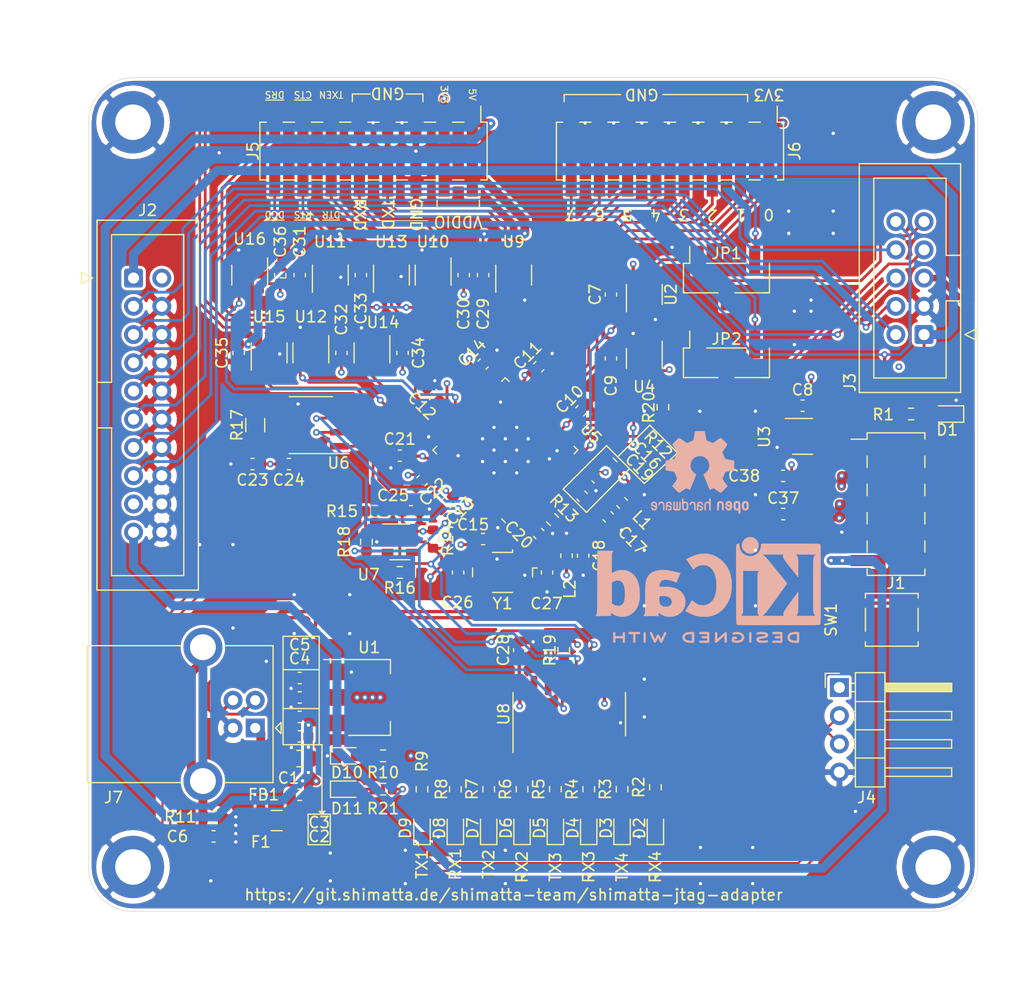
<source format=kicad_pcb>
(kicad_pcb (version 20171130) (host pcbnew 5.1.10)

  (general
    (thickness 1.6)
    (drawings 108)
    (tracks 1328)
    (zones 0)
    (modules 109)
    (nets 88)
  )

  (page A4)
  (title_block
    (title "Shimatta Jtag Adapter")
    (date 2021-05-14)
    (rev v1.0)
    (company Shimatta)
  )

  (layers
    (0 F.Cu signal)
    (1 In1.Cu power)
    (2 In2.Cu power)
    (31 B.Cu signal)
    (32 B.Adhes user)
    (33 F.Adhes user)
    (34 B.Paste user)
    (35 F.Paste user)
    (36 B.SilkS user)
    (37 F.SilkS user)
    (38 B.Mask user)
    (39 F.Mask user)
    (40 Dwgs.User user)
    (41 Cmts.User user)
    (42 Eco1.User user)
    (43 Eco2.User user)
    (44 Edge.Cuts user)
    (45 Margin user)
    (46 B.CrtYd user)
    (47 F.CrtYd user)
    (48 B.Fab user hide)
    (49 F.Fab user hide)
  )

  (setup
    (last_trace_width 0.25)
    (user_trace_width 0.3)
    (user_trace_width 0.6)
    (user_trace_width 0.8)
    (trace_clearance 0.2)
    (zone_clearance 0.254)
    (zone_45_only no)
    (trace_min 0.2)
    (via_size 0.6)
    (via_drill 0.3)
    (via_min_size 0.4)
    (via_min_drill 0.3)
    (user_via 0.9 0.5)
    (uvia_size 0.3)
    (uvia_drill 0.1)
    (uvias_allowed no)
    (uvia_min_size 0.2)
    (uvia_min_drill 0.1)
    (edge_width 0.05)
    (segment_width 0.2)
    (pcb_text_width 0.3)
    (pcb_text_size 1.5 1.5)
    (mod_edge_width 0.12)
    (mod_text_size 1 1)
    (mod_text_width 0.15)
    (pad_size 4.35 4.35)
    (pad_drill 0)
    (pad_to_mask_clearance 0)
    (aux_axis_origin 25 25)
    (grid_origin 25 25)
    (visible_elements FFFFFF7F)
    (pcbplotparams
      (layerselection 0x010fc_ffffffff)
      (usegerberextensions false)
      (usegerberattributes true)
      (usegerberadvancedattributes true)
      (creategerberjobfile true)
      (excludeedgelayer true)
      (linewidth 0.100000)
      (plotframeref false)
      (viasonmask false)
      (mode 1)
      (useauxorigin false)
      (hpglpennumber 1)
      (hpglpenspeed 20)
      (hpglpendiameter 15.000000)
      (psnegative false)
      (psa4output false)
      (plotreference true)
      (plotvalue true)
      (plotinvisibletext false)
      (padsonsilk false)
      (subtractmaskfromsilk false)
      (outputformat 1)
      (mirror false)
      (drillshape 1)
      (scaleselection 1)
      (outputdirectory ""))
  )

  (net 0 "")
  (net 1 GND)
  (net 2 +5V)
  (net 3 +3V3)
  (net 4 "Net-(C6-Pad2)")
  (net 5 /TARGET_VDDIO)
  (net 6 /FT4232H/VCORE)
  (net 7 "Net-(C17-Pad1)")
  (net 8 "Net-(C18-Pad1)")
  (net 9 "Net-(C26-Pad1)")
  (net 10 "Net-(C27-Pad1)")
  (net 11 /UART3_VDDIO)
  (net 12 "Net-(D1-Pad2)")
  (net 13 "Net-(D2-Pad2)")
  (net 14 "Net-(D3-Pad2)")
  (net 15 "Net-(D4-Pad2)")
  (net 16 "Net-(D5-Pad2)")
  (net 17 "Net-(D6-Pad2)")
  (net 18 "Net-(D7-Pad2)")
  (net 19 "Net-(D8-Pad2)")
  (net 20 "Net-(D9-Pad2)")
  (net 21 "Net-(D10-Pad2)")
  (net 22 /TEST_VCC_GND)
  (net 23 /~RTS~_VDDIO)
  (net 24 /~TARGET_RESET)
  (net 25 /TDO_SWO)
  (net 26 /RTCLK)
  (net 27 /TCK_SWCLK)
  (net 28 /TMS_SWDIO)
  (net 29 /TDI)
  (net 30 /~TRST)
  (net 31 "Net-(J3-Pad9)")
  (net 32 "Net-(J3-Pad7)")
  (net 33 /RS485-)
  (net 34 /RS485+)
  (net 35 "/UART3 Level Translation/~DCD3~_VDDIO")
  (net 36 "/UART3 Level Translation/~DSR3~_VDDIO")
  (net 37 "/UART3 Level Translation/~RTS3~_VDDIO")
  (net 38 "/UART3 Level Translation/~DTR3~_VDDIO")
  (net 39 "/UART3 Level Translation/TXDEN3_VDDIO")
  (net 40 "/UART3 Level Translation/RXD3_VDDIO")
  (net 41 "/UART3 Level Translation/TXD3_VDDIO")
  (net 42 /FT4232H/MPSSE2_7)
  (net 43 /FT4232H/MPSSE2_6)
  (net 44 /FT4232H/MPSSE2_5)
  (net 45 /FT4232H/MPSSE2_4)
  (net 46 /FT4232H/MPSSE2_3)
  (net 47 /FT4232H/MPSSE2_2)
  (net 48 /FT4232H/MPSSE2_1)
  (net 49 /FT4232H/MPSSE2_0)
  (net 50 /D+)
  (net 51 /D-)
  (net 52 "/Level trans Programming Connector/OUT_VDDIO")
  (net 53 "/Level trans Programming Connector/IN_VDDIO")
  (net 54 /FT4232H/D_RX_ACT)
  (net 55 /FT4232H/D_TX_ACT)
  (net 56 /FT4232H/C_RX_ACT)
  (net 57 /FT4232H/C_TX_ACT)
  (net 58 /FT4232H/B_RX_ACT)
  (net 59 /FT4232H/B_TX_ACT)
  (net 60 /FT4232H/A_RX_ACT)
  (net 61 /FT4232H/A_TX_ACT)
  (net 62 "Net-(R12-Pad1)")
  (net 63 "Net-(R13-Pad1)")
  (net 64 /FT4232H/EECS)
  (net 65 "Net-(R15-Pad2)")
  (net 66 /FT4232H/EECLK)
  (net 67 /FT4232H/EEDATA)
  (net 68 /FT4232H/~PWREN)
  (net 69 "/Level trans Programming Connector/IN_3V3")
  (net 70 "/Level trans Programming Connector/RTS_3V3")
  (net 71 "/Level trans Programming Connector/OUT_3V3")
  (net 72 /FT4232H/TXEN4)
  (net 73 /FT4232H/RXD4)
  (net 74 /FT4232H/TXD4)
  (net 75 /FT4232H/TXDEN3)
  (net 76 /FT4232H/~DCD3)
  (net 77 /FT4232H/~DSR3)
  (net 78 /FT4232H/~DTR3)
  (net 79 /FT4232H/~RTS3)
  (net 80 /FT4232H/RXD3)
  (net 81 /FT4232H/TXD3)
  (net 82 "/UART3 Level Translation/~CTS3~_VDDIO")
  (net 83 /FT4232H/~CTS3)
  (net 84 /JTAG_5V_SUPPLY)
  (net 85 "Net-(D11-Pad2)")
  (net 86 "Net-(F1-Pad2)")
  (net 87 "Net-(F1-Pad1)")

  (net_class Default "This is the default net class."
    (clearance 0.2)
    (trace_width 0.25)
    (via_dia 0.6)
    (via_drill 0.3)
    (uvia_dia 0.3)
    (uvia_drill 0.1)
    (diff_pair_width 0.25)
    (diff_pair_gap 0.25)
    (add_net +3V3)
    (add_net +5V)
    (add_net /FT4232H/A_RX_ACT)
    (add_net /FT4232H/A_TX_ACT)
    (add_net /FT4232H/B_RX_ACT)
    (add_net /FT4232H/B_TX_ACT)
    (add_net /FT4232H/C_RX_ACT)
    (add_net /FT4232H/C_TX_ACT)
    (add_net /FT4232H/D_RX_ACT)
    (add_net /FT4232H/D_TX_ACT)
    (add_net /FT4232H/EECLK)
    (add_net /FT4232H/EECS)
    (add_net /FT4232H/EEDATA)
    (add_net /FT4232H/MPSSE2_0)
    (add_net /FT4232H/MPSSE2_1)
    (add_net /FT4232H/MPSSE2_2)
    (add_net /FT4232H/MPSSE2_3)
    (add_net /FT4232H/MPSSE2_4)
    (add_net /FT4232H/MPSSE2_5)
    (add_net /FT4232H/MPSSE2_6)
    (add_net /FT4232H/MPSSE2_7)
    (add_net /FT4232H/RXD3)
    (add_net /FT4232H/RXD4)
    (add_net /FT4232H/TXD3)
    (add_net /FT4232H/TXD4)
    (add_net /FT4232H/TXDEN3)
    (add_net /FT4232H/TXEN4)
    (add_net /FT4232H/VCORE)
    (add_net /FT4232H/~CTS3)
    (add_net /FT4232H/~DCD3)
    (add_net /FT4232H/~DSR3)
    (add_net /FT4232H/~DTR3)
    (add_net /FT4232H/~PWREN)
    (add_net /FT4232H/~RTS3)
    (add_net /JTAG_5V_SUPPLY)
    (add_net "/Level trans Programming Connector/IN_3V3")
    (add_net "/Level trans Programming Connector/IN_VDDIO")
    (add_net "/Level trans Programming Connector/OUT_3V3")
    (add_net "/Level trans Programming Connector/OUT_VDDIO")
    (add_net "/Level trans Programming Connector/RTS_3V3")
    (add_net /RTCLK)
    (add_net /TARGET_VDDIO)
    (add_net /TCK_SWCLK)
    (add_net /TDI)
    (add_net /TDO_SWO)
    (add_net /TEST_VCC_GND)
    (add_net /TMS_SWDIO)
    (add_net "/UART3 Level Translation/RXD3_VDDIO")
    (add_net "/UART3 Level Translation/TXD3_VDDIO")
    (add_net "/UART3 Level Translation/TXDEN3_VDDIO")
    (add_net "/UART3 Level Translation/~CTS3~_VDDIO")
    (add_net "/UART3 Level Translation/~DCD3~_VDDIO")
    (add_net "/UART3 Level Translation/~DSR3~_VDDIO")
    (add_net "/UART3 Level Translation/~DTR3~_VDDIO")
    (add_net "/UART3 Level Translation/~RTS3~_VDDIO")
    (add_net /UART3_VDDIO)
    (add_net /~RTS~_VDDIO)
    (add_net /~TARGET_RESET)
    (add_net /~TRST)
    (add_net GND)
    (add_net "Net-(C17-Pad1)")
    (add_net "Net-(C18-Pad1)")
    (add_net "Net-(C26-Pad1)")
    (add_net "Net-(C27-Pad1)")
    (add_net "Net-(C6-Pad2)")
    (add_net "Net-(D1-Pad2)")
    (add_net "Net-(D10-Pad2)")
    (add_net "Net-(D11-Pad2)")
    (add_net "Net-(D2-Pad2)")
    (add_net "Net-(D3-Pad2)")
    (add_net "Net-(D4-Pad2)")
    (add_net "Net-(D5-Pad2)")
    (add_net "Net-(D6-Pad2)")
    (add_net "Net-(D7-Pad2)")
    (add_net "Net-(D8-Pad2)")
    (add_net "Net-(D9-Pad2)")
    (add_net "Net-(F1-Pad1)")
    (add_net "Net-(F1-Pad2)")
    (add_net "Net-(J3-Pad7)")
    (add_net "Net-(J3-Pad9)")
    (add_net "Net-(R12-Pad1)")
    (add_net "Net-(R13-Pad1)")
    (add_net "Net-(R15-Pad2)")
  )

  (net_class RS485 ""
    (clearance 0.5)
    (trace_width 0.2)
    (via_dia 0.6)
    (via_drill 0.3)
    (uvia_dia 0.3)
    (uvia_drill 0.1)
    (diff_pair_width 0.2)
    (diff_pair_gap 0.5)
    (add_net /RS485+)
    (add_net /RS485-)
  )

  (net_class USB ""
    (clearance 0.2)
    (trace_width 0.25)
    (via_dia 0.6)
    (via_drill 0.3)
    (uvia_dia 0.3)
    (uvia_drill 0.1)
    (diff_pair_width 0.3)
    (diff_pair_gap 0.25)
    (add_net /D+)
    (add_net /D-)
  )

  (module shimatta_artwork:shimatta_kanji_20mm_solder_mask (layer B.Cu) (tedit 0) (tstamp 60AAE957)
    (at 69.75 88 180)
    (fp_text reference G*** (at 0 0) (layer B.SilkS) hide
      (effects (font (size 1.524 1.524) (thickness 0.3)) (justify mirror))
    )
    (fp_text value LOGO (at 0.75 0) (layer B.SilkS) hide
      (effects (font (size 1.524 1.524) (thickness 0.3)) (justify mirror))
    )
    (fp_poly (pts (xy 9.428791 1.753801) (xy 9.567761 1.731641) (xy 9.667206 1.700045) (xy 9.761697 1.645722)
      (xy 9.822989 1.576357) (xy 9.855813 1.486306) (xy 9.858368 1.471966) (xy 9.862124 1.413942)
      (xy 9.846144 1.369373) (xy 9.819335 1.333673) (xy 9.781378 1.29583) (xy 9.735384 1.267393)
      (xy 9.673178 1.245282) (xy 9.586585 1.22642) (xy 9.495693 1.211812) (xy 9.397389 1.192146)
      (xy 9.273374 1.159472) (xy 9.133481 1.117016) (xy 8.987545 1.068002) (xy 8.845399 1.015655)
      (xy 8.716878 0.963201) (xy 8.66136 0.938204) (xy 8.588402 0.904309) (xy 8.53008 0.87777)
      (xy 8.494468 0.862231) (xy 8.487445 0.859693) (xy 8.474447 0.874529) (xy 8.460842 0.897485)
      (xy 8.444687 0.930782) (xy 8.440616 0.943057) (xy 8.456761 0.954676) (xy 8.501708 0.982387)
      (xy 8.57022 1.023082) (xy 8.657065 1.073654) (xy 8.757007 1.130996) (xy 8.763 1.13441)
      (xy 8.863594 1.192303) (xy 8.951369 1.243987) (xy 9.021081 1.286279) (xy 9.067485 1.315993)
      (xy 9.085336 1.329944) (xy 9.085385 1.330186) (xy 9.067291 1.336709) (xy 9.018671 1.344245)
      (xy 8.948012 1.351635) (xy 8.900733 1.355366) (xy 8.814954 1.359677) (xy 8.732203 1.359467)
      (xy 8.645159 1.353943) (xy 8.546496 1.342311) (xy 8.428892 1.323781) (xy 8.285022 1.297558)
      (xy 8.181769 1.277551) (xy 8.087012 1.260086) (xy 8.005697 1.247289) (xy 7.945677 1.240239)
      (xy 7.914804 1.240013) (xy 7.913115 1.240669) (xy 7.898633 1.267289) (xy 7.893539 1.306485)
      (xy 7.896969 1.33375) (xy 7.911797 1.356509) (xy 7.94483 1.38016) (xy 8.002873 1.410101)
      (xy 8.054731 1.434343) (xy 8.259047 1.524345) (xy 8.450867 1.601035) (xy 8.623126 1.661725)
      (xy 8.754126 1.700075) (xy 8.923632 1.734862) (xy 9.098237 1.755411) (xy 9.269453 1.761724)
      (xy 9.428791 1.753801)) (layer B.Mask) (width 0.01))
    (fp_poly (pts (xy 3.301209 1.629772) (xy 3.455957 1.617452) (xy 3.586106 1.595662) (xy 3.620461 1.586813)
      (xy 3.799648 1.524806) (xy 3.949231 1.448506) (xy 4.077466 1.353305) (xy 4.132385 1.301052)
      (xy 4.252335 1.152355) (xy 4.336366 0.989866) (xy 4.383796 0.816683) (xy 4.393941 0.635903)
      (xy 4.366121 0.450625) (xy 4.339226 0.361417) (xy 4.262261 0.200227) (xy 4.150017 0.051266)
      (xy 4.004678 -0.084345) (xy 3.828431 -0.205486) (xy 3.62346 -0.311038) (xy 3.39195 -0.399881)
      (xy 3.136087 -0.470894) (xy 2.858055 -0.522959) (xy 2.56004 -0.554955) (xy 2.54977 -0.555664)
      (xy 2.452095 -0.562584) (xy 2.352045 -0.570151) (xy 2.268301 -0.576945) (xy 2.254251 -0.578165)
      (xy 2.188341 -0.583117) (xy 2.151245 -0.581066) (xy 2.132887 -0.568837) (xy 2.123191 -0.543254)
      (xy 2.121415 -0.536295) (xy 2.114131 -0.495637) (xy 2.115569 -0.476534) (xy 2.13681 -0.470214)
      (xy 2.187543 -0.459437) (xy 2.258697 -0.446062) (xy 2.29725 -0.439298) (xy 2.600453 -0.375807)
      (xy 2.872729 -0.294923) (xy 3.113188 -0.197142) (xy 3.32094 -0.082957) (xy 3.495097 0.047136)
      (xy 3.634767 0.192644) (xy 3.739062 0.353072) (xy 3.745332 0.365489) (xy 3.799796 0.510355)
      (xy 3.824701 0.659415) (xy 3.821806 0.807143) (xy 3.792865 0.948013) (xy 3.739637 1.0765)
      (xy 3.663877 1.187078) (xy 3.567342 1.274223) (xy 3.451789 1.332407) (xy 3.436387 1.337282)
      (xy 3.329785 1.358) (xy 3.20153 1.366318) (xy 3.067026 1.362231) (xy 2.941678 1.345736)
      (xy 2.904282 1.337402) (xy 2.791716 1.300662) (xy 2.655402 1.242376) (xy 2.501756 1.165846)
      (xy 2.337192 1.074371) (xy 2.168124 0.971251) (xy 2.077079 0.911797) (xy 1.982701 0.849482)
      (xy 1.897066 0.794483) (xy 1.826482 0.750731) (xy 1.777255 0.722158) (xy 1.758369 0.713125)
      (xy 1.705349 0.713823) (xy 1.63319 0.738937) (xy 1.548908 0.783847) (xy 1.459517 0.843935)
      (xy 1.372034 0.914582) (xy 1.293475 0.991171) (xy 1.242341 1.052831) (xy 1.177176 1.155524)
      (xy 1.145756 1.240689) (xy 1.147669 1.309786) (xy 1.161677 1.339812) (xy 1.188745 1.371855)
      (xy 1.220071 1.383574) (xy 1.263202 1.374056) (xy 1.325686 1.342389) (xy 1.372393 1.314365)
      (xy 1.441864 1.275343) (xy 1.503115 1.252904) (xy 1.564969 1.2473) (xy 1.636248 1.25878)
      (xy 1.725773 1.287594) (xy 1.825982 1.32721) (xy 2.072117 1.421167) (xy 2.322841 1.502936)
      (xy 2.562838 1.567664) (xy 2.638504 1.584763) (xy 2.79051 1.610116) (xy 2.958372 1.626082)
      (xy 3.131976 1.632641) (xy 3.301209 1.629772)) (layer B.Mask) (width 0.01))
    (fp_poly (pts (xy -7.16573 3.644015) (xy -7.030481 3.628399) (xy -6.898306 3.608454) (xy -6.778602 3.585917)
      (xy -6.680766 3.562522) (xy -6.623226 3.543826) (xy -6.552282 3.503627) (xy -6.518969 3.457096)
      (xy -6.523039 3.407494) (xy -6.564241 3.35808) (xy -6.640956 3.312726) (xy -6.72123 3.276527)
      (xy -6.72123 1.953846) (xy -6.101652 1.953846) (xy -5.908326 2.177929) (xy -5.839612 2.256002)
      (xy -5.778657 2.322318) (xy -5.730438 2.371689) (xy -5.69993 2.398925) (xy -5.692898 2.402621)
      (xy -5.671923 2.389825) (xy -5.628642 2.354137) (xy -5.568405 2.300274) (xy -5.496558 2.232952)
      (xy -5.455081 2.19292) (xy -5.35528 2.092389) (xy -5.284164 2.012661) (xy -5.239564 1.950558)
      (xy -5.219311 1.902903) (xy -5.221236 1.866519) (xy -5.225852 1.857265) (xy -5.248293 1.85113)
      (xy -5.307629 1.846089) (xy -5.404272 1.842132) (xy -5.538636 1.839247) (xy -5.711135 1.837422)
      (xy -5.922182 1.836647) (xy -5.979922 1.836616) (xy -6.72123 1.836616) (xy -6.72123 -0.566615)
      (xy -6.259971 -0.566615) (xy -6.067574 -0.351692) (xy -5.999081 -0.276106) (xy -5.939554 -0.212155)
      (xy -5.893885 -0.164964) (xy -5.866969 -0.139654) (xy -5.862279 -0.136769) (xy -5.839937 -0.14918)
      (xy -5.795385 -0.182731) (xy -5.73498 -0.231894) (xy -5.665077 -0.291144) (xy -5.592032 -0.354955)
      (xy -5.522202 -0.417801) (xy -5.461942 -0.474155) (xy -5.417609 -0.518492) (xy -5.400017 -0.538674)
      (xy -5.367005 -0.588512) (xy -5.35926 -0.622387) (xy -5.366651 -0.641654) (xy -5.372793 -0.647595)
      (xy -5.384916 -0.652791) (xy -5.405554 -0.657303) (xy -5.437241 -0.661191) (xy -5.48251 -0.664515)
      (xy -5.543894 -0.667336) (xy -5.623926 -0.669713) (xy -5.725141 -0.671708) (xy -5.85007 -0.67338)
      (xy -6.001248 -0.67479) (xy -6.181207 -0.675998) (xy -6.392482 -0.677065) (xy -6.637605 -0.67805)
      (xy -6.919109 -0.679015) (xy -6.938394 -0.679077) (xy -7.220887 -0.67997) (xy -7.466876 -0.680669)
      (xy -7.678931 -0.681118) (xy -7.859624 -0.681261) (xy -8.011528 -0.681044) (xy -8.137214 -0.680411)
      (xy -8.239254 -0.679306) (xy -8.32022 -0.677674) (xy -8.382682 -0.67546) (xy -8.429214 -0.672608)
      (xy -8.462386 -0.669064) (xy -8.484771 -0.664771) (xy -8.49894 -0.659674) (xy -8.507465 -0.653718)
      (xy -8.512918 -0.646848) (xy -8.513997 -0.64515) (xy -8.533273 -0.606511) (xy -8.538307 -0.586419)
      (xy -8.518898 -0.580182) (xy -8.461154 -0.575092) (xy -8.365801 -0.571172) (xy -8.233566 -0.568445)
      (xy -8.065175 -0.566936) (xy -7.922846 -0.566615) (xy -7.307384 -0.566615) (xy -7.307384 1.836616)
      (xy -8.514275 1.836616) (xy -8.54583 1.884774) (xy -8.568455 1.922492) (xy -8.577384 1.94339)
      (xy -8.558611 1.94591) (xy -8.505349 1.948213) (xy -8.422187 1.950221) (xy -8.313714 1.951859)
      (xy -8.184518 1.953052) (xy -8.039187 1.953724) (xy -7.942384 1.953846) (xy -7.307384 1.953846)
      (xy -7.307384 3.657659) (xy -7.16573 3.644015)) (layer B.Mask) (width 0.01))
    (fp_poly (pts (xy 7.808064 0.395873) (xy 7.820909 0.35155) (xy 7.81349 0.27581) (xy 7.803742 0.231615)
      (xy 7.785801 0.109096) (xy 7.79887 0.006839) (xy 7.843916 -0.079884) (xy 7.874635 -0.11486)
      (xy 7.967303 -0.181671) (xy 8.093926 -0.23155) (xy 8.253218 -0.264447) (xy 8.443892 -0.280312)
      (xy 8.664663 -0.279096) (xy 8.914245 -0.260749) (xy 9.19135 -0.225221) (xy 9.47304 -0.176639)
      (xy 9.611859 -0.155568) (xy 9.723564 -0.15229) (xy 9.816229 -0.167606) (xy 9.89793 -0.202316)
      (xy 9.929424 -0.22186) (xy 9.997696 -0.283212) (xy 10.032198 -0.356505) (xy 10.037036 -0.450516)
      (xy 10.036934 -0.451773) (xy 10.019551 -0.537125) (xy 9.981122 -0.60896) (xy 9.919239 -0.66821)
      (xy 9.831497 -0.71581) (xy 9.715488 -0.752696) (xy 9.568805 -0.779801) (xy 9.389042 -0.79806)
      (xy 9.173792 -0.808407) (xy 9.114693 -0.809856) (xy 8.994114 -0.811858) (xy 8.883467 -0.812804)
      (xy 8.790078 -0.812701) (xy 8.721276 -0.811557) (xy 8.684846 -0.809444) (xy 8.638883 -0.803365)
      (xy 8.56704 -0.794119) (xy 8.482217 -0.783361) (xy 8.450385 -0.779361) (xy 8.230894 -0.738915)
      (xy 8.04091 -0.676709) (xy 7.881353 -0.593495) (xy 7.753145 -0.490023) (xy 7.657211 -0.367045)
      (xy 7.59447 -0.225311) (xy 7.565847 -0.065574) (xy 7.565408 -0.058531) (xy 7.562448 0.025892)
      (xy 7.566924 0.087191) (xy 7.581292 0.141001) (xy 7.605759 0.198179) (xy 7.643881 0.268184)
      (xy 7.687847 0.332317) (xy 7.730734 0.381887) (xy 7.765619 0.408201) (xy 7.774706 0.410308)
      (xy 7.808064 0.395873)) (layer B.Mask) (width 0.01))
    (fp_poly (pts (xy 7.338145 3.474443) (xy 7.446892 3.440014) (xy 7.562991 3.388053) (xy 7.677402 3.323667)
      (xy 7.781082 3.251965) (xy 7.864989 3.178057) (xy 7.920082 3.10705) (xy 7.921507 3.104439)
      (xy 7.959244 3.03404) (xy 7.81893 2.730595) (xy 7.772867 2.630313) (xy 7.733158 2.542594)
      (xy 7.702487 2.473468) (xy 7.683536 2.428966) (xy 7.678616 2.415191) (xy 7.695962 2.405068)
      (xy 7.743645 2.406271) (xy 7.815129 2.417185) (xy 7.903879 2.436192) (xy 8.00336 2.461677)
      (xy 8.107037 2.492023) (xy 8.208376 2.525615) (xy 8.30084 2.560835) (xy 8.344716 2.579933)
      (xy 8.438434 2.621079) (xy 8.508671 2.645305) (xy 8.566225 2.654449) (xy 8.621897 2.650345)
      (xy 8.679355 2.636833) (xy 8.767704 2.597385) (xy 8.837863 2.537316) (xy 8.884673 2.464285)
      (xy 8.902974 2.385949) (xy 8.892236 2.320845) (xy 8.849581 2.26) (xy 8.770149 2.200807)
      (xy 8.656228 2.144019) (xy 8.510109 2.090391) (xy 8.334081 2.040674) (xy 8.130434 1.995624)
      (xy 7.901456 1.955991) (xy 7.699682 1.928463) (xy 7.496055 1.903717) (xy 7.064105 0.624589)
      (xy 6.991253 0.40925) (xy 6.921584 0.204081) (xy 6.856174 0.012201) (xy 6.796095 -0.163273)
      (xy 6.742424 -0.319225) (xy 6.696235 -0.452538) (xy 6.658603 -0.560093) (xy 6.630602 -0.638775)
      (xy 6.613307 -0.685467) (xy 6.608432 -0.696984) (xy 6.548196 -0.768353) (xy 6.468858 -0.809727)
      (xy 6.379028 -0.81866) (xy 6.287319 -0.792703) (xy 6.281659 -0.789834) (xy 6.183737 -0.719536)
      (xy 6.117645 -0.627018) (xy 6.082975 -0.511562) (xy 6.077082 -0.429846) (xy 6.088269 -0.329409)
      (xy 6.12395 -0.222844) (xy 6.186639 -0.104136) (xy 6.259078 0.005238) (xy 6.317058 0.092554)
      (xy 6.37418 0.190956) (xy 6.432946 0.305617) (xy 6.495859 0.44171) (xy 6.565422 0.604407)
      (xy 6.644137 0.798883) (xy 6.649058 0.811302) (xy 6.698576 0.937705) (xy 6.750645 1.072924)
      (xy 6.803388 1.211851) (xy 6.854927 1.349379) (xy 6.903383 1.480396) (xy 6.94688 1.599796)
      (xy 6.983539 1.702469) (xy 7.011482 1.783306) (xy 7.028831 1.837198) (xy 7.033846 1.858104)
      (xy 7.015345 1.865235) (xy 6.963909 1.870215) (xy 6.885638 1.872683) (xy 6.792451 1.87238)
      (xy 6.689343 1.871214) (xy 6.615634 1.872673) (xy 6.561671 1.878103) (xy 6.517798 1.888851)
      (xy 6.474359 1.906264) (xy 6.44321 1.921096) (xy 6.324196 1.997966) (xy 6.220716 2.100695)
      (xy 6.142416 2.218832) (xy 6.1184 2.273068) (xy 6.087796 2.371327) (xy 6.076374 2.446686)
      (xy 6.082596 2.496419) (xy 6.104926 2.5178) (xy 6.141826 2.508101) (xy 6.19176 2.464595)
      (xy 6.212598 2.440172) (xy 6.281896 2.36957) (xy 6.361104 2.322749) (xy 6.458762 2.296368)
      (xy 6.583409 2.287084) (xy 6.604 2.286959) (xy 6.716122 2.289109) (xy 6.828914 2.294912)
      (xy 6.935173 2.303596) (xy 7.027694 2.314386) (xy 7.099275 2.326512) (xy 7.142712 2.339199)
      (xy 7.151763 2.345725) (xy 7.1613 2.373411) (xy 7.176626 2.431585) (xy 7.196021 2.512388)
      (xy 7.217765 2.607958) (xy 7.240139 2.710436) (xy 7.261423 2.81196) (xy 7.279899 2.904671)
      (xy 7.293846 2.980708) (xy 7.301117 3.028483) (xy 7.305167 3.07497) (xy 7.300115 3.108973)
      (xy 7.280462 3.141407) (xy 7.240706 3.183187) (xy 7.206953 3.215357) (xy 7.150084 3.267171)
      (xy 7.09965 3.309796) (xy 7.066126 3.334399) (xy 7.06502 3.335032) (xy 7.038815 3.363839)
      (xy 7.044428 3.397789) (xy 7.075931 3.431923) (xy 7.127394 3.461282) (xy 7.192887 3.480906)
      (xy 7.245794 3.486229) (xy 7.338145 3.474443)) (layer B.Mask) (width 0.01))
    (fp_poly (pts (xy -8.900627 3.686148) (xy -8.842414 3.668288) (xy -8.764568 3.642197) (xy -8.675465 3.610881)
      (xy -8.583481 3.577349) (xy -8.496994 3.544605) (xy -8.42438 3.515659) (xy -8.374017 3.493516)
      (xy -8.369508 3.491277) (xy -8.277195 3.438216) (xy -8.22267 3.390903) (xy -8.205385 3.347504)
      (xy -8.224792 3.306186) (xy -8.280344 3.265118) (xy -8.298961 3.255113) (xy -8.337113 3.234353)
      (xy -8.366557 3.21267) (xy -8.391987 3.183218) (xy -8.418101 3.139156) (xy -8.449593 3.073639)
      (xy -8.491159 2.979825) (xy -8.496937 2.966591) (xy -8.548331 2.852563) (xy -8.610388 2.720528)
      (xy -8.675268 2.586898) (xy -8.734797 2.468728) (xy -8.867489 2.21184) (xy -8.771283 2.152035)
      (xy -8.705668 2.103264) (xy -8.677637 2.059887) (xy -8.68668 2.018576) (xy -8.732288 1.976008)
      (xy -8.743219 1.96868) (xy -8.811362 1.924539) (xy -8.811738 0.517769) (xy -8.812113 -0.889)
      (xy -8.875479 -0.932013) (xy -8.977934 -0.988548) (xy -9.088107 -1.027523) (xy -9.195323 -1.046531)
      (xy -9.288907 -1.043165) (xy -9.32473 -1.033329) (xy -9.378461 -1.012743) (xy -9.378461 1.510364)
      (xy -9.568961 1.326369) (xy -9.685083 1.216199) (xy -9.784302 1.126131) (xy -9.86423 1.058185)
      (xy -9.92248 1.014379) (xy -9.956663 0.99673) (xy -9.95935 0.996462) (xy -9.988083 1.009886)
      (xy -10.000622 1.022071) (xy -10.00528 1.043101) (xy -9.992716 1.079674) (xy -9.960495 1.137038)
      (xy -9.914008 1.208794) (xy -9.717402 1.5262) (xy -9.533424 1.87007) (xy -9.367953 2.228378)
      (xy -9.226866 2.589099) (xy -9.196588 2.676769) (xy -9.157165 2.800379) (xy -9.115688 2.941245)
      (xy -9.07447 3.09045) (xy -9.035823 3.239075) (xy -9.002058 3.3782) (xy -8.975488 3.498907)
      (xy -8.958423 3.592278) (xy -8.957301 3.599962) (xy -8.947157 3.653955) (xy -8.93604 3.687421)
      (xy -8.930828 3.692769) (xy -8.900627 3.686148)) (layer B.Mask) (width 0.01))
    (fp_poly (pts (xy -3.838788 3.688729) (xy -3.763989 3.677918) (xy -3.672419 3.662305) (xy -3.574363 3.643857)
      (xy -3.48011 3.624543) (xy -3.399947 3.60633) (xy -3.344161 3.591186) (xy -3.331315 3.58657)
      (xy -3.283233 3.56018) (xy -3.253133 3.532073) (xy -3.250693 3.527326) (xy -3.253676 3.486941)
      (xy -3.283652 3.446101) (xy -3.321955 3.42193) (xy -3.347355 3.402506) (xy -3.390898 3.360148)
      (xy -3.445625 3.301872) (xy -3.484542 3.258039) (xy -3.616047 3.106616) (xy -1.188916 3.106616)
      (xy -0.994443 3.287346) (xy -0.921758 3.354128) (xy -0.85857 3.410747) (xy -0.810709 3.452087)
      (xy -0.784001 3.473031) (xy -0.781309 3.474482) (xy -0.757945 3.465597) (xy -0.712937 3.435671)
      (xy -0.653194 3.390341) (xy -0.585627 3.335241) (xy -0.517146 3.276008) (xy -0.454661 3.218278)
      (xy -0.405081 3.167687) (xy -0.404892 3.167477) (xy -0.364427 3.117627) (xy -0.338018 3.075387)
      (xy -0.332154 3.05723) (xy -0.345696 3.029063) (xy -0.38818 3.008895) (xy -0.462393 2.996103)
      (xy -0.571123 2.990066) (xy -0.636272 2.989385) (xy -0.840154 2.989385) (xy -0.840154 2.637693)
      (xy -0.839955 2.512617) (xy -0.838973 2.421319) (xy -0.836633 2.358498) (xy -0.832357 2.318856)
      (xy -0.82557 2.297091) (xy -0.815693 2.287906) (xy -0.802152 2.286001) (xy -0.801892 2.286)
      (xy -0.773311 2.298192) (xy -0.722344 2.331537) (xy -0.655775 2.381192) (xy -0.580392 2.442311)
      (xy -0.566873 2.453762) (xy -0.370116 2.621524) (xy -0.20152 2.487954) (xy -0.101103 2.405863)
      (xy -0.030828 2.341836) (xy 0.011944 2.292668) (xy 0.029851 2.255153) (xy 0.025534 2.226085)
      (xy 0.020288 2.218518) (xy 0.006592 2.208305) (xy -0.018542 2.20062) (xy -0.060041 2.195127)
      (xy -0.122832 2.19149) (xy -0.211843 2.189373) (xy -0.332 2.18844) (xy -0.422469 2.188308)
      (xy -0.840154 2.188308) (xy -0.840154 1.593302) (xy -0.685062 1.747483) (xy -0.529971 1.901665)
      (xy -0.416892 1.825179) (xy -0.334867 1.765382) (xy -0.256268 1.70045) (xy -0.186709 1.635942)
      (xy -0.131801 1.577421) (xy -0.097158 1.530448) (xy -0.088391 1.500584) (xy -0.088624 1.499911)
      (xy -0.098691 1.482757) (xy -0.117225 1.469664) (xy -0.149019 1.460093) (xy -0.198863 1.453502)
      (xy -0.271551 1.449351) (xy -0.371876 1.4471) (xy -0.504628 1.446209) (xy -0.565638 1.446113)
      (xy -0.700559 1.445507) (xy -0.800136 1.443739) (xy -0.868095 1.440561) (xy -0.908159 1.435727)
      (xy -0.924051 1.428988) (xy -0.922215 1.4224) (xy -0.89994 1.378095) (xy -0.914959 1.330448)
      (xy -0.957384 1.289539) (xy -1.016 1.247801) (xy -1.016 0.840154) (xy -0.954763 0.840154)
      (xy -0.922588 0.845115) (xy -0.885404 0.862752) (xy -0.837186 0.897197) (xy -0.771906 0.952581)
      (xy -0.712938 1.005923) (xy -0.532349 1.171691) (xy -0.437136 1.100731) (xy -0.362212 1.041551)
      (xy -0.288135 0.97735) (xy -0.223006 0.915706) (xy -0.174925 0.864198) (xy -0.154843 0.836626)
      (xy -0.150378 0.797665) (xy -0.167511 0.773126) (xy -0.183248 0.762647) (xy -0.210018 0.754793)
      (xy -0.252898 0.749212) (xy -0.316961 0.745549) (xy -0.407281 0.743451) (xy -0.528932 0.742563)
      (xy -0.607088 0.742462) (xy -1.016 0.742462) (xy -1.016 0) (xy -0.777399 0)
      (xy -0.593867 0.168471) (xy -0.410335 0.336941) (xy -0.301582 0.271047) (xy -0.201402 0.206185)
      (xy -0.109722 0.139119) (xy -0.033314 0.075413) (xy 0.021051 0.020627) (xy 0.044043 -0.012866)
      (xy 0.055086 -0.042142) (xy 0.056136 -0.065393) (xy 0.043528 -0.083305) (xy 0.013598 -0.096568)
      (xy -0.037319 -0.10587) (xy -0.11289 -0.111899) (xy -0.216779 -0.115343) (xy -0.352651 -0.11689)
      (xy -0.511734 -0.117231) (xy -1.016 -0.117231) (xy -1.016 -0.933208) (xy -1.087506 -0.987749)
      (xy -1.185199 -1.046446) (xy -1.289837 -1.082616) (xy -1.390375 -1.093543) (xy -1.465384 -1.080594)
      (xy -1.489548 -1.069612) (xy -1.508164 -1.052924) (xy -1.52195 -1.025778) (xy -1.531624 -0.983425)
      (xy -1.537903 -0.921114) (xy -1.541504 -0.834094) (xy -1.543143 -0.717615) (xy -1.543538 -0.566926)
      (xy -1.543538 -0.117231) (xy -2.789505 -0.117231) (xy -2.82106 -0.069072) (xy -2.843686 -0.031355)
      (xy -2.852615 -0.010456) (xy -2.834363 -0.00634) (xy -2.784749 -0.002986) (xy -2.711487 -0.000754)
      (xy -2.627923 0) (xy -2.40323 0) (xy -2.40323 0.742462) (xy -1.914769 0.742462)
      (xy -1.914769 0) (xy -1.543538 0) (xy -1.543538 0.742462) (xy -1.914769 0.742462)
      (xy -2.40323 0.742462) (xy -2.40323 1.051715) (xy -2.139645 0.945934) (xy -2.033634 0.903981)
      (xy -1.954204 0.874855) (xy -1.891918 0.856232) (xy -1.837336 0.845789) (xy -1.781019 0.841205)
      (xy -1.713529 0.840155) (xy -1.709799 0.840154) (xy -1.543538 0.840154) (xy -1.543538 1.445846)
      (xy -3.269734 1.445846) (xy -3.22478 1.397994) (xy -3.193696 1.350921) (xy -3.198734 1.311521)
      (xy -3.241062 1.276826) (xy -3.279299 1.259217) (xy -3.347723 1.215489) (xy -3.4213 1.139132)
      (xy -3.495173 1.035289) (xy -3.50324 1.022193) (xy -3.50304 1.010874) (xy -3.482699 1.003292)
      (xy -3.43701 0.998804) (xy -3.360771 0.996771) (xy -3.294315 0.996462) (xy -3.069766 0.996462)
      (xy -2.950823 1.106582) (xy -2.895677 1.15606) (xy -2.852243 1.192072) (xy -2.827588 1.208869)
      (xy -2.824715 1.209159) (xy -2.775384 1.154537) (xy -2.715674 1.084446) (xy -2.65204 1.006947)
      (xy -2.590935 0.9301) (xy -2.538814 0.861967) (xy -2.50213 0.810608) (xy -2.490487 0.791713)
      (xy -2.452077 0.719495) (xy -2.542253 0.638171) (xy -2.598689 0.57774) (xy -2.65799 0.499338)
      (xy -2.704546 0.424704) (xy -2.842318 0.207282) (xy -3.014183 -0.00561) (xy -3.215158 -0.209415)
      (xy -3.44026 -0.399573) (xy -3.684505 -0.571526) (xy -3.942909 -0.720716) (xy -3.974162 -0.736637)
      (xy -4.088406 -0.791489) (xy -4.208145 -0.844587) (xy -4.327462 -0.893763) (xy -4.440437 -0.936849)
      (xy -4.541154 -0.971675) (xy -4.623693 -0.996074) (xy -4.682137 -1.007877) (xy -4.709202 -1.005963)
      (xy -4.726996 -0.984631) (xy -4.71758 -0.956615) (xy -4.678522 -0.919173) (xy -4.607392 -0.86956)
      (xy -4.56464 -0.842757) (xy -4.403132 -0.737602) (xy -4.233187 -0.616258) (xy -4.067544 -0.488347)
      (xy -3.91894 -0.36349) (xy -3.863308 -0.313004) (xy -3.787703 -0.240715) (xy -3.739805 -0.190202)
      (xy -3.71731 -0.15821) (xy -3.717915 -0.141484) (xy -3.738587 -0.136769) (xy -3.78107 -0.117287)
      (xy -3.820654 -0.058853) (xy -3.857328 0.038514) (xy -3.871525 0.089701) (xy -3.906815 0.207959)
      (xy -3.947742 0.313481) (xy -3.990003 0.395869) (xy -4.010335 0.425196) (xy -4.029312 0.433861)
      (xy -4.061027 0.420594) (xy -4.112434 0.382371) (xy -4.11651 0.379044) (xy -4.166128 0.339461)
      (xy -4.23756 0.283857) (xy -4.321297 0.219579) (xy -4.407831 0.15397) (xy -4.408814 0.15323)
      (xy -4.496386 0.088548) (xy -4.558755 0.045947) (xy -4.600856 0.02263) (xy -4.627622 0.015805)
      (xy -4.642198 0.021044) (xy -4.665668 0.047567) (xy -4.669692 0.058518) (xy -4.658211 0.07954)
      (xy -4.627685 0.122519) (xy -4.583988 0.179311) (xy -4.569226 0.197779) (xy -4.448299 0.358015)
      (xy -4.322846 0.542513) (xy -4.294865 0.58749) (xy -3.890508 0.58749) (xy -3.8356 0.575698)
      (xy -3.688792 0.528463) (xy -3.57184 0.456138) (xy -3.484484 0.358533) (xy -3.448301 0.292551)
      (xy -3.426045 0.245503) (xy -3.410989 0.217928) (xy -3.408245 0.214923) (xy -3.396203 0.230153)
      (xy -3.368988 0.270413) (xy -3.33208 0.327556) (xy -3.325327 0.338219) (xy -3.293209 0.392001)
      (xy -3.252585 0.464244) (xy -3.207346 0.547503) (xy -3.16138 0.634332) (xy -3.118577 0.717286)
      (xy -3.082827 0.788919) (xy -3.058019 0.841786) (xy -3.048042 0.86844) (xy -3.048 0.869107)
      (xy -3.066402 0.872598) (xy -3.117068 0.875439) (xy -3.193188 0.877413) (xy -3.287952 0.878303)
      (xy -3.336192 0.878288) (xy -3.624384 0.877345) (xy -3.757446 0.732417) (xy -3.890508 0.58749)
      (xy -4.294865 0.58749) (xy -4.200895 0.738532) (xy -4.090472 0.933328) (xy -4.023013 1.064846)
      (xy -3.97584 1.163558) (xy -3.934287 1.253751) (xy -3.901728 1.327848) (xy -3.881541 1.378276)
      (xy -3.877172 1.392116) (xy -3.864379 1.445846) (xy -4.158466 1.445846) (xy -4.271732 1.446123)
      (xy -4.352365 1.447527) (xy -4.406807 1.45092) (xy -4.4415 1.457166) (xy -4.462888 1.467125)
      (xy -4.477412 1.481661) (xy -4.482969 1.489271) (xy -4.505622 1.526694) (xy -4.513384 1.547886)
      (xy -4.494954 1.553092) (xy -4.444093 1.557529) (xy -4.367445 1.560864) (xy -4.271653 1.562764)
      (xy -4.210538 1.563077) (xy -3.907692 1.563077) (xy -3.907692 2.187546) (xy -3.968842 2.188308)
      (xy -3.399692 2.188308) (xy -3.399692 1.563077) (xy -3.048 1.563077) (xy -3.048 2.188308)
      (xy -2.559538 2.188308) (xy -2.559538 1.563077) (xy -2.207846 1.563077) (xy -2.207846 2.188308)
      (xy -1.699846 2.188308) (xy -1.699846 1.563077) (xy -1.348154 1.563077) (xy -1.348154 2.188308)
      (xy -1.699846 2.188308) (xy -2.207846 2.188308) (xy -2.559538 2.188308) (xy -3.048 2.188308)
      (xy -3.399692 2.188308) (xy -3.968842 2.188308) (xy -4.330287 2.192812) (xy -4.469152 2.194669)
      (xy -4.574135 2.196694) (xy -4.650431 2.199452) (xy -4.703234 2.203508) (xy -4.737736 2.209429)
      (xy -4.759132 2.217781) (xy -4.772614 2.229129) (xy -4.782055 2.242039) (xy -4.811228 2.286)
      (xy -3.907692 2.286) (xy -3.907692 2.836336) (xy -3.961423 2.79507) (xy -4.064957 2.719143)
      (xy -4.180423 2.640194) (xy -4.292172 2.568698) (xy -4.358004 2.529707) (xy -4.419838 2.496305)
      (xy -4.458074 2.481376) (xy -4.482205 2.482607) (xy -4.499373 2.495286) (xy -4.510649 2.512321)
      (xy -4.509243 2.534879) (xy -4.492101 2.569936) (xy -4.456172 2.624472) (xy -4.421402 2.673524)
      (xy -4.28025 2.887249) (xy -4.222753 2.989385) (xy -3.399692 2.989385) (xy -3.399692 2.286)
      (xy -3.048 2.286) (xy -3.048 2.989385) (xy -2.559538 2.989385) (xy -2.559538 2.286)
      (xy -2.207846 2.286) (xy -2.207846 2.989385) (xy -1.699846 2.989385) (xy -1.699846 2.286)
      (xy -1.348154 2.286) (xy -1.348154 2.989385) (xy -1.699846 2.989385) (xy -2.207846 2.989385)
      (xy -2.559538 2.989385) (xy -3.048 2.989385) (xy -3.399692 2.989385) (xy -4.222753 2.989385)
      (xy -4.152701 3.113822) (xy -4.044642 3.341792) (xy -3.961957 3.559708) (xy -3.955336 3.580423)
      (xy -3.929027 3.650578) (xy -3.904108 3.686149) (xy -3.886527 3.692769) (xy -3.838788 3.688729)) (layer B.Mask) (width 0.01))
    (fp_poly (pts (xy -1.604197 -2.140316) (xy -1.583691 -2.16207) (xy -1.554825 -2.222457) (xy -1.564969 -2.280657)
      (xy -1.606016 -2.329961) (xy -1.663091 -2.36061) (xy -1.720121 -2.352623) (xy -1.769119 -2.316196)
      (xy -1.807529 -2.267479) (xy -1.812513 -2.223649) (xy -1.784674 -2.172211) (xy -1.776582 -2.161635)
      (xy -1.722409 -2.118489) (xy -1.66201 -2.111389) (xy -1.604197 -2.140316)) (layer B.Mask) (width 0.01))
    (fp_poly (pts (xy 0.160595 -2.6382) (xy 0.251543 -2.690716) (xy 0.305155 -2.746376) (xy 0.361462 -2.82013)
      (xy 0.367629 -3.172955) (xy 0.370974 -3.300648) (xy 0.375998 -3.407347) (xy 0.382346 -3.488043)
      (xy 0.389663 -3.537727) (xy 0.394445 -3.550659) (xy 0.426962 -3.567806) (xy 0.477705 -3.575506)
      (xy 0.481085 -3.575538) (xy 0.527206 -3.580264) (xy 0.545304 -3.598525) (xy 0.547077 -3.614615)
      (xy 0.545112 -3.629818) (xy 0.535291 -3.640467) (xy 0.511727 -3.647369) (xy 0.468532 -3.651332)
      (xy 0.399817 -3.653165) (xy 0.299695 -3.653676) (xy 0.262337 -3.653692) (xy 0.15131 -3.653332)
      (xy 0.073694 -3.65179) (xy 0.023827 -3.648375) (xy -0.003954 -3.642395) (xy -0.015312 -3.633159)
      (xy -0.01591 -3.619977) (xy -0.015862 -3.619724) (xy 0.006549 -3.589103) (xy 0.029532 -3.579886)
      (xy 0.081349 -3.570807) (xy 0.113572 -3.564328) (xy 0.158759 -3.55464) (xy 0.152649 -3.205149)
      (xy 0.150261 -3.080141) (xy 0.147568 -2.98807) (xy 0.14375 -2.922802) (xy 0.137985 -2.8782)
      (xy 0.129454 -2.848129) (xy 0.117336 -2.826454) (xy 0.10081 -2.807038) (xy 0.099171 -2.80529)
      (xy 0.036578 -2.76357) (xy -0.03513 -2.754361) (xy -0.107809 -2.775113) (xy -0.173313 -2.82328)
      (xy -0.2235 -2.896312) (xy -0.228621 -2.907851) (xy -0.242194 -2.959545) (xy -0.253632 -3.038622)
      (xy -0.26248 -3.135114) (xy -0.268284 -3.239052) (xy -0.270591 -3.340469) (xy -0.268945 -3.429395)
      (xy -0.262895 -3.495863) (xy -0.256582 -3.521807) (xy -0.234312 -3.559407) (xy -0.198201 -3.573968)
      (xy -0.16656 -3.575538) (xy -0.119225 -3.579843) (xy -0.100025 -3.59668) (xy -0.097692 -3.614615)
      (xy -0.099721 -3.630078) (xy -0.109812 -3.640817) (xy -0.13397 -3.64769) (xy -0.178201 -3.651554)
      (xy -0.248509 -3.653267) (xy -0.350899 -3.653687) (xy -0.37123 -3.653692) (xy -0.479474 -3.653402)
      (xy -0.554647 -3.651961) (xy -0.602754 -3.648509) (xy -0.629802 -3.642191) (xy -0.641794 -3.632147)
      (xy -0.644737 -3.61752) (xy -0.644769 -3.614615) (xy -0.637027 -3.587576) (xy -0.60689 -3.57675)
      (xy -0.577072 -3.575538) (xy -0.518134 -3.565276) (xy -0.489149 -3.537746) (xy -0.480668 -3.501652)
      (xy -0.474584 -3.435556) (xy -0.470888 -3.348461) (xy -0.46957 -3.249366) (xy -0.470621 -3.147275)
      (xy -0.474029 -3.051188) (xy -0.479786 -2.970106) (xy -0.487881 -2.913031) (xy -0.489839 -2.905077)
      (xy -0.526769 -2.821499) (xy -0.581001 -2.770807) (xy -0.645739 -2.754923) (xy -0.735999 -2.772852)
      (xy -0.809609 -2.825537) (xy -0.857691 -2.897328) (xy -0.874128 -2.935653) (xy -0.885556 -2.976451)
      (xy -0.892851 -3.027644) (xy -0.896891 -3.097155) (xy -0.898551 -3.192908) (xy -0.898769 -3.268719)
      (xy -0.898957 -3.381092) (xy -0.897858 -3.460528) (xy -0.89298 -3.513147) (xy -0.881827 -3.545071)
      (xy -0.861906 -3.56242) (xy -0.830724 -3.571314) (xy -0.785786 -3.577876) (xy -0.771993 -3.579886)
      (xy -0.737045 -3.599604) (xy -0.726599 -3.619724) (xy -0.727068 -3.632977) (xy -0.738204 -3.642272)
      (xy -0.765671 -3.648299) (xy -0.815131 -3.651751) (xy -0.892246 -3.653318) (xy -1.002681 -3.653692)
      (xy -1.004798 -3.653692) (xy -1.115579 -3.653422) (xy -1.193172 -3.652075) (xy -1.243464 -3.648841)
      (xy -1.272345 -3.642913) (xy -1.285701 -3.633483) (xy -1.289421 -3.619742) (xy -1.289538 -3.614615)
      (xy -1.281558 -3.587305) (xy -1.250719 -3.576588) (xy -1.223546 -3.575538) (xy -1.171735 -3.568031)
      (xy -1.136293 -3.549836) (xy -1.135183 -3.548583) (xy -1.126419 -3.520919) (xy -1.120558 -3.461291)
      (xy -1.117515 -3.367712) (xy -1.117204 -3.238197) (xy -1.118137 -3.152929) (xy -1.123461 -2.784231)
      (xy -1.2065 -2.778222) (xy -1.259273 -2.771553) (xy -1.283456 -2.75743) (xy -1.289521 -2.729362)
      (xy -1.289538 -2.72677) (xy -1.283524 -2.697315) (xy -1.26157 -2.677357) (xy -1.217814 -2.665198)
      (xy -1.146392 -2.659141) (xy -1.050192 -2.657497) (xy -0.898769 -2.657231) (xy -0.898769 -2.796998)
      (xy -0.84595 -2.734227) (xy -0.763361 -2.663556) (xy -0.667196 -2.625176) (xy -0.56548 -2.618811)
      (xy -0.466237 -2.644187) (xy -0.377492 -2.701029) (xy -0.331335 -2.751852) (xy -0.288541 -2.809733)
      (xy -0.232075 -2.745421) (xy -0.144368 -2.670997) (xy -0.044757 -2.628328) (xy 0.059363 -2.6174)
      (xy 0.160595 -2.6382)) (layer B.Mask) (width 0.01))
    (fp_poly (pts (xy -1.582615 -3.083342) (xy -1.58228 -3.233448) (xy -1.580547 -3.349095) (xy -1.576328 -3.434903)
      (xy -1.568531 -3.495488) (xy -1.556067 -3.535469) (xy -1.537846 -3.559462) (xy -1.512778 -3.572087)
      (xy -1.479772 -3.577961) (xy -1.465544 -3.579329) (xy -1.411112 -3.592934) (xy -1.390842 -3.6195)
      (xy -1.391255 -3.63262) (xy -1.401988 -3.641894) (xy -1.428615 -3.647979) (xy -1.476706 -3.651534)
      (xy -1.551833 -3.653217) (xy -1.659566 -3.653686) (xy -1.680307 -3.653692) (xy -1.793804 -3.653357)
      (xy -1.873798 -3.651914) (xy -1.92586 -3.648705) (xy -1.955563 -3.64307) (xy -1.968476 -3.634354)
      (xy -1.970172 -3.621896) (xy -1.969772 -3.6195) (xy -1.94684 -3.591502) (xy -1.89507 -3.579329)
      (xy -1.854041 -3.573348) (xy -1.823876 -3.56009) (xy -1.802917 -3.534231) (xy -1.789507 -3.490442)
      (xy -1.781989 -3.423396) (xy -1.778706 -3.327767) (xy -1.778 -3.203015) (xy -1.778767 -3.0925)
      (xy -1.780883 -2.991401) (xy -1.784064 -2.908196) (xy -1.788029 -2.851364) (xy -1.790211 -2.835519)
      (xy -1.800191 -2.798932) (xy -1.818621 -2.780954) (xy -1.85709 -2.775001) (xy -1.897673 -2.774461)
      (xy -1.954825 -2.772684) (xy -1.983001 -2.764085) (xy -1.992252 -2.743769) (xy -1.992923 -2.728057)
      (xy -1.985342 -2.69869) (xy -1.959152 -2.6783) (xy -1.909184 -2.665512) (xy -1.830268 -2.658951)
      (xy -1.726711 -2.657231) (xy -1.582615 -2.657231) (xy -1.582615 -3.083342)) (layer B.Mask) (width 0.01))
    (fp_poly (pts (xy -2.91123 -2.430945) (xy -2.901461 -2.796672) (xy -2.842846 -2.734314) (xy -2.752705 -2.662809)
      (xy -2.653214 -2.624266) (xy -2.551077 -2.617008) (xy -2.453001 -2.63936) (xy -2.365692 -2.689645)
      (xy -2.295854 -2.76619) (xy -2.250195 -2.867316) (xy -2.246092 -2.883435) (xy -2.239748 -2.930158)
      (xy -2.234338 -3.006749) (xy -2.230311 -3.104) (xy -2.228116 -3.212704) (xy -2.22785 -3.257666)
      (xy -2.227868 -3.372491) (xy -2.22676 -3.454252) (xy -2.222159 -3.508944) (xy -2.211699 -3.542561)
      (xy -2.193012 -3.561095) (xy -2.163733 -3.570542) (xy -2.121493 -3.576895) (xy -2.100609 -3.579886)
      (xy -2.06566 -3.599604) (xy -2.055215 -3.619724) (xy -2.055683 -3.632977) (xy -2.066819 -3.642272)
      (xy -2.094286 -3.648299) (xy -2.143746 -3.651751) (xy -2.220862 -3.653318) (xy -2.331296 -3.653692)
      (xy -2.333413 -3.653692) (xy -2.444194 -3.653422) (xy -2.521787 -3.652075) (xy -2.57208 -3.648841)
      (xy -2.60096 -3.642913) (xy -2.614317 -3.633483) (xy -2.618036 -3.619742) (xy -2.618154 -3.614615)
      (xy -2.609948 -3.587056) (xy -2.578457 -3.576447) (xy -2.553677 -3.575538) (xy -2.5133 -3.573452)
      (xy -2.48406 -3.563589) (xy -2.464167 -3.540546) (xy -2.451834 -3.498918) (xy -2.445274 -3.433301)
      (xy -2.4427 -3.338291) (xy -2.442307 -3.238849) (xy -2.444045 -3.100024) (xy -2.45012 -2.994317)
      (xy -2.461822 -2.915887) (xy -2.480444 -2.858894) (xy -2.507278 -2.817497) (xy -2.542283 -2.786784)
      (xy -2.613761 -2.758645) (xy -2.692497 -2.763385) (xy -2.769991 -2.798125) (xy -2.837745 -2.859986)
      (xy -2.862384 -2.895227) (xy -2.87811 -2.926302) (xy -2.889459 -2.963869) (xy -2.897366 -3.015172)
      (xy -2.902763 -3.087453) (xy -2.906584 -3.187955) (xy -2.90819 -3.250861) (xy -2.910513 -3.370015)
      (xy -2.90986 -3.455655) (xy -2.904363 -3.513325) (xy -2.892152 -3.548574) (xy -2.871359 -3.566947)
      (xy -2.840114 -3.57399) (xy -2.798884 -3.575239) (xy -2.753791 -3.580646) (xy -2.736686 -3.600511)
      (xy -2.735384 -3.614615) (xy -2.737349 -3.629818) (xy -2.74717 -3.640467) (xy -2.770734 -3.647369)
      (xy -2.81393 -3.651332) (xy -2.882644 -3.653165) (xy -2.982766 -3.653676) (xy -3.020125 -3.653692)
      (xy -3.131152 -3.653332) (xy -3.208767 -3.65179) (xy -3.258634 -3.648375) (xy -3.286416 -3.642395)
      (xy -3.297774 -3.633159) (xy -3.298371 -3.619977) (xy -3.298323 -3.619724) (xy -3.275912 -3.589103)
      (xy -3.252929 -3.579886) (xy -3.200774 -3.570769) (xy -3.169862 -3.564573) (xy -3.125648 -3.555128)
      (xy -3.130786 -2.876603) (xy -3.135923 -2.198077) (xy -3.22873 -2.192122) (xy -3.2852 -2.186309)
      (xy -3.312659 -2.174677) (xy -3.321171 -2.151626) (xy -3.321538 -2.140481) (xy -3.318178 -2.112275)
      (xy -3.303776 -2.09318) (xy -3.271855 -2.081173) (xy -3.215934 -2.074236) (xy -3.129534 -2.070346)
      (xy -3.093615 -2.069396) (xy -2.921 -2.065219) (xy -2.91123 -2.430945)) (layer B.Mask) (width 0.01))
    (fp_poly (pts (xy 4.134035 -2.624029) (xy 4.182149 -2.635312) (xy 4.230186 -2.656367) (xy 4.238703 -2.660758)
      (xy 4.295999 -2.692909) (xy 4.338535 -2.725226) (xy 4.368629 -2.76404) (xy 4.388598 -2.815684)
      (xy 4.400759 -2.886491) (xy 4.407429 -2.982792) (xy 4.410925 -3.11092) (xy 4.411305 -3.13242)
      (xy 4.413773 -3.268998) (xy 4.416709 -3.371269) (xy 4.421345 -3.443996) (xy 4.428912 -3.491941)
      (xy 4.440642 -3.519868) (xy 4.457766 -3.532538) (xy 4.481517 -3.534714) (xy 4.513124 -3.531159)
      (xy 4.514366 -3.530992) (xy 4.574801 -3.528252) (xy 4.602733 -3.542499) (xy 4.601888 -3.576081)
      (xy 4.599004 -3.584267) (xy 4.565512 -3.623526) (xy 4.505057 -3.654325) (xy 4.429621 -3.671409)
      (xy 4.396191 -3.673231) (xy 4.330445 -3.665009) (xy 4.281674 -3.635069) (xy 4.268221 -3.621531)
      (xy 4.236391 -3.582692) (xy 4.220665 -3.554692) (xy 4.220308 -3.552152) (xy 4.206786 -3.551941)
      (xy 4.172559 -3.571718) (xy 4.151963 -3.586602) (xy 4.037525 -3.652649) (xy 3.913524 -3.687153)
      (xy 3.788526 -3.689048) (xy 3.6711 -3.657264) (xy 3.653241 -3.648807) (xy 3.575561 -3.590347)
      (xy 3.530853 -3.512415) (xy 3.52127 -3.419334) (xy 3.525138 -3.391337) (xy 3.525834 -3.389277)
      (xy 3.751385 -3.389277) (xy 3.765893 -3.476624) (xy 3.806381 -3.537453) (xy 3.868297 -3.569636)
      (xy 3.947088 -3.571042) (xy 4.038201 -3.539541) (xy 4.054231 -3.530961) (xy 4.131154 -3.469167)
      (xy 4.179087 -3.385009) (xy 4.199659 -3.275234) (xy 4.200739 -3.238127) (xy 4.20077 -3.125409)
      (xy 4.147039 -3.137413) (xy 4.005283 -3.173125) (xy 3.898886 -3.210039) (xy 3.824142 -3.250513)
      (xy 3.777351 -3.296903) (xy 3.75481 -3.351567) (xy 3.751385 -3.389277) (xy 3.525834 -3.389277)
      (xy 3.550482 -3.316353) (xy 3.598369 -3.251214) (xy 3.671884 -3.194174) (xy 3.77411 -3.143485)
      (xy 3.908131 -3.0974) (xy 4.077031 -3.054171) (xy 4.147039 -3.038956) (xy 4.182239 -3.02674)
      (xy 4.197497 -3.001436) (xy 4.20077 -2.951207) (xy 4.190307 -2.855209) (xy 4.157338 -2.787629)
      (xy 4.104887 -2.746089) (xy 4.026609 -2.722112) (xy 3.934077 -2.717321) (xy 3.847506 -2.732499)
      (xy 3.83837 -2.735741) (xy 3.801509 -2.756724) (xy 3.794777 -2.787791) (xy 3.798021 -2.804125)
      (xy 3.812669 -2.863271) (xy 3.821682 -2.899549) (xy 3.816621 -2.950785) (xy 3.783408 -2.996248)
      (xy 3.732546 -3.024438) (xy 3.703957 -3.028461) (xy 3.655872 -3.011601) (xy 3.611064 -2.969855)
      (xy 3.581322 -2.916476) (xy 3.575612 -2.884172) (xy 3.592791 -2.818384) (xy 3.638481 -2.750973)
      (xy 3.704233 -2.693009) (xy 3.735965 -2.674057) (xy 3.80207 -2.647582) (xy 3.883198 -2.631325)
      (xy 3.985846 -2.623066) (xy 4.072911 -2.620589) (xy 4.134035 -2.624029)) (layer B.Mask) (width 0.01))
    (fp_poly (pts (xy 2.977889 -2.220577) (xy 2.989051 -2.233889) (xy 2.996212 -2.264192) (xy 3.000678 -2.318126)
      (xy 3.003756 -2.402331) (xy 3.004679 -2.437423) (xy 3.010203 -2.657231) (xy 3.165871 -2.657231)
      (xy 3.2432 -2.657756) (xy 3.289442 -2.661005) (xy 3.312586 -2.669483) (xy 3.320621 -2.685697)
      (xy 3.321539 -2.706077) (xy 3.319873 -2.730302) (xy 3.309561 -2.744808) (xy 3.282629 -2.752086)
      (xy 3.231105 -2.754626) (xy 3.165231 -2.754923) (xy 3.008923 -2.754923) (xy 3.008923 -3.116384)
      (xy 3.009198 -3.244484) (xy 3.0104 -3.339342) (xy 3.0131 -3.40679) (xy 3.017865 -3.452661)
      (xy 3.025266 -3.482788) (xy 3.035872 -3.503005) (xy 3.048 -3.516923) (xy 3.10635 -3.552186)
      (xy 3.168114 -3.552519) (xy 3.223333 -3.519711) (xy 3.251566 -3.480363) (xy 3.27189 -3.427198)
      (xy 3.288956 -3.360597) (xy 3.291638 -3.345961) (xy 3.303463 -3.293252) (xy 3.320872 -3.269071)
      (xy 3.351893 -3.262946) (xy 3.355285 -3.262923) (xy 3.38444 -3.265205) (xy 3.397578 -3.278679)
      (xy 3.398595 -3.313283) (xy 3.393567 -3.360604) (xy 3.365773 -3.486881) (xy 3.315386 -3.581707)
      (xy 3.241303 -3.646267) (xy 3.142419 -3.681748) (xy 3.088355 -3.688628) (xy 3.01614 -3.689982)
      (xy 2.964142 -3.679081) (xy 2.914397 -3.651992) (xy 2.911231 -3.64986) (xy 2.874127 -3.62076)
      (xy 2.845838 -3.586644) (xy 2.825182 -3.542043) (xy 2.810978 -3.481493) (xy 2.802044 -3.399525)
      (xy 2.797199 -3.290672) (xy 2.79526 -3.149469) (xy 2.795103 -3.112623) (xy 2.794 -2.75717)
      (xy 2.710962 -2.751162) (xy 2.655959 -2.743228) (xy 2.629795 -2.72651) (xy 2.623153 -2.706077)
      (xy 2.631409 -2.674445) (xy 2.668702 -2.64438) (xy 2.700291 -2.627923) (xy 2.771841 -2.584089)
      (xy 2.824234 -2.526111) (xy 2.863446 -2.445303) (xy 2.891324 -2.350359) (xy 2.91104 -2.278076)
      (xy 2.928744 -2.236994) (xy 2.948357 -2.219688) (xy 2.96142 -2.217615) (xy 2.977889 -2.220577)) (layer B.Mask) (width 0.01))
    (fp_poly (pts (xy 2.134779 -2.216303) (xy 2.147307 -2.228949) (xy 2.155214 -2.256355) (xy 2.159977 -2.305421)
      (xy 2.163072 -2.383045) (xy 2.164525 -2.437423) (xy 2.170049 -2.657231) (xy 2.327076 -2.657231)
      (xy 2.404733 -2.6578) (xy 2.450924 -2.660989) (xy 2.47326 -2.669015) (xy 2.47935 -2.684097)
      (xy 2.477859 -2.701192) (xy 2.471647 -2.723494) (xy 2.455225 -2.737184) (xy 2.420203 -2.744904)
      (xy 2.358189 -2.749299) (xy 2.320193 -2.75086) (xy 2.16877 -2.756567) (xy 2.16877 -3.112859)
      (xy 2.169342 -3.245244) (xy 2.171343 -3.344145) (xy 2.175197 -3.415141) (xy 2.181328 -3.46381)
      (xy 2.19016 -3.495732) (xy 2.199185 -3.512575) (xy 2.243766 -3.548597) (xy 2.297876 -3.553845)
      (xy 2.352703 -3.532052) (xy 2.399437 -3.486951) (xy 2.429266 -3.422273) (xy 2.43109 -3.414346)
      (xy 2.443721 -3.353742) (xy 2.452449 -3.311769) (xy 2.471087 -3.273712) (xy 2.512304 -3.262927)
      (xy 2.513582 -3.262923) (xy 2.543027 -3.264893) (xy 2.556494 -3.277318) (xy 2.557615 -3.309964)
      (xy 2.551165 -3.363995) (xy 2.520761 -3.487567) (xy 2.465044 -3.582903) (xy 2.382053 -3.653097)
      (xy 2.36024 -3.665318) (xy 2.291732 -3.686001) (xy 2.208022 -3.691374) (xy 2.128819 -3.681235)
      (xy 2.092499 -3.668058) (xy 2.047491 -3.634999) (xy 2.004847 -3.589185) (xy 2.004576 -3.588822)
      (xy 1.990478 -3.567274) (xy 1.979874 -3.541935) (xy 1.97215 -3.506993) (xy 1.96669 -3.456633)
      (xy 1.962881 -3.385044) (xy 1.960108 -3.286412) (xy 1.957757 -3.154925) (xy 1.957592 -3.144322)
      (xy 1.951569 -2.754923) (xy 1.864785 -2.754923) (xy 1.810898 -2.752753) (xy 1.785539 -2.74247)
      (xy 1.778236 -2.718408) (xy 1.778 -2.707988) (xy 1.78917 -2.669501) (xy 1.828657 -2.643689)
      (xy 1.84066 -2.63921) (xy 1.916877 -2.59926) (xy 1.975812 -2.536169) (xy 2.020275 -2.445345)
      (xy 2.053082 -2.322197) (xy 2.060796 -2.279902) (xy 2.072651 -2.231189) (xy 2.090988 -2.211978)
      (xy 2.116152 -2.211517) (xy 2.134779 -2.216303)) (layer B.Mask) (width 0.01))
    (fp_poly (pts (xy 1.281889 -2.625235) (xy 1.35408 -2.639007) (xy 1.418751 -2.666585) (xy 1.481804 -2.707759)
      (xy 1.490849 -2.715425) (xy 1.553308 -2.771207) (xy 1.563564 -3.129411) (xy 1.567715 -3.245141)
      (xy 1.572994 -3.348271) (xy 1.57893 -3.432072) (xy 1.585051 -3.489815) (xy 1.59052 -3.514271)
      (xy 1.621864 -3.532029) (xy 1.682841 -3.530784) (xy 1.732532 -3.52706) (xy 1.754343 -3.53598)
      (xy 1.758462 -3.554831) (xy 1.740226 -3.602654) (xy 1.689967 -3.640684) (xy 1.614362 -3.664558)
      (xy 1.584271 -3.668656) (xy 1.521456 -3.671511) (xy 1.480693 -3.661986) (xy 1.445805 -3.635793)
      (xy 1.440421 -3.630505) (xy 1.405182 -3.590236) (xy 1.384448 -3.557311) (xy 1.383959 -3.555952)
      (xy 1.369919 -3.545603) (xy 1.338585 -3.559455) (xy 1.298034 -3.588839) (xy 1.237128 -3.630119)
      (xy 1.174901 -3.662931) (xy 1.154739 -3.670815) (xy 1.067219 -3.688301) (xy 0.969072 -3.690589)
      (xy 0.877577 -3.678236) (xy 0.82469 -3.660184) (xy 0.744988 -3.605701) (xy 0.69927 -3.534893)
      (xy 0.683885 -3.441954) (xy 0.683846 -3.43619) (xy 0.686252 -3.401029) (xy 0.911215 -3.401029)
      (xy 0.915671 -3.46142) (xy 0.938699 -3.50419) (xy 0.96608 -3.530724) (xy 1.014251 -3.563687)
      (xy 1.064001 -3.572515) (xy 1.100877 -3.569299) (xy 1.16548 -3.552873) (xy 1.221927 -3.526276)
      (xy 1.228025 -3.522031) (xy 1.291206 -3.464621) (xy 1.331243 -3.399056) (xy 1.354073 -3.313462)
      (xy 1.361257 -3.255587) (xy 1.367045 -3.18541) (xy 1.366887 -3.146315) (xy 1.359234 -3.130556)
      (xy 1.342538 -3.130386) (xy 1.336539 -3.131936) (xy 1.296977 -3.141887) (xy 1.235589 -3.156274)
      (xy 1.191846 -3.166146) (xy 1.073844 -3.199818) (xy 0.990757 -3.242205) (xy 0.938825 -3.296458)
      (xy 0.914285 -3.365723) (xy 0.911215 -3.401029) (xy 0.686252 -3.401029) (xy 0.688232 -3.372117)
      (xy 0.706532 -3.323776) (xy 0.746465 -3.27193) (xy 0.752394 -3.265315) (xy 0.812501 -3.210537)
      (xy 0.889162 -3.163405) (xy 0.987601 -3.121827) (xy 1.113046 -3.083712) (xy 1.270722 -3.046968)
      (xy 1.326119 -3.035696) (xy 1.352917 -3.027456) (xy 1.364665 -3.00962) (xy 1.364603 -2.971489)
      (xy 1.35919 -2.926418) (xy 1.348005 -2.861639) (xy 1.334451 -2.809178) (xy 1.327644 -2.792185)
      (xy 1.289845 -2.757473) (xy 1.22536 -2.73215) (xy 1.146124 -2.719638) (xy 1.080054 -2.721162)
      (xy 1.001244 -2.738478) (xy 0.956495 -2.767989) (xy 0.947455 -2.80826) (xy 0.955478 -2.829513)
      (xy 0.975273 -2.895593) (xy 0.966716 -2.954334) (xy 0.936558 -2.99953) (xy 0.891551 -3.024976)
      (xy 0.838446 -3.024465) (xy 0.783995 -2.991793) (xy 0.781539 -2.989384) (xy 0.746802 -2.930557)
      (xy 0.744258 -2.86267) (xy 0.770445 -2.792651) (xy 0.821898 -2.727426) (xy 0.895153 -2.673923)
      (xy 0.951683 -2.649098) (xy 1.050558 -2.627276) (xy 1.167021 -2.619162) (xy 1.281889 -2.625235)) (layer B.Mask) (width 0.01))
    (fp_poly (pts (xy -3.948741 -2.077681) (xy -3.842571 -2.106575) (xy -3.745245 -2.159437) (xy -3.73239 -2.168381)
      (xy -3.676586 -2.208118) (xy -3.634238 -2.139597) (xy -3.599519 -2.096334) (xy -3.564972 -2.072617)
      (xy -3.556581 -2.071077) (xy -3.536411 -2.077165) (xy -3.521291 -2.098637) (xy -3.51037 -2.140308)
      (xy -3.502799 -2.206991) (xy -3.49773 -2.303499) (xy -3.494546 -2.422769) (xy -3.492947 -2.519225)
      (xy -3.493504 -2.583451) (xy -3.497349 -2.622281) (xy -3.505619 -2.642547) (xy -3.519446 -2.651084)
      (xy -3.532881 -2.653716) (xy -3.573956 -2.64517) (xy -3.587958 -2.624409) (xy -3.646019 -2.4834)
      (xy -3.713402 -2.367277) (xy -3.781292 -2.287532) (xy -3.873546 -2.221697) (xy -3.97294 -2.182951)
      (xy -4.073355 -2.169839) (xy -4.168668 -2.180907) (xy -4.252758 -2.214702) (xy -4.319504 -2.269769)
      (xy -4.362784 -2.344655) (xy -4.376615 -2.428933) (xy -4.365582 -2.497361) (xy -4.33035 -2.556287)
      (xy -4.267717 -2.607919) (xy -4.174483 -2.654462) (xy -4.047446 -2.698125) (xy -3.945975 -2.725816)
      (xy -3.85389 -2.75024) (xy -3.76859 -2.774776) (xy -3.701899 -2.795929) (xy -3.674447 -2.806076)
      (xy -3.567882 -2.870419) (xy -3.488399 -2.961286) (xy -3.438303 -3.074985) (xy -3.419896 -3.207823)
      (xy -3.41985 -3.214077) (xy -3.436648 -3.351761) (xy -3.486035 -3.470533) (xy -3.565609 -3.56705)
      (xy -3.67297 -3.637969) (xy -3.743839 -3.665108) (xy -3.837888 -3.683707) (xy -3.947419 -3.690817)
      (xy -4.056238 -3.686459) (xy -4.148147 -3.670652) (xy -4.167501 -3.664588) (xy -4.232348 -3.636065)
      (xy -4.30185 -3.59786) (xy -4.318672 -3.587181) (xy -4.39565 -3.53624) (xy -4.439863 -3.604494)
      (xy -4.48072 -3.653504) (xy -4.524176 -3.672151) (xy -4.537807 -3.672989) (xy -4.591538 -3.673231)
      (xy -4.591538 -3.048) (xy -4.544595 -3.048) (xy -4.518453 -3.052519) (xy -4.498508 -3.071374)
      (xy -4.479553 -3.112508) (xy -4.457089 -3.181544) (xy -4.400463 -3.312708) (xy -4.318273 -3.42679)
      (xy -4.217406 -3.515052) (xy -4.173966 -3.540862) (xy -4.086335 -3.57143) (xy -3.983094 -3.585212)
      (xy -3.878704 -3.58206) (xy -3.787626 -3.561828) (xy -3.751451 -3.545174) (xy -3.670291 -3.478418)
      (xy -3.61732 -3.394384) (xy -3.595281 -3.301169) (xy -3.606916 -3.206866) (xy -3.623386 -3.167162)
      (xy -3.647083 -3.129684) (xy -3.679122 -3.098577) (xy -3.725539 -3.070884) (xy -3.792369 -3.043648)
      (xy -3.885646 -3.013911) (xy -4.003738 -2.980792) (xy -4.141027 -2.941904) (xy -4.24642 -2.907553)
      (xy -4.326391 -2.874894) (xy -4.387417 -2.841084) (xy -4.435975 -2.803278) (xy -4.458411 -2.781135)
      (xy -4.517275 -2.699588) (xy -4.546855 -2.605673) (xy -4.552461 -2.526341) (xy -4.536364 -2.386709)
      (xy -4.489333 -2.270099) (xy -4.413262 -2.178332) (xy -4.310042 -2.11323) (xy -4.181568 -2.076613)
      (xy -4.077097 -2.068906) (xy -3.948741 -2.077681)) (layer B.Mask) (width 0.01))
  )

  (module Button_Switch_SMD:SW_SPST_TL3305A (layer F.Cu) (tedit 5ABC3A97) (tstamp 609F04F5)
    (at 97.263 73.768)
    (descr https://www.e-switch.com/system/asset/product_line/data_sheet/213/TL3305.pdf)
    (tags "TL3305 Series Tact Switch")
    (path /614DBA8C)
    (attr smd)
    (fp_text reference SW1 (at -5.461 0 90) (layer F.SilkS)
      (effects (font (size 1 1) (thickness 0.15)))
    )
    (fp_text value SW_Push (at 0 3.2) (layer F.Fab)
      (effects (font (size 1 1) (thickness 0.15)))
    )
    (fp_line (start -4.65 -2.5) (end 4.65 -2.5) (layer F.CrtYd) (width 0.05))
    (fp_line (start -4.65 2.5) (end -4.65 -2.5) (layer F.CrtYd) (width 0.05))
    (fp_line (start 4.65 2.5) (end -4.65 2.5) (layer F.CrtYd) (width 0.05))
    (fp_line (start 4.65 -2.5) (end 4.65 2.5) (layer F.CrtYd) (width 0.05))
    (fp_line (start -2.37 1.03) (end -2.37 -1.03) (layer F.SilkS) (width 0.12))
    (fp_line (start 2.37 1.03) (end 2.37 -1.03) (layer F.SilkS) (width 0.12))
    (fp_line (start 2.37 2.37) (end 2.37 1.97) (layer F.SilkS) (width 0.12))
    (fp_line (start -2.37 2.37) (end 2.37 2.37) (layer F.SilkS) (width 0.12))
    (fp_line (start -2.37 2.37) (end -2.37 1.97) (layer F.SilkS) (width 0.12))
    (fp_line (start 2.37 -2.37) (end 2.37 -1.97) (layer F.SilkS) (width 0.12))
    (fp_line (start -2.37 -2.37) (end -2.37 -1.97) (layer F.SilkS) (width 0.12))
    (fp_line (start -2.37 -2.37) (end 2.37 -2.37) (layer F.SilkS) (width 0.12))
    (fp_line (start -2.25 -2.25) (end 2.25 -2.25) (layer F.Fab) (width 0.1))
    (fp_line (start 2.25 -2.25) (end 2.25 2.25) (layer F.Fab) (width 0.1))
    (fp_line (start 2.25 2.25) (end -2.25 2.25) (layer F.Fab) (width 0.1))
    (fp_line (start -2.25 2.25) (end -2.25 -2.25) (layer F.Fab) (width 0.1))
    (fp_circle (center 0 0) (end 1.25 0) (layer F.Fab) (width 0.1))
    (fp_line (start 2.25 -1.15) (end 3.75 -1.15) (layer F.Fab) (width 0.1))
    (fp_line (start 3.75 -1.15) (end 3.75 -1.85) (layer F.Fab) (width 0.1))
    (fp_line (start 3.75 -1.85) (end 2.25 -1.85) (layer F.Fab) (width 0.1))
    (fp_line (start 2.25 1.15) (end 3.75 1.15) (layer F.Fab) (width 0.1))
    (fp_line (start 3.75 1.15) (end 3.75 1.85) (layer F.Fab) (width 0.1))
    (fp_line (start 3.75 1.85) (end 2.25 1.85) (layer F.Fab) (width 0.1))
    (fp_line (start -2.25 -1.85) (end -3.75 -1.85) (layer F.Fab) (width 0.1))
    (fp_line (start -3.75 -1.85) (end -3.75 -1.15) (layer F.Fab) (width 0.1))
    (fp_line (start -3.75 -1.15) (end -2.25 -1.15) (layer F.Fab) (width 0.1))
    (fp_line (start -2.25 1.15) (end -3.75 1.15) (layer F.Fab) (width 0.1))
    (fp_line (start -3.75 1.15) (end -3.75 1.85) (layer F.Fab) (width 0.1))
    (fp_line (start -3.75 1.85) (end -2.25 1.85) (layer F.Fab) (width 0.1))
    (fp_line (start 3 -1.85) (end 3 -1.15) (layer F.Fab) (width 0.1))
    (fp_line (start 3 1.15) (end 3 1.85) (layer F.Fab) (width 0.1))
    (fp_line (start -3 -1.85) (end -3 -1.15) (layer F.Fab) (width 0.1))
    (fp_line (start -3 1.15) (end -3 1.85) (layer F.Fab) (width 0.1))
    (fp_text user %R (at 0 0) (layer F.Fab)
      (effects (font (size 0.5 0.5) (thickness 0.075)))
    )
    (pad 2 smd rect (at -3.6 1.5) (size 1.6 1.4) (layers F.Cu F.Paste F.Mask)
      (net 1 GND))
    (pad 2 smd rect (at 3.6 1.5) (size 1.6 1.4) (layers F.Cu F.Paste F.Mask)
      (net 1 GND))
    (pad 1 smd rect (at -3.6 -1.5) (size 1.6 1.4) (layers F.Cu F.Paste F.Mask)
      (net 24 /~TARGET_RESET))
    (pad 1 smd rect (at 3.6 -1.5) (size 1.6 1.4) (layers F.Cu F.Paste F.Mask)
      (net 24 /~TARGET_RESET))
    (model ${KISYS3DMOD}/Button_Switch_SMD.3dshapes/SW_SPST_TL3305A.wrl
      (at (xyz 0 0 0))
      (scale (xyz 1 1 1))
      (rotate (xyz 0 0 0))
    )
  )

  (module shimatta_artwork:shimatta_kanji_10mm_solder_mask (layer F.Cu) (tedit 0) (tstamp 60AA3C99)
    (at 78.5 72.5 90)
    (fp_text reference G*** (at 0 0 90) (layer F.SilkS) hide
      (effects (font (size 1.524 1.524) (thickness 0.3)))
    )
    (fp_text value LOGO (at 0.75 0 90) (layer F.SilkS) hide
      (effects (font (size 1.524 1.524) (thickness 0.3)))
    )
    (fp_poly (pts (xy 4.714395 -0.8769) (xy 4.78388 -0.86582) (xy 4.833603 -0.850022) (xy 4.880848 -0.822861)
      (xy 4.911494 -0.788178) (xy 4.927906 -0.743153) (xy 4.929184 -0.735983) (xy 4.931062 -0.706971)
      (xy 4.923072 -0.684686) (xy 4.909667 -0.666836) (xy 4.890689 -0.647915) (xy 4.867692 -0.633696)
      (xy 4.836589 -0.622641) (xy 4.793292 -0.61321) (xy 4.747846 -0.605906) (xy 4.698694 -0.596073)
      (xy 4.636687 -0.579736) (xy 4.56674 -0.558508) (xy 4.493772 -0.534001) (xy 4.422699 -0.507827)
      (xy 4.358439 -0.4816) (xy 4.33068 -0.469102) (xy 4.294201 -0.452154) (xy 4.26504 -0.438885)
      (xy 4.247234 -0.431115) (xy 4.243722 -0.429846) (xy 4.237223 -0.437264) (xy 4.230421 -0.448742)
      (xy 4.222343 -0.465391) (xy 4.220308 -0.471528) (xy 4.22838 -0.477338) (xy 4.250854 -0.491193)
      (xy 4.28511 -0.511541) (xy 4.328532 -0.536827) (xy 4.378503 -0.565498) (xy 4.3815 -0.567205)
      (xy 4.431797 -0.596151) (xy 4.475684 -0.621993) (xy 4.51054 -0.643139) (xy 4.533742 -0.657996)
      (xy 4.542668 -0.664972) (xy 4.542692 -0.665093) (xy 4.533645 -0.668354) (xy 4.509335 -0.672122)
      (xy 4.474006 -0.675817) (xy 4.450366 -0.677683) (xy 4.407477 -0.679838) (xy 4.366101 -0.679733)
      (xy 4.322579 -0.676971) (xy 4.273248 -0.671155) (xy 4.214446 -0.66189) (xy 4.142511 -0.648779)
      (xy 4.090884 -0.638775) (xy 4.043506 -0.630043) (xy 4.002848 -0.623644) (xy 3.972838 -0.620119)
      (xy 3.957402 -0.620006) (xy 3.956557 -0.620334) (xy 3.949316 -0.633644) (xy 3.946769 -0.653242)
      (xy 3.948484 -0.666875) (xy 3.955898 -0.678254) (xy 3.972415 -0.69008) (xy 4.001436 -0.70505)
      (xy 4.027365 -0.717171) (xy 4.129523 -0.762172) (xy 4.225433 -0.800517) (xy 4.311563 -0.830862)
      (xy 4.377063 -0.850037) (xy 4.461816 -0.867431) (xy 4.549118 -0.877705) (xy 4.634726 -0.880862)
      (xy 4.714395 -0.8769)) (layer F.Mask) (width 0.01))
    (fp_poly (pts (xy 1.650604 -0.814886) (xy 1.727978 -0.808726) (xy 1.793053 -0.797831) (xy 1.81023 -0.793406)
      (xy 1.899824 -0.762403) (xy 1.974615 -0.724253) (xy 2.038733 -0.676652) (xy 2.066192 -0.650526)
      (xy 2.126167 -0.576177) (xy 2.168183 -0.494933) (xy 2.191898 -0.408341) (xy 2.19697 -0.317951)
      (xy 2.18306 -0.225312) (xy 2.169613 -0.180708) (xy 2.13113 -0.100113) (xy 2.075008 -0.025633)
      (xy 2.002339 0.042173) (xy 1.914215 0.102743) (xy 1.81173 0.155519) (xy 1.695975 0.199941)
      (xy 1.568043 0.235447) (xy 1.429027 0.26148) (xy 1.28002 0.277478) (xy 1.274885 0.277832)
      (xy 1.226047 0.281292) (xy 1.176022 0.285076) (xy 1.13415 0.288473) (xy 1.127125 0.289083)
      (xy 1.09417 0.291559) (xy 1.075622 0.290533) (xy 1.066443 0.284419) (xy 1.061595 0.271627)
      (xy 1.060707 0.268148) (xy 1.057065 0.247819) (xy 1.057784 0.238267) (xy 1.068405 0.235107)
      (xy 1.093771 0.229719) (xy 1.129348 0.223031) (xy 1.148625 0.219649) (xy 1.300226 0.187904)
      (xy 1.436364 0.147462) (xy 1.556594 0.098571) (xy 1.66047 0.041479) (xy 1.747548 -0.023568)
      (xy 1.817383 -0.096322) (xy 1.869531 -0.176536) (xy 1.872666 -0.182744) (xy 1.899898 -0.255177)
      (xy 1.91235 -0.329707) (xy 1.910903 -0.403571) (xy 1.896432 -0.474006) (xy 1.869818 -0.53825)
      (xy 1.831938 -0.593539) (xy 1.783671 -0.637111) (xy 1.725894 -0.666203) (xy 1.718193 -0.668641)
      (xy 1.664892 -0.679) (xy 1.600765 -0.683159) (xy 1.533513 -0.681115) (xy 1.470839 -0.672868)
      (xy 1.452141 -0.668701) (xy 1.395858 -0.650331) (xy 1.327701 -0.621188) (xy 1.250878 -0.582923)
      (xy 1.168596 -0.537185) (xy 1.084062 -0.485625) (xy 1.038539 -0.455898) (xy 0.99135 -0.424741)
      (xy 0.948533 -0.397241) (xy 0.913241 -0.375365) (xy 0.888627 -0.361079) (xy 0.879184 -0.356562)
      (xy 0.852674 -0.356911) (xy 0.816595 -0.369468) (xy 0.774454 -0.391923) (xy 0.729758 -0.421967)
      (xy 0.686017 -0.457291) (xy 0.646737 -0.495585) (xy 0.62117 -0.526415) (xy 0.588588 -0.577762)
      (xy 0.572878 -0.620344) (xy 0.573834 -0.654893) (xy 0.580838 -0.669906) (xy 0.594372 -0.685927)
      (xy 0.610035 -0.691787) (xy 0.631601 -0.687028) (xy 0.662843 -0.671194) (xy 0.686196 -0.657182)
      (xy 0.720932 -0.637671) (xy 0.751557 -0.626452) (xy 0.782484 -0.62365) (xy 0.818124 -0.62939)
      (xy 0.862886 -0.643797) (xy 0.912991 -0.663605) (xy 1.036058 -0.710583) (xy 1.16142 -0.751468)
      (xy 1.281419 -0.783832) (xy 1.319252 -0.792381) (xy 1.395255 -0.805058) (xy 1.479186 -0.813041)
      (xy 1.565988 -0.81632) (xy 1.650604 -0.814886)) (layer F.Mask) (width 0.01))
    (fp_poly (pts (xy -3.582865 -1.822007) (xy -3.515241 -1.814199) (xy -3.449153 -1.804227) (xy -3.389301 -1.792958)
      (xy -3.340383 -1.781261) (xy -3.311613 -1.771913) (xy -3.276141 -1.751813) (xy -3.259485 -1.728548)
      (xy -3.26152 -1.703747) (xy -3.282121 -1.67904) (xy -3.320478 -1.656363) (xy -3.360615 -1.638263)
      (xy -3.360615 -0.976923) (xy -3.050826 -0.976923) (xy -2.954163 -1.088964) (xy -2.919806 -1.128001)
      (xy -2.889329 -1.161159) (xy -2.865219 -1.185844) (xy -2.849965 -1.199462) (xy -2.846449 -1.20131)
      (xy -2.835962 -1.194912) (xy -2.814321 -1.177068) (xy -2.784203 -1.150137) (xy -2.748279 -1.116476)
      (xy -2.727541 -1.09646) (xy -2.67764 -1.046194) (xy -2.642082 -1.00633) (xy -2.619782 -0.975279)
      (xy -2.609656 -0.951451) (xy -2.610618 -0.933259) (xy -2.612926 -0.928632) (xy -2.624147 -0.925565)
      (xy -2.653815 -0.923044) (xy -2.702136 -0.921066) (xy -2.769318 -0.919623) (xy -2.855568 -0.918711)
      (xy -2.961091 -0.918323) (xy -2.989961 -0.918308) (xy -3.360615 -0.918308) (xy -3.360615 0.283308)
      (xy -3.129986 0.283308) (xy -3.033787 0.175846) (xy -2.999541 0.138053) (xy -2.969777 0.106078)
      (xy -2.946943 0.082482) (xy -2.933485 0.069827) (xy -2.93114 0.068385) (xy -2.919969 0.07459)
      (xy -2.897693 0.091366) (xy -2.86749 0.115947) (xy -2.832539 0.145572) (xy -2.796016 0.177478)
      (xy -2.761101 0.208901) (xy -2.730971 0.237078) (xy -2.708805 0.259246) (xy -2.700009 0.269337)
      (xy -2.683503 0.294256) (xy -2.67963 0.311194) (xy -2.683326 0.320827) (xy -2.686397 0.323798)
      (xy -2.692458 0.326396) (xy -2.702777 0.328652) (xy -2.718621 0.330596) (xy -2.741255 0.332258)
      (xy -2.771947 0.333668) (xy -2.811963 0.334857) (xy -2.862571 0.335854) (xy -2.925035 0.33669)
      (xy -3.000624 0.337395) (xy -3.090604 0.337999) (xy -3.196241 0.338533) (xy -3.318803 0.339025)
      (xy -3.459555 0.339508) (xy -3.469197 0.339539) (xy -3.610444 0.339985) (xy -3.733438 0.340335)
      (xy -3.839466 0.340559) (xy -3.929812 0.340631) (xy -4.005764 0.340522) (xy -4.068607 0.340206)
      (xy -4.119627 0.339653) (xy -4.16011 0.338837) (xy -4.191341 0.33773) (xy -4.214607 0.336304)
      (xy -4.231193 0.334532) (xy -4.242386 0.332386) (xy -4.24947 0.329837) (xy -4.253733 0.326859)
      (xy -4.256459 0.323424) (xy -4.256999 0.322575) (xy -4.266637 0.303256) (xy -4.269154 0.29321)
      (xy -4.259449 0.290091) (xy -4.230577 0.287546) (xy -4.182901 0.285586) (xy -4.116783 0.284223)
      (xy -4.032588 0.283468) (xy -3.961423 0.283308) (xy -3.653692 0.283308) (xy -3.653692 -0.918308)
      (xy -4.257138 -0.918308) (xy -4.272915 -0.942387) (xy -4.284228 -0.961246) (xy -4.288692 -0.971695)
      (xy -4.279306 -0.972955) (xy -4.252675 -0.974106) (xy -4.211094 -0.97511) (xy -4.156857 -0.975929)
      (xy -4.092259 -0.976526) (xy -4.019594 -0.976862) (xy -3.971192 -0.976923) (xy -3.653692 -0.976923)
      (xy -3.653692 -1.828829) (xy -3.582865 -1.822007)) (layer F.Mask) (width 0.01))
    (fp_poly (pts (xy 3.904032 -0.197936) (xy 3.910454 -0.175775) (xy 3.906745 -0.137905) (xy 3.901871 -0.115807)
      (xy 3.8929 -0.054548) (xy 3.899435 -0.003419) (xy 3.921958 0.039942) (xy 3.937317 0.05743)
      (xy 3.983651 0.090836) (xy 4.046963 0.115775) (xy 4.126609 0.132224) (xy 4.221946 0.140156)
      (xy 4.332331 0.139548) (xy 4.457122 0.130375) (xy 4.595675 0.112611) (xy 4.73652 0.08832)
      (xy 4.805929 0.077784) (xy 4.861782 0.076145) (xy 4.908114 0.083803) (xy 4.948965 0.101158)
      (xy 4.964712 0.11093) (xy 4.998848 0.141606) (xy 5.016099 0.178253) (xy 5.018518 0.225258)
      (xy 5.018467 0.225887) (xy 5.009775 0.268563) (xy 4.990561 0.30448) (xy 4.959619 0.334105)
      (xy 4.915748 0.357905) (xy 4.857744 0.376348) (xy 4.784402 0.389901) (xy 4.694521 0.39903)
      (xy 4.586896 0.404204) (xy 4.557346 0.404928) (xy 4.497057 0.405929) (xy 4.441733 0.406402)
      (xy 4.395039 0.406351) (xy 4.360638 0.405779) (xy 4.342423 0.404722) (xy 4.319441 0.401683)
      (xy 4.28352 0.39706) (xy 4.241108 0.391681) (xy 4.225192 0.389681) (xy 4.115447 0.369458)
      (xy 4.020455 0.338355) (xy 3.940676 0.296748) (xy 3.876572 0.245012) (xy 3.828605 0.183523)
      (xy 3.797235 0.112656) (xy 3.782923 0.032787) (xy 3.782704 0.029266) (xy 3.781224 -0.012946)
      (xy 3.783462 -0.043595) (xy 3.790646 -0.0705) (xy 3.802879 -0.099089) (xy 3.82194 -0.134092)
      (xy 3.843923 -0.166158) (xy 3.865367 -0.190943) (xy 3.882809 -0.2041) (xy 3.887353 -0.205154)
      (xy 3.904032 -0.197936)) (layer F.Mask) (width 0.01))
    (fp_poly (pts (xy 3.669072 -1.737221) (xy 3.723446 -1.720007) (xy 3.781495 -1.694026) (xy 3.838701 -1.661833)
      (xy 3.890541 -1.625982) (xy 3.932494 -1.589028) (xy 3.960041 -1.553525) (xy 3.960753 -1.552219)
      (xy 3.979622 -1.51702) (xy 3.909465 -1.365297) (xy 3.886433 -1.315156) (xy 3.866579 -1.271297)
      (xy 3.851243 -1.236734) (xy 3.841768 -1.214483) (xy 3.839308 -1.207595) (xy 3.847981 -1.202534)
      (xy 3.871822 -1.203135) (xy 3.907564 -1.208592) (xy 3.951939 -1.218096) (xy 4.00168 -1.230838)
      (xy 4.053518 -1.246011) (xy 4.104188 -1.262807) (xy 4.15042 -1.280417) (xy 4.172358 -1.289966)
      (xy 4.219217 -1.310539) (xy 4.254335 -1.322652) (xy 4.283112 -1.327224) (xy 4.310948 -1.325172)
      (xy 4.339677 -1.318416) (xy 4.383852 -1.298692) (xy 4.418931 -1.268658) (xy 4.442336 -1.232142)
      (xy 4.451487 -1.192974) (xy 4.446118 -1.160422) (xy 4.42479 -1.13) (xy 4.385074 -1.100403)
      (xy 4.328114 -1.072009) (xy 4.255054 -1.045195) (xy 4.16704 -1.020337) (xy 4.065217 -0.997812)
      (xy 3.950728 -0.977995) (xy 3.849841 -0.964231) (xy 3.748027 -0.951858) (xy 3.532052 -0.312294)
      (xy 3.495626 -0.204625) (xy 3.460792 -0.10204) (xy 3.428087 -0.0061) (xy 3.398047 0.081637)
      (xy 3.371212 0.159613) (xy 3.348117 0.226269) (xy 3.329301 0.280047) (xy 3.315301 0.319388)
      (xy 3.306653 0.342734) (xy 3.304216 0.348492) (xy 3.274098 0.384177) (xy 3.234429 0.404864)
      (xy 3.189514 0.40933) (xy 3.143659 0.396352) (xy 3.140829 0.394917) (xy 3.091868 0.359768)
      (xy 3.058822 0.313509) (xy 3.041487 0.255781) (xy 3.038541 0.214923) (xy 3.044134 0.164705)
      (xy 3.061975 0.111422) (xy 3.093319 0.052068) (xy 3.129539 -0.002619) (xy 3.158529 -0.046277)
      (xy 3.18709 -0.095478) (xy 3.216473 -0.152808) (xy 3.247929 -0.220855) (xy 3.282711 -0.302203)
      (xy 3.322068 -0.399441) (xy 3.324529 -0.405651) (xy 3.349288 -0.468852) (xy 3.375322 -0.536462)
      (xy 3.401694 -0.605925) (xy 3.427463 -0.674689) (xy 3.451691 -0.740198) (xy 3.47344 -0.799898)
      (xy 3.491769 -0.851234) (xy 3.505741 -0.891653) (xy 3.514415 -0.918599) (xy 3.516923 -0.929052)
      (xy 3.507672 -0.932617) (xy 3.481954 -0.935107) (xy 3.442819 -0.936341) (xy 3.396225 -0.93619)
      (xy 3.344671 -0.935607) (xy 3.307817 -0.936336) (xy 3.280835 -0.939051) (xy 3.258899 -0.944425)
      (xy 3.237179 -0.953132) (xy 3.221605 -0.960548) (xy 3.162098 -0.998983) (xy 3.110358 -1.050347)
      (xy 3.071208 -1.109416) (xy 3.0592 -1.136534) (xy 3.043898 -1.185663) (xy 3.038187 -1.223343)
      (xy 3.041298 -1.248209) (xy 3.052463 -1.2589) (xy 3.070913 -1.25405) (xy 3.09588 -1.232297)
      (xy 3.106299 -1.220086) (xy 3.140948 -1.184785) (xy 3.180552 -1.161374) (xy 3.229381 -1.148184)
      (xy 3.291704 -1.143542) (xy 3.302 -1.143479) (xy 3.358061 -1.144554) (xy 3.414457 -1.147456)
      (xy 3.467586 -1.151798) (xy 3.513847 -1.157193) (xy 3.549637 -1.163256) (xy 3.571356 -1.169599)
      (xy 3.575881 -1.172862) (xy 3.58065 -1.186705) (xy 3.588313 -1.215792) (xy 3.59801 -1.256194)
      (xy 3.608882 -1.303979) (xy 3.620069 -1.355218) (xy 3.630711 -1.40598) (xy 3.639949 -1.452335)
      (xy 3.646923 -1.490354) (xy 3.650558 -1.514241) (xy 3.652583 -1.537485) (xy 3.650057 -1.554486)
      (xy 3.640231 -1.570703) (xy 3.620353 -1.591593) (xy 3.603476 -1.607678) (xy 3.575042 -1.633585)
      (xy 3.549825 -1.654898) (xy 3.533063 -1.667199) (xy 3.53251 -1.667516) (xy 3.519407 -1.681919)
      (xy 3.522214 -1.698894) (xy 3.537965 -1.715961) (xy 3.563697 -1.730641) (xy 3.596443 -1.740453)
      (xy 3.622897 -1.743114) (xy 3.669072 -1.737221)) (layer F.Mask) (width 0.01))
    (fp_poly (pts (xy -4.450314 -1.843074) (xy -4.421207 -1.834144) (xy -4.382284 -1.821098) (xy -4.337733 -1.80544)
      (xy -4.291741 -1.788674) (xy -4.248497 -1.772302) (xy -4.21219 -1.757829) (xy -4.187009 -1.746758)
      (xy -4.184754 -1.745638) (xy -4.138598 -1.719108) (xy -4.111335 -1.695451) (xy -4.102693 -1.673752)
      (xy -4.112396 -1.653093) (xy -4.140172 -1.632559) (xy -4.149481 -1.627556) (xy -4.168557 -1.617176)
      (xy -4.183279 -1.606335) (xy -4.195994 -1.591609) (xy -4.209051 -1.569578) (xy -4.224797 -1.536819)
      (xy -4.24558 -1.489912) (xy -4.248469 -1.483295) (xy -4.274166 -1.426281) (xy -4.305194 -1.360264)
      (xy -4.337634 -1.293449) (xy -4.367399 -1.234364) (xy -4.433745 -1.10592) (xy -4.385642 -1.076017)
      (xy -4.352834 -1.051632) (xy -4.338819 -1.029943) (xy -4.34334 -1.009288) (xy -4.366144 -0.988004)
      (xy -4.37161 -0.98434) (xy -4.405681 -0.962269) (xy -4.405869 -0.258884) (xy -4.406057 0.4445)
      (xy -4.43774 0.466007) (xy -4.488967 0.494274) (xy -4.544054 0.513762) (xy -4.597662 0.523266)
      (xy -4.644454 0.521583) (xy -4.662365 0.516665) (xy -4.689231 0.506372) (xy -4.689231 -0.755182)
      (xy -4.784481 -0.663184) (xy -4.842542 -0.608099) (xy -4.892151 -0.563065) (xy -4.932115 -0.529092)
      (xy -4.96124 -0.507189) (xy -4.978332 -0.498365) (xy -4.979675 -0.498231) (xy -4.994042 -0.504943)
      (xy -5.000311 -0.511035) (xy -5.00264 -0.52155) (xy -4.996358 -0.539837) (xy -4.980248 -0.568519)
      (xy -4.957004 -0.604397) (xy -4.858701 -0.7631) (xy -4.766712 -0.935035) (xy -4.683977 -1.114189)
      (xy -4.613433 -1.294549) (xy -4.598294 -1.338384) (xy -4.578583 -1.400189) (xy -4.557844 -1.470622)
      (xy -4.537235 -1.545225) (xy -4.517912 -1.619537) (xy -4.501029 -1.6891) (xy -4.487744 -1.749453)
      (xy -4.479212 -1.796139) (xy -4.478651 -1.799981) (xy -4.473579 -1.826977) (xy -4.46802 -1.84371)
      (xy -4.465414 -1.846384) (xy -4.450314 -1.843074)) (layer F.Mask) (width 0.01))
    (fp_poly (pts (xy -1.919394 -1.844364) (xy -1.881995 -1.838959) (xy -1.83621 -1.831152) (xy -1.787182 -1.821928)
      (xy -1.740055 -1.812271) (xy -1.699974 -1.803165) (xy -1.672081 -1.795593) (xy -1.665658 -1.793285)
      (xy -1.641617 -1.78009) (xy -1.626567 -1.766036) (xy -1.625347 -1.763663) (xy -1.626838 -1.74347)
      (xy -1.641826 -1.72305) (xy -1.660978 -1.710965) (xy -1.673678 -1.701253) (xy -1.695449 -1.680074)
      (xy -1.722813 -1.650936) (xy -1.742271 -1.629019) (xy -1.808024 -1.553308) (xy -0.594458 -1.553308)
      (xy -0.497222 -1.643673) (xy -0.460879 -1.677064) (xy -0.429285 -1.705373) (xy -0.405355 -1.726043)
      (xy -0.392001 -1.736515) (xy -0.390655 -1.737241) (xy -0.378973 -1.732798) (xy -0.356469 -1.717835)
      (xy -0.326597 -1.69517) (xy -0.292814 -1.66762) (xy -0.258573 -1.638004) (xy -0.227331 -1.609139)
      (xy -0.202541 -1.583843) (xy -0.202446 -1.583738) (xy -0.182214 -1.558813) (xy -0.169009 -1.537693)
      (xy -0.166077 -1.528615) (xy -0.172848 -1.514531) (xy -0.19409 -1.504447) (xy -0.231197 -1.498051)
      (xy -0.285562 -1.495033) (xy -0.318136 -1.494692) (xy -0.420077 -1.494692) (xy -0.420077 -1.318846)
      (xy -0.419978 -1.256308) (xy -0.419487 -1.210659) (xy -0.418317 -1.179249) (xy -0.416179 -1.159428)
      (xy -0.412785 -1.148545) (xy -0.407847 -1.143953) (xy -0.401076 -1.143) (xy -0.400946 -1.143)
      (xy -0.386656 -1.149096) (xy -0.361172 -1.165768) (xy -0.327888 -1.190596) (xy -0.290196 -1.221155)
      (xy -0.283437 -1.226881) (xy -0.185058 -1.310762) (xy -0.10076 -1.243977) (xy -0.050552 -1.202931)
      (xy -0.015414 -1.170918) (xy 0.005972 -1.146334) (xy 0.014925 -1.127576) (xy 0.012767 -1.113042)
      (xy 0.010144 -1.109259) (xy 0.003296 -1.104152) (xy -0.009271 -1.10031) (xy -0.030021 -1.097563)
      (xy -0.061416 -1.095745) (xy -0.105922 -1.094686) (xy -0.166 -1.09422) (xy -0.211235 -1.094154)
      (xy -0.420077 -1.094154) (xy -0.420077 -0.796651) (xy -0.342531 -0.873741) (xy -0.264986 -0.950832)
      (xy -0.208446 -0.912589) (xy -0.167434 -0.882691) (xy -0.128134 -0.850225) (xy -0.093355 -0.817971)
      (xy -0.065901 -0.78871) (xy -0.048579 -0.765224) (xy -0.044196 -0.750292) (xy -0.044312 -0.749955)
      (xy -0.049346 -0.741378) (xy -0.058613 -0.734832) (xy -0.07451 -0.730046) (xy -0.099432 -0.726751)
      (xy -0.135776 -0.724675) (xy -0.185938 -0.72355) (xy -0.252314 -0.723104) (xy -0.282819 -0.723056)
      (xy -0.35028 -0.722753) (xy -0.400068 -0.721869) (xy -0.434048 -0.72028) (xy -0.45408 -0.717863)
      (xy -0.462026 -0.714494) (xy -0.461108 -0.7112) (xy -0.44997 -0.689047) (xy -0.45748 -0.665224)
      (xy -0.478692 -0.644769) (xy -0.508 -0.6239) (xy -0.508 -0.420077) (xy -0.477382 -0.420077)
      (xy -0.461294 -0.422557) (xy -0.442702 -0.431376) (xy -0.418593 -0.448598) (xy -0.385953 -0.47629)
      (xy -0.356469 -0.502961) (xy -0.266175 -0.585845) (xy -0.218568 -0.550365) (xy -0.181106 -0.520775)
      (xy -0.144068 -0.488675) (xy -0.111503 -0.457853) (xy -0.087463 -0.432099) (xy -0.077422 -0.418313)
      (xy -0.075189 -0.398832) (xy -0.083756 -0.386563) (xy -0.091624 -0.381323) (xy -0.105009 -0.377396)
      (xy -0.126449 -0.374606) (xy -0.158481 -0.372774) (xy -0.203641 -0.371725) (xy -0.264466 -0.371281)
      (xy -0.303544 -0.371231) (xy -0.508 -0.371231) (xy -0.508 0) (xy -0.3887 0)
      (xy -0.205168 -0.16847) (xy -0.150791 -0.135523) (xy -0.100701 -0.103092) (xy -0.054861 -0.069559)
      (xy -0.016657 -0.037706) (xy 0.010525 -0.010313) (xy 0.022021 0.006433) (xy 0.027543 0.021071)
      (xy 0.028068 0.032697) (xy 0.021764 0.041653) (xy 0.006799 0.048284) (xy -0.01866 0.052935)
      (xy -0.056445 0.05595) (xy -0.10839 0.057672) (xy -0.176326 0.058445) (xy -0.255867 0.058616)
      (xy -0.508 0.058616) (xy -0.508 0.466604) (xy -0.543753 0.493875) (xy -0.5926 0.523223)
      (xy -0.644919 0.541308) (xy -0.695188 0.546772) (xy -0.732692 0.540297) (xy -0.744774 0.534806)
      (xy -0.754082 0.526462) (xy -0.760975 0.512889) (xy -0.765812 0.491713) (xy -0.768952 0.460557)
      (xy -0.770752 0.417047) (xy -0.771572 0.358808) (xy -0.771769 0.283463) (xy -0.771769 0.058616)
      (xy -1.394753 0.058616) (xy -1.41053 0.034536) (xy -1.421843 0.015678) (xy -1.426308 0.005228)
      (xy -1.417182 0.00317) (xy -1.392375 0.001493) (xy -1.355744 0.000377) (xy -1.313962 0)
      (xy -1.201615 0) (xy -1.201615 -0.371231) (xy -0.957385 -0.371231) (xy -0.957385 0)
      (xy -0.771769 0) (xy -0.771769 -0.371231) (xy -0.957385 -0.371231) (xy -1.201615 -0.371231)
      (xy -1.201615 -0.525857) (xy -1.069823 -0.472967) (xy -1.016817 -0.45199) (xy -0.977102 -0.437427)
      (xy -0.945959 -0.428116) (xy -0.918668 -0.422894) (xy -0.89051 -0.420602) (xy -0.856765 -0.420077)
      (xy -0.771769 -0.420077) (xy -0.771769 -0.722923) (xy -1.634867 -0.722923) (xy -1.61239 -0.698997)
      (xy -1.596848 -0.67546) (xy -1.599367 -0.65576) (xy -1.620531 -0.638413) (xy -1.63965 -0.629608)
      (xy -1.673862 -0.607744) (xy -1.71065 -0.569566) (xy -1.747587 -0.517644) (xy -1.75162 -0.511096)
      (xy -1.75152 -0.505437) (xy -1.74135 -0.501646) (xy -1.718505 -0.499402) (xy -1.680386 -0.498385)
      (xy -1.647158 -0.498231) (xy -1.534883 -0.498231) (xy -1.475412 -0.553291) (xy -1.447839 -0.57803)
      (xy -1.426122 -0.596036) (xy -1.413794 -0.604434) (xy -1.412358 -0.604579) (xy -1.387692 -0.577268)
      (xy -1.357837 -0.542223) (xy -1.32602 -0.503473) (xy -1.295468 -0.46505) (xy -1.269407 -0.430983)
      (xy -1.251065 -0.405304) (xy -1.245244 -0.395856) (xy -1.226039 -0.359747) (xy -1.271127 -0.319085)
      (xy -1.299345 -0.28887) (xy -1.328995 -0.249669) (xy -1.352273 -0.212352) (xy -1.421159 -0.103641)
      (xy -1.507092 0.002805) (xy -1.607579 0.104708) (xy -1.72013 0.199787) (xy -1.842253 0.285763)
      (xy -1.971455 0.360358) (xy -1.987081 0.368319) (xy -2.044203 0.395745) (xy -2.104073 0.422294)
      (xy -2.163731 0.446882) (xy -2.220219 0.468425) (xy -2.270577 0.485838) (xy -2.311847 0.498037)
      (xy -2.341069 0.503939) (xy -2.354601 0.502982) (xy -2.363498 0.492316) (xy -2.35879 0.478308)
      (xy -2.339261 0.459587) (xy -2.303696 0.43478) (xy -2.28232 0.421379) (xy -2.201566 0.368801)
      (xy -2.116594 0.308129) (xy -2.033772 0.244174) (xy -1.95947 0.181745) (xy -1.931654 0.156502)
      (xy -1.893852 0.120358) (xy -1.869903 0.095101) (xy -1.858655 0.079105) (xy -1.858958 0.070742)
      (xy -1.869294 0.068385) (xy -1.890535 0.058644) (xy -1.910327 0.029427) (xy -1.928664 -0.019257)
      (xy -1.935763 -0.04485) (xy -1.953408 -0.103979) (xy -1.973871 -0.15674) (xy -1.995002 -0.197934)
      (xy -2.005168 -0.212598) (xy -2.014656 -0.21693) (xy -2.030514 -0.210297) (xy -2.056217 -0.191185)
      (xy -2.058255 -0.189522) (xy -2.083064 -0.16973) (xy -2.11878 -0.141928) (xy -2.160649 -0.109789)
      (xy -2.203916 -0.076985) (xy -2.204407 -0.076615) (xy -2.248193 -0.044274) (xy -2.279378 -0.022973)
      (xy -2.300428 -0.011315) (xy -2.313811 -0.007902) (xy -2.321099 -0.010522) (xy -2.332834 -0.023783)
      (xy -2.334846 -0.029259) (xy -2.329106 -0.03977) (xy -2.313843 -0.061259) (xy -2.291994 -0.089655)
      (xy -2.284613 -0.098889) (xy -2.22415 -0.179007) (xy -2.161423 -0.271256) (xy -2.147432 -0.293745)
      (xy -1.945254 -0.293745) (xy -1.9178 -0.287849) (xy -1.844396 -0.264231) (xy -1.78592 -0.228069)
      (xy -1.742242 -0.179266) (xy -1.724151 -0.146275) (xy -1.713023 -0.122751) (xy -1.705495 -0.108964)
      (xy -1.704123 -0.107461) (xy -1.698102 -0.115076) (xy -1.684494 -0.135206) (xy -1.66604 -0.163778)
      (xy -1.662664 -0.169109) (xy -1.646605 -0.196) (xy -1.626293 -0.232122) (xy -1.603673 -0.273751)
      (xy -1.58069 -0.317166) (xy -1.559289 -0.358643) (xy -1.541414 -0.394459) (xy -1.52901 -0.420893)
      (xy -1.524021 -0.43422) (xy -1.524 -0.434553) (xy -1.533201 -0.436299) (xy -1.558534 -0.437719)
      (xy -1.596594 -0.438706) (xy -1.643976 -0.439151) (xy -1.668096 -0.439144) (xy -1.812192 -0.438672)
      (xy -1.878723 -0.366208) (xy -1.945254 -0.293745) (xy -2.147432 -0.293745) (xy -2.100448 -0.369266)
      (xy -2.045236 -0.466664) (xy -2.011507 -0.532423) (xy -1.98792 -0.581779) (xy -1.967144 -0.626875)
      (xy -1.950864 -0.663924) (xy -1.940771 -0.689138) (xy -1.938586 -0.696058) (xy -1.93219 -0.722923)
      (xy -2.079233 -0.722923) (xy -2.135866 -0.723061) (xy -2.176183 -0.723763) (xy -2.203404 -0.72546)
      (xy -2.22075 -0.728583) (xy -2.231444 -0.733562) (xy -2.238706 -0.74083) (xy -2.241485 -0.744635)
      (xy -2.252811 -0.763347) (xy -2.256692 -0.773943) (xy -2.247477 -0.776546) (xy -2.222047 -0.778764)
      (xy -2.183723 -0.780432) (xy -2.135827 -0.781382) (xy -2.105269 -0.781538) (xy -1.953846 -0.781538)
      (xy -1.953846 -1.093773) (xy -1.984421 -1.094154) (xy -1.699846 -1.094154) (xy -1.699846 -0.781538)
      (xy -1.524 -0.781538) (xy -1.524 -1.094154) (xy -1.279769 -1.094154) (xy -1.279769 -0.781538)
      (xy -1.103923 -0.781538) (xy -1.103923 -1.094154) (xy -0.849923 -1.094154) (xy -0.849923 -0.781538)
      (xy -0.674077 -0.781538) (xy -0.674077 -1.094154) (xy -0.849923 -1.094154) (xy -1.103923 -1.094154)
      (xy -1.279769 -1.094154) (xy -1.524 -1.094154) (xy -1.699846 -1.094154) (xy -1.984421 -1.094154)
      (xy -2.165144 -1.096406) (xy -2.234576 -1.097334) (xy -2.287068 -1.098347) (xy -2.325216 -1.099726)
      (xy -2.351617 -1.101754) (xy -2.368868 -1.104714) (xy -2.379566 -1.10889) (xy -2.386307 -1.114564)
      (xy -2.391028 -1.121019) (xy -2.405614 -1.143) (xy -1.953846 -1.143) (xy -1.953846 -1.418168)
      (xy -1.980712 -1.397535) (xy -2.032479 -1.359571) (xy -2.090212 -1.320097) (xy -2.146086 -1.284349)
      (xy -2.179002 -1.264853) (xy -2.209919 -1.248152) (xy -2.229037 -1.240688) (xy -2.241103 -1.241303)
      (xy -2.249687 -1.247643) (xy -2.255325 -1.25616) (xy -2.254622 -1.267439) (xy -2.246051 -1.284968)
      (xy -2.228086 -1.312236) (xy -2.210701 -1.336762) (xy -2.140125 -1.443624) (xy -2.111377 -1.494692)
      (xy -1.699846 -1.494692) (xy -1.699846 -1.143) (xy -1.524 -1.143) (xy -1.524 -1.494692)
      (xy -1.279769 -1.494692) (xy -1.279769 -1.143) (xy -1.103923 -1.143) (xy -1.103923 -1.494692)
      (xy -0.849923 -1.494692) (xy -0.849923 -1.143) (xy -0.674077 -1.143) (xy -0.674077 -1.494692)
      (xy -0.849923 -1.494692) (xy -1.103923 -1.494692) (xy -1.279769 -1.494692) (xy -1.524 -1.494692)
      (xy -1.699846 -1.494692) (xy -2.111377 -1.494692) (xy -2.076351 -1.556911) (xy -2.022321 -1.670896)
      (xy -1.980979 -1.779854) (xy -1.977668 -1.790211) (xy -1.964514 -1.825289) (xy -1.952054 -1.843074)
      (xy -1.943264 -1.846384) (xy -1.919394 -1.844364)) (layer F.Mask) (width 0.01))
    (fp_poly (pts (xy -0.802099 1.070158) (xy -0.791846 1.081035) (xy -0.777413 1.111229) (xy -0.782485 1.140329)
      (xy -0.803008 1.164981) (xy -0.831546 1.180305) (xy -0.860061 1.176312) (xy -0.88456 1.158098)
      (xy -0.903765 1.13374) (xy -0.906257 1.111825) (xy -0.892337 1.086106) (xy -0.888291 1.080818)
      (xy -0.861205 1.059245) (xy -0.831005 1.055695) (xy -0.802099 1.070158)) (layer F.Mask) (width 0.01))
    (fp_poly (pts (xy 0.080297 1.3191) (xy 0.125771 1.345358) (xy 0.152577 1.373188) (xy 0.180731 1.410065)
      (xy 0.183814 1.586478) (xy 0.185487 1.650324) (xy 0.187999 1.703674) (xy 0.191173 1.744022)
      (xy 0.194831 1.768864) (xy 0.197222 1.77533) (xy 0.213481 1.783903) (xy 0.238852 1.787753)
      (xy 0.240542 1.787769) (xy 0.263603 1.790132) (xy 0.272652 1.799263) (xy 0.273538 1.807308)
      (xy 0.272556 1.814909) (xy 0.267645 1.820234) (xy 0.255863 1.823685) (xy 0.234266 1.825666)
      (xy 0.199908 1.826583) (xy 0.149847 1.826838) (xy 0.131168 1.826846) (xy 0.075655 1.826666)
      (xy 0.036847 1.825895) (xy 0.011913 1.824188) (xy -0.001977 1.821198) (xy -0.007656 1.81658)
      (xy -0.007955 1.809989) (xy -0.007931 1.809862) (xy 0.003274 1.794552) (xy 0.014766 1.789943)
      (xy 0.040674 1.785404) (xy 0.056786 1.782164) (xy 0.079379 1.77732) (xy 0.076324 1.602575)
      (xy 0.07513 1.540071) (xy 0.073784 1.494035) (xy 0.071875 1.461401) (xy 0.068992 1.4391)
      (xy 0.064727 1.424065) (xy 0.058668 1.413227) (xy 0.050405 1.403519) (xy 0.049585 1.402645)
      (xy 0.018289 1.381785) (xy -0.017565 1.377181) (xy -0.053905 1.387557) (xy -0.086657 1.41164)
      (xy -0.11175 1.448156) (xy -0.114311 1.453926) (xy -0.121097 1.479773) (xy -0.126816 1.519311)
      (xy -0.13124 1.567557) (xy -0.134142 1.619526) (xy -0.135296 1.670235) (xy -0.134473 1.714698)
      (xy -0.131448 1.747932) (xy -0.128291 1.760904) (xy -0.117156 1.779704) (xy -0.099101 1.786984)
      (xy -0.08328 1.787769) (xy -0.059613 1.789922) (xy -0.050013 1.79834) (xy -0.048846 1.807308)
      (xy -0.049861 1.815039) (xy -0.054906 1.820409) (xy -0.066985 1.823845) (xy -0.089101 1.825777)
      (xy -0.124255 1.826634) (xy -0.17545 1.826844) (xy -0.185615 1.826846) (xy -0.239737 1.826701)
      (xy -0.277324 1.825981) (xy -0.301377 1.824255) (xy -0.314901 1.821096) (xy -0.320897 1.816074)
      (xy -0.322369 1.80876) (xy -0.322385 1.807308) (xy -0.318514 1.793788) (xy -0.303445 1.788375)
      (xy -0.288536 1.787769) (xy -0.259067 1.782638) (xy -0.244575 1.768873) (xy -0.240334 1.750826)
      (xy -0.237292 1.717778) (xy -0.235444 1.674231) (xy -0.234785 1.624683) (xy -0.235311 1.573638)
      (xy -0.237015 1.525594) (xy -0.239893 1.485053) (xy -0.243941 1.456516) (xy -0.24492 1.452539)
      (xy -0.263385 1.41075) (xy -0.290501 1.385404) (xy -0.32287 1.377462) (xy -0.368 1.386426)
      (xy -0.404805 1.412769) (xy -0.428846 1.448664) (xy -0.437064 1.467827) (xy -0.442778 1.488226)
      (xy -0.446426 1.513822) (xy -0.448446 1.548578) (xy -0.449276 1.596454) (xy -0.449385 1.63436)
      (xy -0.449479 1.690546) (xy -0.448929 1.730264) (xy -0.44649 1.756574) (xy -0.440914 1.772536)
      (xy -0.430953 1.78121) (xy -0.415362 1.785657) (xy -0.392893 1.788938) (xy -0.385997 1.789943)
      (xy -0.368523 1.799802) (xy -0.3633 1.809862) (xy -0.363534 1.816489) (xy -0.369102 1.821136)
      (xy -0.382836 1.82415) (xy -0.407566 1.825876) (xy -0.446123 1.826659) (xy -0.501341 1.826846)
      (xy -0.502399 1.826846) (xy -0.55779 1.826711) (xy -0.596586 1.826038) (xy -0.621732 1.824421)
      (xy -0.636173 1.821457) (xy -0.642851 1.816742) (xy -0.644711 1.809871) (xy -0.644769 1.807308)
      (xy -0.640779 1.793653) (xy -0.62536 1.788294) (xy -0.611773 1.787769) (xy -0.585868 1.784016)
      (xy -0.568147 1.774918) (xy -0.567592 1.774292) (xy -0.56321 1.76046) (xy -0.560279 1.730646)
      (xy -0.558758 1.683856) (xy -0.558602 1.619099) (xy -0.559069 1.576465) (xy -0.561731 1.392116)
      (xy -0.60325 1.389111) (xy -0.629637 1.385777) (xy -0.641728 1.378715) (xy -0.644761 1.364681)
      (xy -0.644769 1.363385) (xy -0.641762 1.348658) (xy -0.630785 1.338679) (xy -0.608907 1.332599)
      (xy -0.573196 1.329571) (xy -0.525096 1.328749) (xy -0.449385 1.328616) (xy -0.449385 1.398499)
      (xy -0.422975 1.367114) (xy -0.381681 1.331778) (xy -0.333598 1.312588) (xy -0.28274 1.309406)
      (xy -0.233119 1.322094) (xy -0.188746 1.350515) (xy -0.165668 1.375926) (xy -0.144271 1.404867)
      (xy -0.116038 1.372711) (xy -0.072184 1.335499) (xy -0.022379 1.314164) (xy 0.029681 1.3087)
      (xy 0.080297 1.3191)) (layer F.Mask) (width 0.01))
    (fp_poly (pts (xy -0.791308 1.541671) (xy -0.79114 1.616724) (xy -0.790274 1.674548) (xy -0.788164 1.717452)
      (xy -0.784266 1.747744) (xy -0.778034 1.767735) (xy -0.768923 1.779731) (xy -0.756389 1.786044)
      (xy -0.739886 1.788981) (xy -0.732772 1.789665) (xy -0.705556 1.796467) (xy -0.695421 1.80975)
      (xy -0.695628 1.81631) (xy -0.700994 1.820947) (xy -0.714308 1.82399) (xy -0.738353 1.825767)
      (xy -0.775917 1.826609) (xy -0.829783 1.826843) (xy -0.840154 1.826846) (xy -0.896902 1.826679)
      (xy -0.936899 1.825957) (xy -0.96293 1.824353) (xy -0.977782 1.821535) (xy -0.984238 1.817177)
      (xy -0.985086 1.810948) (xy -0.984886 1.80975) (xy -0.97342 1.795751) (xy -0.947535 1.789665)
      (xy -0.927021 1.786674) (xy -0.911938 1.780045) (xy -0.901459 1.767116) (xy -0.894754 1.745221)
      (xy -0.890995 1.711698) (xy -0.889353 1.663884) (xy -0.889 1.601508) (xy -0.889384 1.54625)
      (xy -0.890442 1.495701) (xy -0.892032 1.454098) (xy -0.894015 1.425682) (xy -0.895106 1.41776)
      (xy -0.900096 1.399466) (xy -0.909311 1.390477) (xy -0.928545 1.387501) (xy -0.948837 1.387231)
      (xy -0.977413 1.386342) (xy -0.991501 1.382043) (xy -0.996126 1.371885) (xy -0.996462 1.364029)
      (xy -0.992671 1.349345) (xy -0.979576 1.33915) (xy -0.954592 1.332756) (xy -0.915134 1.329476)
      (xy -0.863356 1.328616) (xy -0.791308 1.328616) (xy -0.791308 1.541671)) (layer F.Mask) (width 0.01))
    (fp_poly (pts (xy -1.455615 1.215473) (xy -1.450731 1.398336) (xy -1.421423 1.367157) (xy -1.376353 1.331405)
      (xy -1.326607 1.312133) (xy -1.275539 1.308504) (xy -1.226501 1.31968) (xy -1.182846 1.344823)
      (xy -1.147927 1.383095) (xy -1.125098 1.433658) (xy -1.123046 1.441718) (xy -1.119874 1.465079)
      (xy -1.117169 1.503375) (xy -1.115156 1.552) (xy -1.114058 1.606352) (xy -1.113925 1.628833)
      (xy -1.113934 1.686246) (xy -1.11338 1.727126) (xy -1.11108 1.754472) (xy -1.10585 1.771281)
      (xy -1.096506 1.780548) (xy -1.081867 1.785271) (xy -1.060747 1.788448) (xy -1.050305 1.789943)
      (xy -1.03283 1.799802) (xy -1.027608 1.809862) (xy -1.027842 1.816489) (xy -1.03341 1.821136)
      (xy -1.047143 1.82415) (xy -1.071873 1.825876) (xy -1.110431 1.826659) (xy -1.165648 1.826846)
      (xy -1.166707 1.826846) (xy -1.222097 1.826711) (xy -1.260894 1.826038) (xy -1.28604 1.824421)
      (xy -1.30048 1.821457) (xy -1.307159 1.816742) (xy -1.309018 1.809871) (xy -1.309077 1.807308)
      (xy -1.304974 1.793528) (xy -1.289229 1.788224) (xy -1.276839 1.787769) (xy -1.25665 1.786726)
      (xy -1.24203 1.781795) (xy -1.232084 1.770273) (xy -1.225917 1.749459) (xy -1.222637 1.716651)
      (xy -1.22135 1.669146) (xy -1.221154 1.619425) (xy -1.222023 1.550012) (xy -1.22506 1.497159)
      (xy -1.230911 1.457944) (xy -1.240222 1.429447) (xy -1.253639 1.408749) (xy -1.271142 1.393392)
      (xy -1.306881 1.379323) (xy -1.346249 1.381693) (xy -1.384996 1.399063) (xy -1.418873 1.429993)
      (xy -1.431192 1.447614) (xy -1.439055 1.463151) (xy -1.44473 1.481935) (xy -1.448683 1.507586)
      (xy -1.451382 1.543727) (xy -1.453292 1.593978) (xy -1.454095 1.625431) (xy -1.455257 1.685008)
      (xy -1.45493 1.727828) (xy -1.452182 1.756663) (xy -1.446076 1.774287) (xy -1.43568 1.783474)
      (xy -1.420057 1.786995) (xy -1.399442 1.78762) (xy -1.376896 1.790323) (xy -1.368343 1.800256)
      (xy -1.367692 1.807308) (xy -1.368675 1.814909) (xy -1.373585 1.820234) (xy -1.385367 1.823685)
      (xy -1.406965 1.825666) (xy -1.441322 1.826583) (xy -1.491383 1.826838) (xy -1.510063 1.826846)
      (xy -1.565576 1.826666) (xy -1.604384 1.825895) (xy -1.629317 1.824188) (xy -1.643208 1.821198)
      (xy -1.648887 1.81658) (xy -1.649186 1.809989) (xy -1.649162 1.809862) (xy -1.637956 1.794552)
      (xy -1.626465 1.789943) (xy -1.600387 1.785385) (xy -1.584931 1.782287) (xy -1.562824 1.777564)
      (xy -1.565393 1.438302) (xy -1.567962 1.099039) (xy -1.614365 1.096061) (xy -1.6426 1.093155)
      (xy -1.65633 1.087339) (xy -1.660586 1.075813) (xy -1.660769 1.070241) (xy -1.659089 1.056138)
      (xy -1.651888 1.04659) (xy -1.635928 1.040587) (xy -1.607967 1.037118) (xy -1.564767 1.035173)
      (xy -1.546808 1.034698) (xy -1.4605 1.03261) (xy -1.455615 1.215473)) (layer F.Mask) (width 0.01))
    (fp_poly (pts (xy 2.067017 1.312015) (xy 2.091074 1.317656) (xy 2.115093 1.328184) (xy 2.119351 1.330379)
      (xy 2.147999 1.346455) (xy 2.169267 1.362613) (xy 2.184314 1.38202) (xy 2.194299 1.407842)
      (xy 2.200379 1.443246) (xy 2.203714 1.491396) (xy 2.205462 1.55546) (xy 2.205652 1.56621)
      (xy 2.206886 1.634499) (xy 2.208354 1.685635) (xy 2.210672 1.721998) (xy 2.214456 1.745971)
      (xy 2.220321 1.759934) (xy 2.228883 1.766269) (xy 2.240758 1.767357) (xy 2.256562 1.76558)
      (xy 2.257183 1.765496) (xy 2.2874 1.764126) (xy 2.301366 1.77125) (xy 2.300944 1.788041)
      (xy 2.299502 1.792134) (xy 2.282756 1.811763) (xy 2.252528 1.827163) (xy 2.21481 1.835705)
      (xy 2.198095 1.836616) (xy 2.165222 1.832505) (xy 2.140837 1.817535) (xy 2.13411 1.810766)
      (xy 2.118195 1.791346) (xy 2.110332 1.777346) (xy 2.110154 1.776076) (xy 2.103393 1.775971)
      (xy 2.086279 1.785859) (xy 2.075981 1.793301) (xy 2.018762 1.826325) (xy 1.956762 1.843577)
      (xy 1.894263 1.844524) (xy 1.83555 1.828632) (xy 1.82662 1.824404) (xy 1.78778 1.795174)
      (xy 1.765426 1.756208) (xy 1.760635 1.709667) (xy 1.762569 1.695669) (xy 1.762917 1.694639)
      (xy 1.875692 1.694639) (xy 1.882946 1.738312) (xy 1.90319 1.768727) (xy 1.934148 1.784818)
      (xy 1.973544 1.785521) (xy 2.0191 1.769771) (xy 2.027115 1.765481) (xy 2.065577 1.734584)
      (xy 2.089543 1.692505) (xy 2.099829 1.637617) (xy 2.100369 1.619064) (xy 2.100385 1.562705)
      (xy 2.073519 1.568707) (xy 2.002641 1.586563) (xy 1.949443 1.60502) (xy 1.912071 1.625257)
      (xy 1.888675 1.648452) (xy 1.877405 1.675784) (xy 1.875692 1.694639) (xy 1.762917 1.694639)
      (xy 1.775241 1.658177) (xy 1.799184 1.625607) (xy 1.835942 1.597087) (xy 1.887055 1.571743)
      (xy 1.954065 1.5487) (xy 2.038515 1.527086) (xy 2.073519 1.519478) (xy 2.091119 1.51337)
      (xy 2.098748 1.500718) (xy 2.100385 1.475604) (xy 2.095153 1.427605) (xy 2.078669 1.393815)
      (xy 2.052443 1.373045) (xy 2.013304 1.361056) (xy 1.967038 1.358661) (xy 1.923753 1.36625)
      (xy 1.919185 1.367871) (xy 1.900754 1.378362) (xy 1.897388 1.393896) (xy 1.89901 1.402063)
      (xy 1.906334 1.431636) (xy 1.910841 1.449775) (xy 1.90831 1.475393) (xy 1.891704 1.498124)
      (xy 1.866273 1.512219) (xy 1.851978 1.514231) (xy 1.827936 1.505801) (xy 1.805532 1.484928)
      (xy 1.790661 1.458238) (xy 1.787806 1.442086) (xy 1.796395 1.409192) (xy 1.81924 1.375487)
      (xy 1.852116 1.346505) (xy 1.867982 1.337029) (xy 1.901035 1.323791) (xy 1.941599 1.315663)
      (xy 1.992923 1.311533) (xy 2.036455 1.310295) (xy 2.067017 1.312015)) (layer F.Mask) (width 0.01))
    (fp_poly (pts (xy 1.488944 1.110289) (xy 1.494525 1.116945) (xy 1.498106 1.132096) (xy 1.500339 1.159063)
      (xy 1.501878 1.201166) (xy 1.502339 1.218712) (xy 1.505101 1.328616) (xy 1.582935 1.328616)
      (xy 1.6216 1.328878) (xy 1.644721 1.330503) (xy 1.656293 1.334742) (xy 1.66031 1.342849)
      (xy 1.660769 1.353039) (xy 1.659936 1.365151) (xy 1.65478 1.372404) (xy 1.641314 1.376043)
      (xy 1.615552 1.377313) (xy 1.582615 1.377462) (xy 1.504461 1.377462) (xy 1.504461 1.558192)
      (xy 1.504599 1.622242) (xy 1.5052 1.669671) (xy 1.50655 1.703395) (xy 1.508932 1.726331)
      (xy 1.512633 1.741394) (xy 1.517936 1.751503) (xy 1.524 1.758462) (xy 1.553175 1.776093)
      (xy 1.584057 1.77626) (xy 1.611666 1.759856) (xy 1.625783 1.740182) (xy 1.635945 1.713599)
      (xy 1.644478 1.680299) (xy 1.645819 1.672981) (xy 1.651731 1.646626) (xy 1.660436 1.634536)
      (xy 1.675946 1.631473) (xy 1.677642 1.631462) (xy 1.69222 1.632603) (xy 1.698789 1.63934)
      (xy 1.699297 1.656642) (xy 1.696783 1.680302) (xy 1.682886 1.743441) (xy 1.657693 1.790854)
      (xy 1.620651 1.823134) (xy 1.571209 1.840874) (xy 1.544177 1.844314) (xy 1.50807 1.844991)
      (xy 1.482071 1.839541) (xy 1.457198 1.825996) (xy 1.455615 1.82493) (xy 1.437063 1.81038)
      (xy 1.422919 1.793322) (xy 1.412591 1.771022) (xy 1.405489 1.740747) (xy 1.401022 1.699763)
      (xy 1.398599 1.645336) (xy 1.39763 1.574735) (xy 1.397551 1.556312) (xy 1.397 1.378585)
      (xy 1.355481 1.375581) (xy 1.327979 1.371614) (xy 1.314897 1.363255) (xy 1.311576 1.353039)
      (xy 1.315704 1.337223) (xy 1.334351 1.32219) (xy 1.350145 1.313962) (xy 1.38592 1.292045)
      (xy 1.412117 1.263056) (xy 1.431723 1.222652) (xy 1.445662 1.17518) (xy 1.45552 1.139038)
      (xy 1.464372 1.118497) (xy 1.474178 1.109844) (xy 1.48071 1.108808) (xy 1.488944 1.110289)) (layer F.Mask) (width 0.01))
    (fp_poly (pts (xy 1.067389 1.108152) (xy 1.073653 1.114475) (xy 1.077607 1.128178) (xy 1.079988 1.152711)
      (xy 1.081536 1.191523) (xy 1.082262 1.218712) (xy 1.085024 1.328616) (xy 1.163538 1.328616)
      (xy 1.202366 1.3289) (xy 1.225462 1.330495) (xy 1.23663 1.334508) (xy 1.239675 1.342049)
      (xy 1.238929 1.350596) (xy 1.235823 1.361747) (xy 1.227612 1.368592) (xy 1.210101 1.372452)
      (xy 1.179094 1.37465) (xy 1.160096 1.37543) (xy 1.084385 1.378284) (xy 1.084385 1.55643)
      (xy 1.084671 1.622622) (xy 1.085671 1.672073) (xy 1.087598 1.707571) (xy 1.090664 1.731905)
      (xy 1.09508 1.747866) (xy 1.099592 1.756288) (xy 1.121883 1.774299) (xy 1.148938 1.776923)
      (xy 1.176351 1.766026) (xy 1.199718 1.743476) (xy 1.214633 1.711137) (xy 1.215545 1.707173)
      (xy 1.22186 1.676871) (xy 1.226224 1.655885) (xy 1.235543 1.636856) (xy 1.256152 1.631464)
      (xy 1.256791 1.631462) (xy 1.271513 1.632447) (xy 1.278247 1.638659) (xy 1.278807 1.654982)
      (xy 1.275582 1.681998) (xy 1.26038 1.743784) (xy 1.232522 1.791452) (xy 1.191026 1.826549)
      (xy 1.18012 1.832659) (xy 1.145866 1.843001) (xy 1.104011 1.845687) (xy 1.064409 1.840618)
      (xy 1.046249 1.834029) (xy 1.023745 1.8175) (xy 1.002423 1.794593) (xy 1.002288 1.794411)
      (xy 0.995239 1.783637) (xy 0.989937 1.770968) (xy 0.986075 1.753497) (xy 0.983345 1.728317)
      (xy 0.98144 1.692522) (xy 0.980054 1.643206) (xy 0.978878 1.577463) (xy 0.978796 1.572161)
      (xy 0.975784 1.377462) (xy 0.932392 1.377462) (xy 0.905449 1.376377) (xy 0.892769 1.371235)
      (xy 0.889118 1.359204) (xy 0.889 1.353994) (xy 0.894585 1.334751) (xy 0.914328 1.321845)
      (xy 0.92033 1.319605) (xy 0.958438 1.29963) (xy 0.987906 1.268085) (xy 1.010137 1.222673)
      (xy 1.026541 1.161099) (xy 1.030398 1.139951) (xy 1.036325 1.115595) (xy 1.045494 1.105989)
      (xy 1.058076 1.105759) (xy 1.067389 1.108152)) (layer F.Mask) (width 0.01))
    (fp_poly (pts (xy 0.640944 1.312618) (xy 0.67704 1.319504) (xy 0.709375 1.333293) (xy 0.740902 1.35388)
      (xy 0.745424 1.357713) (xy 0.776654 1.385604) (xy 0.781782 1.564706) (xy 0.783857 1.622571)
      (xy 0.786497 1.674136) (xy 0.789465 1.716036) (xy 0.792525 1.744908) (xy 0.79526 1.757136)
      (xy 0.810932 1.766015) (xy 0.84142 1.765392) (xy 0.866266 1.76353) (xy 0.877171 1.76799)
      (xy 0.879231 1.777416) (xy 0.870113 1.801327) (xy 0.844983 1.820342) (xy 0.807181 1.832279)
      (xy 0.792135 1.834328) (xy 0.760728 1.835756) (xy 0.740346 1.830993) (xy 0.722902 1.817897)
      (xy 0.72021 1.815253) (xy 0.702591 1.795118) (xy 0.692224 1.778656) (xy 0.691979 1.777976)
      (xy 0.684959 1.772802) (xy 0.669292 1.779728) (xy 0.649017 1.79442) (xy 0.618564 1.81506)
      (xy 0.58745 1.831466) (xy 0.577369 1.835408) (xy 0.533609 1.844151) (xy 0.484536 1.845295)
      (xy 0.438788 1.839118) (xy 0.412345 1.830092) (xy 0.372494 1.802851) (xy 0.349635 1.767447)
      (xy 0.341942 1.720977) (xy 0.341923 1.718095) (xy 0.343126 1.700515) (xy 0.455607 1.700515)
      (xy 0.457835 1.73071) (xy 0.469349 1.752095) (xy 0.48304 1.765362) (xy 0.507125 1.781844)
      (xy 0.532 1.786258) (xy 0.550438 1.78465) (xy 0.58274 1.776437) (xy 0.610963 1.763138)
      (xy 0.614012 1.761016) (xy 0.645603 1.732311) (xy 0.665621 1.699528) (xy 0.677036 1.656731)
      (xy 0.680628 1.627794) (xy 0.683522 1.592705) (xy 0.683443 1.573158) (xy 0.679617 1.565278)
      (xy 0.671269 1.565193) (xy 0.668269 1.565968) (xy 0.648488 1.570944) (xy 0.617794 1.578137)
      (xy 0.595923 1.583073) (xy 0.536922 1.599909) (xy 0.495378 1.621103) (xy 0.469412 1.648229)
      (xy 0.457142 1.682862) (xy 0.455607 1.700515) (xy 0.343126 1.700515) (xy 0.344116 1.686059)
      (xy 0.353266 1.661888) (xy 0.373232 1.635965) (xy 0.376197 1.632658) (xy 0.40625 1.605269)
      (xy 0.444581 1.581703) (xy 0.4938 1.560914) (xy 0.556523 1.541856) (xy 0.635361 1.523484)
      (xy 0.663059 1.517848) (xy 0.676458 1.513728) (xy 0.682332 1.50481) (xy 0.682301 1.485745)
      (xy 0.679595 1.463209) (xy 0.674002 1.43082) (xy 0.667225 1.404589) (xy 0.663822 1.396093)
      (xy 0.644922 1.378737) (xy 0.61268 1.366075) (xy 0.573062 1.359819) (xy 0.540027 1.360581)
      (xy 0.500622 1.369239) (xy 0.478247 1.383995) (xy 0.473727 1.40413) (xy 0.477739 1.414757)
      (xy 0.487636 1.447797) (xy 0.483358 1.477167) (xy 0.468279 1.499765) (xy 0.445775 1.512488)
      (xy 0.419223 1.512233) (xy 0.391997 1.495897) (xy 0.390769 1.494692) (xy 0.373401 1.465279)
      (xy 0.372129 1.431335) (xy 0.385222 1.396326) (xy 0.410949 1.363713) (xy 0.447576 1.336962)
      (xy 0.475841 1.324549) (xy 0.525279 1.313638) (xy 0.58351 1.309581) (xy 0.640944 1.312618)) (layer F.Mask) (width 0.01))
    (fp_poly (pts (xy -1.974371 1.038841) (xy -1.921286 1.053288) (xy -1.872623 1.079719) (xy -1.866195 1.084191)
      (xy -1.838293 1.104059) (xy -1.817119 1.069799) (xy -1.79976 1.048167) (xy -1.782486 1.036309)
      (xy -1.778291 1.035539) (xy -1.768206 1.038583) (xy -1.760646 1.049319) (xy -1.755185 1.070154)
      (xy -1.7514 1.103496) (xy -1.748865 1.15175) (xy -1.747273 1.211385) (xy -1.746474 1.259613)
      (xy -1.746752 1.291726) (xy -1.748675 1.311141) (xy -1.75281 1.321274) (xy -1.759723 1.325542)
      (xy -1.766441 1.326858) (xy -1.786978 1.322585) (xy -1.793979 1.312205) (xy -1.82301 1.2417)
      (xy -1.856701 1.183639) (xy -1.890646 1.143766) (xy -1.936773 1.110849) (xy -1.98647 1.091476)
      (xy -2.036678 1.08492) (xy -2.084334 1.090454) (xy -2.126379 1.107351) (xy -2.159752 1.134885)
      (xy -2.181392 1.172328) (xy -2.188308 1.214467) (xy -2.182791 1.248681) (xy -2.165175 1.278144)
      (xy -2.133859 1.30396) (xy -2.087242 1.327231) (xy -2.023723 1.349063) (xy -1.972988 1.362908)
      (xy -1.926945 1.37512) (xy -1.884295 1.387388) (xy -1.85095 1.397965) (xy -1.837224 1.403038)
      (xy -1.783941 1.43521) (xy -1.7442 1.480643) (xy -1.719152 1.537493) (xy -1.709948 1.603912)
      (xy -1.709925 1.607039) (xy -1.718324 1.675881) (xy -1.743018 1.735267) (xy -1.782805 1.783525)
      (xy -1.836485 1.818985) (xy -1.87192 1.832554) (xy -1.918944 1.841854) (xy -1.97371 1.845409)
      (xy -2.028119 1.84323) (xy -2.074074 1.835326) (xy -2.083751 1.832294) (xy -2.116174 1.818033)
      (xy -2.150925 1.79893) (xy -2.159336 1.793591) (xy -2.197825 1.76812) (xy -2.219932 1.802247)
      (xy -2.24036 1.826752) (xy -2.262088 1.836076) (xy -2.268904 1.836495) (xy -2.295769 1.836616)
      (xy -2.295769 1.524) (xy -2.272298 1.524) (xy -2.259227 1.52626) (xy -2.249254 1.535687)
      (xy -2.239777 1.556254) (xy -2.228545 1.590772) (xy -2.200232 1.656354) (xy -2.159137 1.713395)
      (xy -2.108703 1.757526) (xy -2.086983 1.770431) (xy -2.043168 1.785715) (xy -1.991547 1.792606)
      (xy -1.939352 1.79103) (xy -1.893813 1.780914) (xy -1.875726 1.772587) (xy -1.835146 1.739209)
      (xy -1.80866 1.697192) (xy -1.797641 1.650585) (xy -1.803458 1.603433) (xy -1.811693 1.583581)
      (xy -1.823542 1.564842) (xy -1.839561 1.549289) (xy -1.86277 1.535442) (xy -1.896185 1.521824)
      (xy -1.942823 1.506956) (xy -2.001869 1.490396) (xy -2.070514 1.470952) (xy -2.12321 1.453777)
      (xy -2.163196 1.437447) (xy -2.193709 1.420542) (xy -2.217988 1.401639) (xy -2.229206 1.390568)
      (xy -2.258638 1.349794) (xy -2.273428 1.302837) (xy -2.276231 1.263171) (xy -2.268182 1.193355)
      (xy -2.244667 1.13505) (xy -2.206631 1.089166) (xy -2.155021 1.056615) (xy -2.090784 1.038307)
      (xy -2.038549 1.034453) (xy -1.974371 1.038841)) (layer F.Mask) (width 0.01))
  )

  (module Fuse:Fuse_1206_3216Metric_Castellated (layer F.Cu) (tedit 5F68FEF1) (tstamp 60A997D9)
    (at 41.925 91.825 180)
    (descr "Fuse SMD 1206 (3216 Metric), castellated end terminal, IPC_7351. (Body size source: http://www.tortai-tech.com/upload/download/2011102023233369053.pdf), generated with kicad-footprint-generator")
    (tags "fuse castellated")
    (path /60AC7798)
    (attr smd)
    (fp_text reference F1 (at 1.425 -1.925) (layer F.SilkS)
      (effects (font (size 1 1) (thickness 0.15)))
    )
    (fp_text value PTS12066V050 (at 0 1.78) (layer F.Fab)
      (effects (font (size 1 1) (thickness 0.15)))
    )
    (fp_line (start 2.48 1.08) (end -2.48 1.08) (layer F.CrtYd) (width 0.05))
    (fp_line (start 2.48 -1.08) (end 2.48 1.08) (layer F.CrtYd) (width 0.05))
    (fp_line (start -2.48 -1.08) (end 2.48 -1.08) (layer F.CrtYd) (width 0.05))
    (fp_line (start -2.48 1.08) (end -2.48 -1.08) (layer F.CrtYd) (width 0.05))
    (fp_line (start -0.490455 0.91) (end 0.490455 0.91) (layer F.SilkS) (width 0.12))
    (fp_line (start -0.490455 -0.91) (end 0.490455 -0.91) (layer F.SilkS) (width 0.12))
    (fp_line (start 1.6 0.8) (end -1.6 0.8) (layer F.Fab) (width 0.1))
    (fp_line (start 1.6 -0.8) (end 1.6 0.8) (layer F.Fab) (width 0.1))
    (fp_line (start -1.6 -0.8) (end 1.6 -0.8) (layer F.Fab) (width 0.1))
    (fp_line (start -1.6 0.8) (end -1.6 -0.8) (layer F.Fab) (width 0.1))
    (fp_text user %R (at 0 0) (layer F.Fab)
      (effects (font (size 0.8 0.8) (thickness 0.12)))
    )
    (pad 2 smd roundrect (at 1.425 0 180) (size 1.6 1.65) (layers F.Cu F.Paste F.Mask) (roundrect_rratio 0.15625)
      (net 86 "Net-(F1-Pad2)"))
    (pad 1 smd roundrect (at -1.425 0 180) (size 1.6 1.65) (layers F.Cu F.Paste F.Mask) (roundrect_rratio 0.15625)
      (net 87 "Net-(F1-Pad1)"))
    (model ${KISYS3DMOD}/Fuse.3dshapes/Fuse_1206_3216Metric_Castellated.wrl
      (at (xyz 0 0 0))
      (scale (xyz 1 1 1))
      (rotate (xyz 0 0 0))
    )
  )

  (module Resistor_SMD:R_0603_1608Metric (layer F.Cu) (tedit 5F68FEEE) (tstamp 60A24EC1)
    (at 51.5 89)
    (descr "Resistor SMD 0603 (1608 Metric), square (rectangular) end terminal, IPC_7351 nominal, (Body size source: IPC-SM-782 page 72, https://www.pcb-3d.com/wordpress/wp-content/uploads/ipc-sm-782a_amendment_1_and_2.pdf), generated with kicad-footprint-generator")
    (tags resistor)
    (path /60B7FDBF)
    (attr smd)
    (fp_text reference R21 (at 0 1.75) (layer F.SilkS)
      (effects (font (size 1 1) (thickness 0.15)))
    )
    (fp_text value 1k5 (at 0 1.43) (layer F.Fab)
      (effects (font (size 1 1) (thickness 0.15)))
    )
    (fp_line (start 1.48 0.73) (end -1.48 0.73) (layer F.CrtYd) (width 0.05))
    (fp_line (start 1.48 -0.73) (end 1.48 0.73) (layer F.CrtYd) (width 0.05))
    (fp_line (start -1.48 -0.73) (end 1.48 -0.73) (layer F.CrtYd) (width 0.05))
    (fp_line (start -1.48 0.73) (end -1.48 -0.73) (layer F.CrtYd) (width 0.05))
    (fp_line (start -0.237258 0.5225) (end 0.237258 0.5225) (layer F.SilkS) (width 0.12))
    (fp_line (start -0.237258 -0.5225) (end 0.237258 -0.5225) (layer F.SilkS) (width 0.12))
    (fp_line (start 0.8 0.4125) (end -0.8 0.4125) (layer F.Fab) (width 0.1))
    (fp_line (start 0.8 -0.4125) (end 0.8 0.4125) (layer F.Fab) (width 0.1))
    (fp_line (start -0.8 -0.4125) (end 0.8 -0.4125) (layer F.Fab) (width 0.1))
    (fp_line (start -0.8 0.4125) (end -0.8 -0.4125) (layer F.Fab) (width 0.1))
    (fp_text user %R (at 0 0) (layer F.Fab)
      (effects (font (size 0.4 0.4) (thickness 0.06)))
    )
    (pad 2 smd roundrect (at 0.825 0) (size 0.8 0.95) (layers F.Cu F.Paste F.Mask) (roundrect_rratio 0.25)
      (net 84 /JTAG_5V_SUPPLY))
    (pad 1 smd roundrect (at -0.825 0) (size 0.8 0.95) (layers F.Cu F.Paste F.Mask) (roundrect_rratio 0.25)
      (net 85 "Net-(D11-Pad2)"))
    (model ${KISYS3DMOD}/Resistor_SMD.3dshapes/R_0603_1608Metric.wrl
      (at (xyz 0 0 0))
      (scale (xyz 1 1 1))
      (rotate (xyz 0 0 0))
    )
  )

  (module LED_SMD:LED_0603_1608Metric (layer F.Cu) (tedit 5F68FEF1) (tstamp 60A24764)
    (at 48.25 89)
    (descr "LED SMD 0603 (1608 Metric), square (rectangular) end terminal, IPC_7351 nominal, (Body size source: http://www.tortai-tech.com/upload/download/2011102023233369053.pdf), generated with kicad-footprint-generator")
    (tags LED)
    (path /60B78CA4)
    (attr smd)
    (fp_text reference D11 (at 0 1.75) (layer F.SilkS)
      (effects (font (size 1 1) (thickness 0.15)))
    )
    (fp_text value R (at 0 1.43) (layer F.Fab)
      (effects (font (size 1 1) (thickness 0.15)))
    )
    (fp_line (start 1.48 0.73) (end -1.48 0.73) (layer F.CrtYd) (width 0.05))
    (fp_line (start 1.48 -0.73) (end 1.48 0.73) (layer F.CrtYd) (width 0.05))
    (fp_line (start -1.48 -0.73) (end 1.48 -0.73) (layer F.CrtYd) (width 0.05))
    (fp_line (start -1.48 0.73) (end -1.48 -0.73) (layer F.CrtYd) (width 0.05))
    (fp_line (start -1.485 0.735) (end 0.8 0.735) (layer F.SilkS) (width 0.12))
    (fp_line (start -1.485 -0.735) (end -1.485 0.735) (layer F.SilkS) (width 0.12))
    (fp_line (start 0.8 -0.735) (end -1.485 -0.735) (layer F.SilkS) (width 0.12))
    (fp_line (start 0.8 0.4) (end 0.8 -0.4) (layer F.Fab) (width 0.1))
    (fp_line (start -0.8 0.4) (end 0.8 0.4) (layer F.Fab) (width 0.1))
    (fp_line (start -0.8 -0.1) (end -0.8 0.4) (layer F.Fab) (width 0.1))
    (fp_line (start -0.5 -0.4) (end -0.8 -0.1) (layer F.Fab) (width 0.1))
    (fp_line (start 0.8 -0.4) (end -0.5 -0.4) (layer F.Fab) (width 0.1))
    (fp_text user %R (at 0 0) (layer F.Fab)
      (effects (font (size 0.4 0.4) (thickness 0.06)))
    )
    (pad 2 smd roundrect (at 0.7875 0) (size 0.875 0.95) (layers F.Cu F.Paste F.Mask) (roundrect_rratio 0.25)
      (net 85 "Net-(D11-Pad2)"))
    (pad 1 smd roundrect (at -0.7875 0) (size 0.875 0.95) (layers F.Cu F.Paste F.Mask) (roundrect_rratio 0.25)
      (net 1 GND))
    (model ${KISYS3DMOD}/LED_SMD.3dshapes/LED_0603_1608Metric.wrl
      (at (xyz 0 0 0))
      (scale (xyz 1 1 1))
      (rotate (xyz 0 0 0))
    )
  )

  (module Connector_PinHeader_2.54mm:PinHeader_2x05_P2.54mm_Vertical_SMD (layer F.Cu) (tedit 59FED5CC) (tstamp 60A2169F)
    (at 97.644 63.354)
    (descr "surface-mounted straight pin header, 2x05, 2.54mm pitch, double rows")
    (tags "Surface mounted pin header SMD 2x05 2.54mm double row")
    (path /60ACE56C)
    (attr smd)
    (fp_text reference J1 (at 0 7.112) (layer F.SilkS)
      (effects (font (size 1 1) (thickness 0.15)))
    )
    (fp_text value Conn_02x05_Odd_Even (at 0 7.41) (layer F.Fab)
      (effects (font (size 1 1) (thickness 0.15)))
    )
    (fp_line (start 5.9 -6.85) (end -5.9 -6.85) (layer F.CrtYd) (width 0.05))
    (fp_line (start 5.9 6.85) (end 5.9 -6.85) (layer F.CrtYd) (width 0.05))
    (fp_line (start -5.9 6.85) (end 5.9 6.85) (layer F.CrtYd) (width 0.05))
    (fp_line (start -5.9 -6.85) (end -5.9 6.85) (layer F.CrtYd) (width 0.05))
    (fp_line (start 2.6 3.3) (end 2.6 4.32) (layer F.SilkS) (width 0.12))
    (fp_line (start -2.6 3.3) (end -2.6 4.32) (layer F.SilkS) (width 0.12))
    (fp_line (start 2.6 0.76) (end 2.6 1.78) (layer F.SilkS) (width 0.12))
    (fp_line (start -2.6 0.76) (end -2.6 1.78) (layer F.SilkS) (width 0.12))
    (fp_line (start 2.6 -1.78) (end 2.6 -0.76) (layer F.SilkS) (width 0.12))
    (fp_line (start -2.6 -1.78) (end -2.6 -0.76) (layer F.SilkS) (width 0.12))
    (fp_line (start 2.6 -4.32) (end 2.6 -3.3) (layer F.SilkS) (width 0.12))
    (fp_line (start -2.6 -4.32) (end -2.6 -3.3) (layer F.SilkS) (width 0.12))
    (fp_line (start 2.6 5.84) (end 2.6 6.41) (layer F.SilkS) (width 0.12))
    (fp_line (start -2.6 5.84) (end -2.6 6.41) (layer F.SilkS) (width 0.12))
    (fp_line (start 2.6 -6.41) (end 2.6 -5.84) (layer F.SilkS) (width 0.12))
    (fp_line (start -2.6 -6.41) (end -2.6 -5.84) (layer F.SilkS) (width 0.12))
    (fp_line (start -4.04 -5.84) (end -2.6 -5.84) (layer F.SilkS) (width 0.12))
    (fp_line (start -2.6 6.41) (end 2.6 6.41) (layer F.SilkS) (width 0.12))
    (fp_line (start -2.6 -6.41) (end 2.6 -6.41) (layer F.SilkS) (width 0.12))
    (fp_line (start 3.6 5.4) (end 2.54 5.4) (layer F.Fab) (width 0.1))
    (fp_line (start 3.6 4.76) (end 3.6 5.4) (layer F.Fab) (width 0.1))
    (fp_line (start 2.54 4.76) (end 3.6 4.76) (layer F.Fab) (width 0.1))
    (fp_line (start -3.6 5.4) (end -2.54 5.4) (layer F.Fab) (width 0.1))
    (fp_line (start -3.6 4.76) (end -3.6 5.4) (layer F.Fab) (width 0.1))
    (fp_line (start -2.54 4.76) (end -3.6 4.76) (layer F.Fab) (width 0.1))
    (fp_line (start 3.6 2.86) (end 2.54 2.86) (layer F.Fab) (width 0.1))
    (fp_line (start 3.6 2.22) (end 3.6 2.86) (layer F.Fab) (width 0.1))
    (fp_line (start 2.54 2.22) (end 3.6 2.22) (layer F.Fab) (width 0.1))
    (fp_line (start -3.6 2.86) (end -2.54 2.86) (layer F.Fab) (width 0.1))
    (fp_line (start -3.6 2.22) (end -3.6 2.86) (layer F.Fab) (width 0.1))
    (fp_line (start -2.54 2.22) (end -3.6 2.22) (layer F.Fab) (width 0.1))
    (fp_line (start 3.6 0.32) (end 2.54 0.32) (layer F.Fab) (width 0.1))
    (fp_line (start 3.6 -0.32) (end 3.6 0.32) (layer F.Fab) (width 0.1))
    (fp_line (start 2.54 -0.32) (end 3.6 -0.32) (layer F.Fab) (width 0.1))
    (fp_line (start -3.6 0.32) (end -2.54 0.32) (layer F.Fab) (width 0.1))
    (fp_line (start -3.6 -0.32) (end -3.6 0.32) (layer F.Fab) (width 0.1))
    (fp_line (start -2.54 -0.32) (end -3.6 -0.32) (layer F.Fab) (width 0.1))
    (fp_line (start 3.6 -2.22) (end 2.54 -2.22) (layer F.Fab) (width 0.1))
    (fp_line (start 3.6 -2.86) (end 3.6 -2.22) (layer F.Fab) (width 0.1))
    (fp_line (start 2.54 -2.86) (end 3.6 -2.86) (layer F.Fab) (width 0.1))
    (fp_line (start -3.6 -2.22) (end -2.54 -2.22) (layer F.Fab) (width 0.1))
    (fp_line (start -3.6 -2.86) (end -3.6 -2.22) (layer F.Fab) (width 0.1))
    (fp_line (start -2.54 -2.86) (end -3.6 -2.86) (layer F.Fab) (width 0.1))
    (fp_line (start 3.6 -4.76) (end 2.54 -4.76) (layer F.Fab) (width 0.1))
    (fp_line (start 3.6 -5.4) (end 3.6 -4.76) (layer F.Fab) (width 0.1))
    (fp_line (start 2.54 -5.4) (end 3.6 -5.4) (layer F.Fab) (width 0.1))
    (fp_line (start -3.6 -4.76) (end -2.54 -4.76) (layer F.Fab) (width 0.1))
    (fp_line (start -3.6 -5.4) (end -3.6 -4.76) (layer F.Fab) (width 0.1))
    (fp_line (start -2.54 -5.4) (end -3.6 -5.4) (layer F.Fab) (width 0.1))
    (fp_line (start 2.54 -6.35) (end 2.54 6.35) (layer F.Fab) (width 0.1))
    (fp_line (start -2.54 -5.4) (end -1.59 -6.35) (layer F.Fab) (width 0.1))
    (fp_line (start -2.54 6.35) (end -2.54 -5.4) (layer F.Fab) (width 0.1))
    (fp_line (start -1.59 -6.35) (end 2.54 -6.35) (layer F.Fab) (width 0.1))
    (fp_line (start 2.54 6.35) (end -2.54 6.35) (layer F.Fab) (width 0.1))
    (fp_text user %R (at 0 0 90) (layer F.Fab)
      (effects (font (size 1 1) (thickness 0.15)))
    )
    (pad 10 smd rect (at 2.525 5.08) (size 3.15 1) (layers F.Cu F.Paste F.Mask)
      (net 22 /TEST_VCC_GND))
    (pad 9 smd rect (at -2.525 5.08) (size 3.15 1) (layers F.Cu F.Paste F.Mask)
      (net 84 /JTAG_5V_SUPPLY))
    (pad 8 smd rect (at 2.525 2.54) (size 3.15 1) (layers F.Cu F.Paste F.Mask)
      (net 22 /TEST_VCC_GND))
    (pad 7 smd rect (at -2.525 2.54) (size 3.15 1) (layers F.Cu F.Paste F.Mask)
      (net 1 GND))
    (pad 6 smd rect (at 2.525 0) (size 3.15 1) (layers F.Cu F.Paste F.Mask)
      (net 22 /TEST_VCC_GND))
    (pad 5 smd rect (at -2.525 0) (size 3.15 1) (layers F.Cu F.Paste F.Mask)
      (net 2 +5V))
    (pad 4 smd rect (at 2.525 -2.54) (size 3.15 1) (layers F.Cu F.Paste F.Mask)
      (net 22 /TEST_VCC_GND))
    (pad 3 smd rect (at -2.525 -2.54) (size 3.15 1) (layers F.Cu F.Paste F.Mask)
      (net 3 +3V3))
    (pad 2 smd rect (at 2.525 -5.08) (size 3.15 1) (layers F.Cu F.Paste F.Mask)
      (net 22 /TEST_VCC_GND))
    (pad 1 smd rect (at -2.525 -5.08) (size 3.15 1) (layers F.Cu F.Paste F.Mask)
      (net 23 /~RTS~_VDDIO))
    (model ${KISYS3DMOD}/Connector_PinHeader_2.54mm.3dshapes/PinHeader_2x05_P2.54mm_Vertical_SMD.wrl
      (at (xyz 0 0 0))
      (scale (xyz 1 1 1))
      (rotate (xyz 0 0 0))
    )
  )

  (module Symbol:KiCad-Logo2_8mm_SilkScreen (layer B.Cu) (tedit 0) (tstamp 60A1DDF5)
    (at 80.75 70.25 180)
    (descr "KiCad Logo")
    (tags "Logo KiCad")
    (attr virtual)
    (fp_text reference REF** (at 0 6.35 180) (layer B.SilkS) hide
      (effects (font (size 1 1) (thickness 0.15)) (justify mirror))
    )
    (fp_text value KiCad-Logo2_8mm_SilkScreen (at 0 -7.62 180) (layer B.Fab) hide
      (effects (font (size 1 1) (thickness 0.15)) (justify mirror))
    )
    (fp_poly (pts (xy -7.870089 3.33834) (xy -7.52054 3.338293) (xy -7.35783 3.338286) (xy -4.753429 3.338285)
      (xy -4.753429 3.184762) (xy -4.737043 2.997937) (xy -4.687588 2.825633) (xy -4.60462 2.666825)
      (xy -4.487695 2.52049) (xy -4.448136 2.480968) (xy -4.30583 2.368862) (xy -4.148922 2.287101)
      (xy -3.982072 2.235647) (xy -3.809939 2.214463) (xy -3.637185 2.223513) (xy -3.46847 2.262758)
      (xy -3.308454 2.332162) (xy -3.161798 2.431689) (xy -3.095932 2.491735) (xy -2.973192 2.638957)
      (xy -2.883188 2.800853) (xy -2.826706 2.975573) (xy -2.804529 3.161265) (xy -2.804234 3.179533)
      (xy -2.803072 3.33828) (xy -2.7333 3.338283) (xy -2.671405 3.329882) (xy -2.614865 3.309444)
      (xy -2.611128 3.307333) (xy -2.598358 3.300707) (xy -2.586632 3.295546) (xy -2.575906 3.290349)
      (xy -2.566139 3.28361) (xy -2.557288 3.273829) (xy -2.549311 3.2595) (xy -2.542165 3.239122)
      (xy -2.535808 3.211192) (xy -2.530198 3.174205) (xy -2.525293 3.12666) (xy -2.521049 3.067053)
      (xy -2.517424 2.993881) (xy -2.514377 2.905641) (xy -2.511864 2.80083) (xy -2.509844 2.677945)
      (xy -2.508274 2.535483) (xy -2.507112 2.37194) (xy -2.506314 2.185814) (xy -2.50584 1.975602)
      (xy -2.505646 1.7398) (xy -2.50569 1.476906) (xy -2.50593 1.185416) (xy -2.506323 0.863828)
      (xy -2.506827 0.510638) (xy -2.5074 0.124343) (xy -2.507999 -0.29656) (xy -2.508068 -0.34784)
      (xy -2.508605 -0.771426) (xy -2.509061 -1.16023) (xy -2.509484 -1.515753) (xy -2.509921 -1.839498)
      (xy -2.510422 -2.132966) (xy -2.511035 -2.397661) (xy -2.511808 -2.635085) (xy -2.512789 -2.84674)
      (xy -2.514026 -3.034129) (xy -2.515568 -3.198754) (xy -2.517463 -3.342117) (xy -2.519759 -3.46572)
      (xy -2.522504 -3.571067) (xy -2.525747 -3.659659) (xy -2.529536 -3.733) (xy -2.533919 -3.79259)
      (xy -2.538945 -3.839933) (xy -2.544661 -3.876531) (xy -2.551116 -3.903886) (xy -2.558359 -3.923502)
      (xy -2.566437 -3.936879) (xy -2.575398 -3.945521) (xy -2.585292 -3.95093) (xy -2.596165 -3.954608)
      (xy -2.608067 -3.958058) (xy -2.621046 -3.962782) (xy -2.624217 -3.96422) (xy -2.634181 -3.967451)
      (xy -2.650859 -3.97042) (xy -2.675707 -3.973137) (xy -2.71018 -3.975613) (xy -2.755736 -3.977858)
      (xy -2.81383 -3.979883) (xy -2.885919 -3.981698) (xy -2.973458 -3.983315) (xy -3.077905 -3.984743)
      (xy -3.200715 -3.985993) (xy -3.343345 -3.987076) (xy -3.507251 -3.988002) (xy -3.69389 -3.988782)
      (xy -3.904716 -3.989426) (xy -4.141188 -3.989946) (xy -4.404761 -3.990351) (xy -4.69689 -3.990652)
      (xy -5.019034 -3.99086) (xy -5.372647 -3.990985) (xy -5.759186 -3.991038) (xy -6.180108 -3.991029)
      (xy -6.316456 -3.991016) (xy -6.746716 -3.990947) (xy -7.142164 -3.990834) (xy -7.504273 -3.990665)
      (xy -7.834517 -3.99043) (xy -8.134371 -3.990116) (xy -8.405308 -3.989713) (xy -8.6488 -3.989207)
      (xy -8.866323 -3.988589) (xy -9.05935 -3.987846) (xy -9.229354 -3.986968) (xy -9.37781 -3.985941)
      (xy -9.50619 -3.984756) (xy -9.615969 -3.9834) (xy -9.70862 -3.981862) (xy -9.785617 -3.98013)
      (xy -9.848434 -3.978194) (xy -9.898544 -3.97604) (xy -9.937421 -3.973659) (xy -9.966538 -3.971037)
      (xy -9.987371 -3.968165) (xy -10.001391 -3.96503) (xy -10.009034 -3.962159) (xy -10.022618 -3.95643)
      (xy -10.03509 -3.952206) (xy -10.046498 -3.947985) (xy -10.056889 -3.942268) (xy -10.066309 -3.933555)
      (xy -10.074808 -3.920345) (xy -10.08243 -3.901137) (xy -10.089225 -3.874433) (xy -10.095238 -3.83873)
      (xy -10.100517 -3.79253) (xy -10.10511 -3.734332) (xy -10.109064 -3.662635) (xy -10.112425 -3.57594)
      (xy -10.115241 -3.472746) (xy -10.11756 -3.351553) (xy -10.119428 -3.21086) (xy -10.119916 -3.156857)
      (xy -9.635704 -3.156857) (xy -7.924256 -3.156857) (xy -7.957187 -3.106964) (xy -7.989947 -3.055693)
      (xy -8.017689 -3.006869) (xy -8.040807 -2.957076) (xy -8.059697 -2.902898) (xy -8.074751 -2.840916)
      (xy -8.086367 -2.767715) (xy -8.094936 -2.679878) (xy -8.100856 -2.573988) (xy -8.104519 -2.446628)
      (xy -8.106321 -2.294381) (xy -8.106656 -2.113832) (xy -8.105919 -1.901562) (xy -8.105501 -1.822755)
      (xy -8.100786 -0.977911) (xy -7.565572 -1.706557) (xy -7.413946 -1.913265) (xy -7.282581 -2.09326)
      (xy -7.170057 -2.248925) (xy -7.074957 -2.382647) (xy -6.995862 -2.496809) (xy -6.931353 -2.593797)
      (xy -6.880012 -2.675994) (xy -6.84042 -2.745786) (xy -6.81116 -2.805558) (xy -6.790812 -2.857693)
      (xy -6.777958 -2.904576) (xy -6.771181 -2.948593) (xy -6.76906 -2.992127) (xy -6.770179 -3.037564)
      (xy -6.770464 -3.043275) (xy -6.776357 -3.156933) (xy -4.900771 -3.156857) (xy -5.040278 -3.016189)
      (xy -5.078135 -2.977715) (xy -5.114047 -2.940279) (xy -5.149593 -2.901814) (xy -5.186347 -2.860258)
      (xy -5.225886 -2.813545) (xy -5.269786 -2.75961) (xy -5.319623 -2.69639) (xy -5.376972 -2.621818)
      (xy -5.443411 -2.533832) (xy -5.520515 -2.430365) (xy -5.609861 -2.309354) (xy -5.713024 -2.168734)
      (xy -5.83158 -2.00644) (xy -5.967105 -1.820407) (xy -6.121177 -1.608571) (xy -6.247462 -1.434804)
      (xy -6.405954 -1.216501) (xy -6.544216 -1.025629) (xy -6.663499 -0.860374) (xy -6.765057 -0.718926)
      (xy -6.850141 -0.599471) (xy -6.920005 -0.500198) (xy -6.9759 -0.419295) (xy -7.01908 -0.354949)
      (xy -7.050797 -0.305347) (xy -7.072302 -0.268679) (xy -7.08485 -0.243132) (xy -7.089692 -0.226893)
      (xy -7.088237 -0.218355) (xy -7.070599 -0.195635) (xy -7.032466 -0.147543) (xy -6.976138 -0.076938)
      (xy -6.903916 0.013322) (xy -6.818101 0.120379) (xy -6.720994 0.241373) (xy -6.614896 0.373446)
      (xy -6.502109 0.51374) (xy -6.384932 0.659397) (xy -6.265667 0.807556) (xy -6.200067 0.889)
      (xy -4.571314 0.889) (xy -4.503621 0.766535) (xy -4.435929 0.644071) (xy -4.435929 -2.911929)
      (xy -4.503621 -3.034393) (xy -4.571314 -3.156857) (xy -3.770559 -3.156857) (xy -3.579398 -3.156802)
      (xy -3.421501 -3.156551) (xy -3.293848 -3.155979) (xy -3.193419 -3.154959) (xy -3.117193 -3.153365)
      (xy -3.062148 -3.15107) (xy -3.025264 -3.14795) (xy -3.003521 -3.143877) (xy -2.993898 -3.138725)
      (xy -2.993373 -3.132367) (xy -2.998926 -3.124679) (xy -2.998984 -3.124615) (xy -3.02186 -3.091524)
      (xy -3.052151 -3.037719) (xy -3.078903 -2.984008) (xy -3.129643 -2.875643) (xy -3.134818 -0.993322)
      (xy -3.139993 0.889) (xy -4.571314 0.889) (xy -6.200067 0.889) (xy -6.146615 0.955361)
      (xy -6.030077 1.099953) (xy -5.918354 1.238472) (xy -5.813746 1.368061) (xy -5.718556 1.48586)
      (xy -5.635083 1.589012) (xy -5.565629 1.674657) (xy -5.512494 1.739938) (xy -5.481285 1.778)
      (xy -5.360097 1.92033) (xy -5.243507 2.04877) (xy -5.135603 2.159114) (xy -5.04047 2.247159)
      (xy -4.972957 2.301138) (xy -4.893127 2.358571) (xy -6.729108 2.358571) (xy -6.728592 2.250835)
      (xy -6.733724 2.171628) (xy -6.753015 2.098195) (xy -6.782877 2.028585) (xy -6.802288 1.989259)
      (xy -6.823159 1.950293) (xy -6.847396 1.909099) (xy -6.876906 1.863092) (xy -6.913594 1.809683)
      (xy -6.959368 1.746286) (xy -7.016135 1.670315) (xy -7.0858 1.579183) (xy -7.17027 1.470302)
      (xy -7.271453 1.341086) (xy -7.391253 1.188948) (xy -7.531579 1.011302) (xy -7.547429 0.991258)
      (xy -8.100786 0.291492) (xy -8.106143 1.066496) (xy -8.107221 1.298632) (xy -8.106992 1.495154)
      (xy -8.105443 1.656708) (xy -8.102563 1.783944) (xy -8.098341 1.877508) (xy -8.092766 1.938048)
      (xy -8.090893 1.949532) (xy -8.061495 2.070501) (xy -8.022978 2.179554) (xy -7.979026 2.267237)
      (xy -7.952621 2.304426) (xy -7.90706 2.358571) (xy -8.77153 2.358571) (xy -8.977745 2.358395)
      (xy -9.150188 2.357821) (xy -9.291373 2.356783) (xy -9.403812 2.355213) (xy -9.490017 2.353046)
      (xy -9.552502 2.350212) (xy -9.593779 2.346647) (xy -9.61636 2.342282) (xy -9.622759 2.337051)
      (xy -9.622317 2.335893) (xy -9.603991 2.308231) (xy -9.573396 2.264385) (xy -9.557567 2.242209)
      (xy -9.541202 2.22008) (xy -9.526492 2.200291) (xy -9.513344 2.180894) (xy -9.501667 2.159942)
      (xy -9.491368 2.135488) (xy -9.482354 2.105584) (xy -9.474532 2.068283) (xy -9.467809 2.021637)
      (xy -9.462094 1.963699) (xy -9.457293 1.892521) (xy -9.453315 1.806156) (xy -9.450065 1.702656)
      (xy -9.447452 1.580075) (xy -9.445383 1.436463) (xy -9.443766 1.269875) (xy -9.442507 1.078363)
      (xy -9.441515 0.859978) (xy -9.440696 0.612774) (xy -9.439958 0.334804) (xy -9.439209 0.024119)
      (xy -9.438508 -0.2613) (xy -9.437847 -0.579492) (xy -9.437503 -0.883077) (xy -9.437468 -1.170115)
      (xy -9.437732 -1.438669) (xy -9.438285 -1.686798) (xy -9.43912 -1.912563) (xy -9.440227 -2.114026)
      (xy -9.441596 -2.289246) (xy -9.443219 -2.436286) (xy -9.445087 -2.553206) (xy -9.447189 -2.638067)
      (xy -9.449518 -2.688929) (xy -9.449959 -2.694304) (xy -9.466008 -2.817613) (xy -9.491064 -2.916644)
      (xy -9.529221 -3.00307) (xy -9.584572 -3.088565) (xy -9.591496 -3.097893) (xy -9.635704 -3.156857)
      (xy -10.119916 -3.156857) (xy -10.120892 -3.049168) (xy -10.122001 -2.864976) (xy -10.122801 -2.656784)
      (xy -10.123339 -2.423091) (xy -10.123662 -2.162398) (xy -10.123817 -1.873204) (xy -10.123854 -1.554009)
      (xy -10.123817 -1.203313) (xy -10.123755 -0.819614) (xy -10.123715 -0.401414) (xy -10.123714 -0.318393)
      (xy -10.123691 0.104211) (xy -10.123612 0.492019) (xy -10.123467 0.84652) (xy -10.123244 1.169203)
      (xy -10.122931 1.461558) (xy -10.122517 1.725073) (xy -10.121991 1.961238) (xy -10.12134 2.171542)
      (xy -10.120553 2.357474) (xy -10.119619 2.520525) (xy -10.118526 2.662182) (xy -10.117263 2.783936)
      (xy -10.115817 2.887275) (xy -10.114179 2.973689) (xy -10.112334 3.044667) (xy -10.110274 3.101699)
      (xy -10.107985 3.146273) (xy -10.105456 3.179879) (xy -10.102676 3.204007) (xy -10.099633 3.220144)
      (xy -10.096316 3.229782) (xy -10.096193 3.230022) (xy -10.08936 3.244745) (xy -10.08367 3.258074)
      (xy -10.077374 3.270078) (xy -10.068728 3.280827) (xy -10.055986 3.290389) (xy -10.0374 3.298833)
      (xy -10.011226 3.306229) (xy -9.975716 3.312646) (xy -9.929125 3.318152) (xy -9.869707 3.322817)
      (xy -9.795715 3.326709) (xy -9.705403 3.329898) (xy -9.597025 3.332453) (xy -9.468835 3.334442)
      (xy -9.319087 3.335935) (xy -9.146034 3.337002) (xy -8.947931 3.337709) (xy -8.723031 3.338128)
      (xy -8.469588 3.338327) (xy -8.185856 3.338374) (xy -7.870089 3.33834)) (layer B.SilkS) (width 0.01))
    (fp_poly (pts (xy 0.581378 2.430769) (xy 0.777019 2.409351) (xy 0.966562 2.371015) (xy 1.157717 2.313762)
      (xy 1.358196 2.235591) (xy 1.575708 2.134504) (xy 1.61488 2.114924) (xy 1.704772 2.070638)
      (xy 1.789553 2.030761) (xy 1.860855 1.999102) (xy 1.91031 1.979468) (xy 1.917908 1.976996)
      (xy 1.990714 1.955183) (xy 1.664803 1.481056) (xy 1.585123 1.365177) (xy 1.512272 1.259306)
      (xy 1.44873 1.167038) (xy 1.396972 1.091967) (xy 1.359477 1.037687) (xy 1.338723 1.007793)
      (xy 1.335351 1.003059) (xy 1.321655 1.012958) (xy 1.287943 1.042715) (xy 1.240244 1.086927)
      (xy 1.21392 1.111916) (xy 1.064772 1.230544) (xy 0.897268 1.320687) (xy 0.752928 1.370064)
      (xy 0.666283 1.385571) (xy 0.557796 1.395021) (xy 0.440227 1.398239) (xy 0.326334 1.395049)
      (xy 0.228879 1.385276) (xy 0.18999 1.377791) (xy 0.014712 1.317488) (xy -0.143235 1.22541)
      (xy -0.283732 1.101727) (xy -0.406665 0.946607) (xy -0.511915 0.760219) (xy -0.599365 0.54273)
      (xy -0.6689 0.294308) (xy -0.710225 0.081643) (xy -0.721006 -0.012241) (xy -0.728352 -0.133524)
      (xy -0.732333 -0.273493) (xy -0.733021 -0.423431) (xy -0.730486 -0.574622) (xy -0.7248 -0.718351)
      (xy -0.716033 -0.845903) (xy -0.704256 -0.948562) (xy -0.701707 -0.964401) (xy -0.645519 -1.219536)
      (xy -0.568964 -1.445342) (xy -0.471574 -1.642831) (xy -0.352886 -1.813014) (xy -0.268637 -1.905022)
      (xy -0.11723 -2.029943) (xy 0.048817 -2.12254) (xy 0.226701 -2.182309) (xy 0.413622 -2.208746)
      (xy 0.606778 -2.201348) (xy 0.803369 -2.159611) (xy 0.919597 -2.118771) (xy 1.080438 -2.03699)
      (xy 1.246213 -1.919678) (xy 1.339073 -1.840345) (xy 1.391214 -1.794429) (xy 1.43218 -1.760742)
      (xy 1.455498 -1.74451) (xy 1.458393 -1.744015) (xy 1.4688 -1.760601) (xy 1.495767 -1.804432)
      (xy 1.536996 -1.871748) (xy 1.590189 -1.958794) (xy 1.65305 -2.06181) (xy 1.723281 -2.177041)
      (xy 1.762372 -2.241231) (xy 2.060964 -2.731677) (xy 1.688161 -2.915915) (xy 1.553369 -2.982093)
      (xy 1.444175 -3.034278) (xy 1.353907 -3.07506) (xy 1.275888 -3.107033) (xy 1.203444 -3.132787)
      (xy 1.129901 -3.154914) (xy 1.048584 -3.176007) (xy 0.970643 -3.19453) (xy 0.901366 -3.208863)
      (xy 0.828917 -3.219694) (xy 0.746042 -3.227626) (xy 0.645488 -3.233258) (xy 0.520003 -3.237192)
      (xy 0.435428 -3.238891) (xy 0.314754 -3.24005) (xy 0.199042 -3.239465) (xy 0.095951 -3.237304)
      (xy 0.013138 -3.233732) (xy -0.04174 -3.228917) (xy -0.044992 -3.228437) (xy -0.329957 -3.166786)
      (xy -0.597558 -3.073285) (xy -0.847703 -2.947993) (xy -1.080296 -2.790974) (xy -1.295243 -2.602289)
      (xy -1.49245 -2.382) (xy -1.635273 -2.186214) (xy -1.78732 -1.929949) (xy -1.910227 -1.659317)
      (xy -2.00459 -1.372149) (xy -2.071001 -1.066276) (xy -2.110056 -0.739528) (xy -2.12236 -0.407739)
      (xy -2.112241 -0.086779) (xy -2.080439 0.209354) (xy -2.025946 0.485655) (xy -1.94775 0.747119)
      (xy -1.844841 0.998742) (xy -1.832553 1.02481) (xy -1.69718 1.268493) (xy -1.530911 1.500382)
      (xy -1.338459 1.715677) (xy -1.124534 1.909578) (xy -0.893845 2.077285) (xy -0.678891 2.200304)
      (xy -0.461742 2.296655) (xy -0.244132 2.366449) (xy -0.017638 2.411587) (xy 0.226166 2.433969)
      (xy 0.371928 2.437269) (xy 0.581378 2.430769)) (layer B.SilkS) (width 0.01))
    (fp_poly (pts (xy 4.185632 0.97227) (xy 4.275523 0.965465) (xy 4.532715 0.931247) (xy 4.760485 0.876669)
      (xy 4.959943 0.80098) (xy 5.132197 0.70343) (xy 5.278359 0.583268) (xy 5.399536 0.439742)
      (xy 5.496839 0.272102) (xy 5.567891 0.090714) (xy 5.585927 0.032854) (xy 5.601632 -0.021329)
      (xy 5.615192 -0.074752) (xy 5.626792 -0.130333) (xy 5.636617 -0.190988) (xy 5.644853 -0.259635)
      (xy 5.651684 -0.33919) (xy 5.657295 -0.432572) (xy 5.661872 -0.542696) (xy 5.6656 -0.672481)
      (xy 5.668665 -0.824842) (xy 5.67125 -1.002698) (xy 5.673542 -1.208965) (xy 5.675725 -1.446561)
      (xy 5.677286 -1.632857) (xy 5.687785 -2.911929) (xy 5.755821 -3.035018) (xy 5.788038 -3.094317)
      (xy 5.812012 -3.140377) (xy 5.82345 -3.164893) (xy 5.823857 -3.166553) (xy 5.806375 -3.168454)
      (xy 5.756574 -3.170205) (xy 5.678421 -3.171758) (xy 5.575882 -3.173062) (xy 5.452922 -3.17407)
      (xy 5.31351 -3.174731) (xy 5.161611 -3.174997) (xy 5.1435 -3.175) (xy 4.463143 -3.175)
      (xy 4.463143 -3.020786) (xy 4.461982 -2.951094) (xy 4.458887 -2.897794) (xy 4.454432 -2.869217)
      (xy 4.452463 -2.866572) (xy 4.434455 -2.877653) (xy 4.397393 -2.906736) (xy 4.349222 -2.947579)
      (xy 4.348141 -2.948524) (xy 4.260235 -3.013971) (xy 4.149217 -3.079688) (xy 4.027631 -3.139219)
      (xy 3.908021 -3.186109) (xy 3.855357 -3.202133) (xy 3.750551 -3.222485) (xy 3.62195 -3.235472)
      (xy 3.481325 -3.240909) (xy 3.340448 -3.238611) (xy 3.211093 -3.228392) (xy 3.120571 -3.213689)
      (xy 2.89858 -3.148499) (xy 2.698729 -3.055594) (xy 2.522319 -2.936126) (xy 2.37065 -2.791247)
      (xy 2.245024 -2.62211) (xy 2.146741 -2.429867) (xy 2.104341 -2.313214) (xy 2.077768 -2.199833)
      (xy 2.060158 -2.063722) (xy 2.05201 -1.917437) (xy 2.052278 -1.896151) (xy 3.279321 -1.896151)
      (xy 3.289496 -2.00485) (xy 3.323378 -2.095185) (xy 3.386 -2.178995) (xy 3.410052 -2.203571)
      (xy 3.495551 -2.270011) (xy 3.594373 -2.312574) (xy 3.712768 -2.333177) (xy 3.837445 -2.334694)
      (xy 3.955698 -2.324677) (xy 4.046239 -2.305085) (xy 4.08556 -2.29037) (xy 4.156432 -2.250265)
      (xy 4.231525 -2.193863) (xy 4.300038 -2.130561) (xy 4.351172 -2.069755) (xy 4.36475 -2.047449)
      (xy 4.375305 -2.016212) (xy 4.38281 -1.966507) (xy 4.387613 -1.893587) (xy 4.390065 -1.792703)
      (xy 4.390571 -1.696689) (xy 4.390228 -1.58475) (xy 4.388843 -1.503809) (xy 4.385881 -1.448585)
      (xy 4.380808 -1.413794) (xy 4.37309 -1.394154) (xy 4.362192 -1.38438) (xy 4.358821 -1.382824)
      (xy 4.329529 -1.378029) (xy 4.271756 -1.374108) (xy 4.193304 -1.371414) (xy 4.101974 -1.370299)
      (xy 4.082143 -1.370298) (xy 3.960063 -1.372246) (xy 3.865749 -1.378041) (xy 3.790807 -1.388475)
      (xy 3.728903 -1.403714) (xy 3.575349 -1.461784) (xy 3.454932 -1.533179) (xy 3.36661 -1.619039)
      (xy 3.309339 -1.720507) (xy 3.282078 -1.838725) (xy 3.279321 -1.896151) (xy 2.052278 -1.896151)
      (xy 2.053823 -1.773533) (xy 2.066096 -1.644565) (xy 2.07567 -1.59246) (xy 2.136801 -1.398997)
      (xy 2.229757 -1.220993) (xy 2.352783 -1.060155) (xy 2.504124 -0.91819) (xy 2.682025 -0.796806)
      (xy 2.884732 -0.697709) (xy 3.057071 -0.637533) (xy 3.172253 -0.605919) (xy 3.282423 -0.581354)
      (xy 3.394719 -0.563039) (xy 3.516275 -0.550178) (xy 3.654229 -0.541972) (xy 3.815715 -0.537624)
      (xy 3.961715 -0.5364) (xy 4.394645 -0.535215) (xy 4.386351 -0.40508) (xy 4.362801 -0.263883)
      (xy 4.312703 -0.142518) (xy 4.238191 -0.044017) (xy 4.141399 0.028591) (xy 4.056171 0.064021)
      (xy 3.934056 0.08635) (xy 3.788683 0.089557) (xy 3.626867 0.074823) (xy 3.455422 0.04333)
      (xy 3.281163 -0.00374) (xy 3.110904 -0.065203) (xy 2.987176 -0.121417) (xy 2.927647 -0.150283)
      (xy 2.882242 -0.170443) (xy 2.85915 -0.17831) (xy 2.857897 -0.178058) (xy 2.849929 -0.160437)
      (xy 2.830031 -0.113733) (xy 2.800077 -0.042418) (xy 2.761939 0.049031) (xy 2.717488 0.156141)
      (xy 2.672305 0.265451) (xy 2.491667 0.70326) (xy 2.620155 0.724364) (xy 2.675846 0.734953)
      (xy 2.759564 0.752737) (xy 2.864139 0.776102) (xy 2.982399 0.803435) (xy 3.107172 0.833119)
      (xy 3.156857 0.845182) (xy 3.371807 0.895038) (xy 3.559995 0.932416) (xy 3.728446 0.958073)
      (xy 3.884186 0.972765) (xy 4.03424 0.977245) (xy 4.185632 0.97227)) (layer B.SilkS) (width 0.01))
    (fp_poly (pts (xy 9.041571 2.699911) (xy 9.195876 2.699277) (xy 9.248321 2.698958) (xy 9.9695 2.694214)
      (xy 9.978571 -0.072572) (xy 9.979769 -0.447756) (xy 9.980832 -0.788417) (xy 9.981827 -1.096318)
      (xy 9.982823 -1.373221) (xy 9.983888 -1.620888) (xy 9.985091 -1.841081) (xy 9.986499 -2.035562)
      (xy 9.988182 -2.206094) (xy 9.990206 -2.35444) (xy 9.992641 -2.482361) (xy 9.995554 -2.59162)
      (xy 9.999015 -2.683979) (xy 10.00309 -2.7612) (xy 10.007849 -2.825046) (xy 10.01336 -2.877278)
      (xy 10.019691 -2.91966) (xy 10.02691 -2.953953) (xy 10.035085 -2.98192) (xy 10.044285 -3.005324)
      (xy 10.054577 -3.025925) (xy 10.066031 -3.045487) (xy 10.078715 -3.065772) (xy 10.092695 -3.088543)
      (xy 10.095561 -3.093393) (xy 10.14364 -3.175433) (xy 8.753928 -3.165929) (xy 8.744857 -3.013295)
      (xy 8.739918 -2.940045) (xy 8.734771 -2.897696) (xy 8.727786 -2.880892) (xy 8.717337 -2.884277)
      (xy 8.708571 -2.89396) (xy 8.670388 -2.929229) (xy 8.608155 -2.974563) (xy 8.530641 -3.024546)
      (xy 8.446613 -3.073761) (xy 8.364839 -3.116791) (xy 8.302052 -3.145101) (xy 8.154954 -3.191624)
      (xy 7.98618 -3.224579) (xy 7.808191 -3.242707) (xy 7.633447 -3.24475) (xy 7.474407 -3.229447)
      (xy 7.471788 -3.229009) (xy 7.254168 -3.174402) (xy 7.050455 -3.087401) (xy 6.862613 -2.969876)
      (xy 6.692607 -2.823697) (xy 6.542402 -2.650734) (xy 6.413964 -2.452857) (xy 6.309257 -2.231936)
      (xy 6.252246 -2.068286) (xy 6.214651 -1.931375) (xy 6.186771 -1.798798) (xy 6.167753 -1.662502)
      (xy 6.156745 -1.514433) (xy 6.152895 -1.346537) (xy 6.1546 -1.20944) (xy 7.493359 -1.20944)
      (xy 7.499694 -1.439329) (xy 7.519679 -1.637111) (xy 7.553927 -1.804539) (xy 7.603055 -1.943369)
      (xy 7.667676 -2.055358) (xy 7.748405 -2.142259) (xy 7.841591 -2.203692) (xy 7.89008 -2.226626)
      (xy 7.932134 -2.240375) (xy 7.97902 -2.246666) (xy 8.042004 -2.247222) (xy 8.109857 -2.244773)
      (xy 8.243295 -2.233004) (xy 8.348832 -2.209955) (xy 8.382 -2.19841) (xy 8.457735 -2.164311)
      (xy 8.537614 -2.121491) (xy 8.5725 -2.100057) (xy 8.663214 -2.040556) (xy 8.663214 -0.154584)
      (xy 8.563428 -0.094771) (xy 8.424267 -0.027185) (xy 8.282087 0.012786) (xy 8.14209 0.025378)
      (xy 8.009474 0.010827) (xy 7.88944 -0.030632) (xy 7.787188 -0.098763) (xy 7.754195 -0.131466)
      (xy 7.674667 -0.238619) (xy 7.610299 -0.368327) (xy 7.560553 -0.522814) (xy 7.524891 -0.704302)
      (xy 7.502775 -0.915015) (xy 7.493667 -1.157175) (xy 7.493359 -1.20944) (xy 6.1546 -1.20944)
      (xy 6.15531 -1.152374) (xy 6.170605 -0.853713) (xy 6.201358 -0.584325) (xy 6.248381 -0.340285)
      (xy 6.312482 -0.11767) (xy 6.394472 0.087444) (xy 6.42373 0.148254) (xy 6.541581 0.34656)
      (xy 6.683996 0.522788) (xy 6.847629 0.674092) (xy 7.029131 0.797629) (xy 7.225153 0.890553)
      (xy 7.342655 0.928885) (xy 7.458054 0.951641) (xy 7.596907 0.96518) (xy 7.747574 0.969508)
      (xy 7.898413 0.964632) (xy 8.037785 0.950556) (xy 8.149691 0.928475) (xy 8.282884 0.885172)
      (xy 8.411979 0.829489) (xy 8.524928 0.767064) (xy 8.585043 0.724697) (xy 8.62651 0.693193)
      (xy 8.655545 0.67401) (xy 8.66215 0.671286) (xy 8.664198 0.688837) (xy 8.666107 0.739125)
      (xy 8.667836 0.8186) (xy 8.669341 0.923714) (xy 8.670581 1.050917) (xy 8.671513 1.196661)
      (xy 8.672095 1.357397) (xy 8.672286 1.521116) (xy 8.672179 1.730812) (xy 8.671658 1.907604)
      (xy 8.670416 2.054874) (xy 8.668148 2.176003) (xy 8.66455 2.274373) (xy 8.659317 2.353366)
      (xy 8.652144 2.416362) (xy 8.642726 2.466745) (xy 8.630758 2.507895) (xy 8.615935 2.543194)
      (xy 8.597952 2.576023) (xy 8.576505 2.609765) (xy 8.573745 2.613943) (xy 8.546083 2.657644)
      (xy 8.529382 2.687695) (xy 8.527143 2.694033) (xy 8.544643 2.696033) (xy 8.594574 2.69766)
      (xy 8.673085 2.698888) (xy 8.776323 2.699689) (xy 8.900436 2.700039) (xy 9.041571 2.699911)) (layer B.SilkS) (width 0.01))
    (fp_poly (pts (xy -3.602318 3.916067) (xy -3.466071 3.868828) (xy -3.339221 3.794473) (xy -3.225933 3.693013)
      (xy -3.130372 3.564457) (xy -3.087446 3.483428) (xy -3.050295 3.370092) (xy -3.032288 3.239249)
      (xy -3.034283 3.104735) (xy -3.056423 2.982842) (xy -3.116936 2.833893) (xy -3.204686 2.704691)
      (xy -3.315212 2.597777) (xy -3.444054 2.515694) (xy -3.586753 2.460984) (xy -3.738849 2.43619)
      (xy -3.895881 2.443853) (xy -3.973286 2.460228) (xy -4.124141 2.518911) (xy -4.258125 2.608457)
      (xy -4.372006 2.726107) (xy -4.462552 2.869098) (xy -4.470212 2.884714) (xy -4.496694 2.943314)
      (xy -4.513322 2.992666) (xy -4.52235 3.04473) (xy -4.526032 3.111461) (xy -4.526643 3.184071)
      (xy -4.525633 3.271309) (xy -4.521072 3.334376) (xy -4.510666 3.385364) (xy -4.492121 3.436367)
      (xy -4.46923 3.486687) (xy -4.383846 3.62953) (xy -4.278699 3.74519) (xy -4.157955 3.833675)
      (xy -4.025779 3.894995) (xy -3.886337 3.929161) (xy -3.743795 3.936182) (xy -3.602318 3.916067)) (layer B.SilkS) (width 0.01))
    (fp_poly (pts (xy 8.467859 -4.613688) (xy 8.509635 -4.643301) (xy 8.546525 -4.680192) (xy 8.546525 -5.092162)
      (xy 8.546429 -5.214486) (xy 8.545972 -5.310398) (xy 8.544903 -5.383544) (xy 8.542971 -5.43757)
      (xy 8.539923 -5.476123) (xy 8.535509 -5.502848) (xy 8.529476 -5.521394) (xy 8.521574 -5.535405)
      (xy 8.515375 -5.543733) (xy 8.474461 -5.576449) (xy 8.427482 -5.58) (xy 8.384544 -5.559937)
      (xy 8.370356 -5.548092) (xy 8.360872 -5.532358) (xy 8.355151 -5.507022) (xy 8.352253 -5.46637)
      (xy 8.351238 -5.404688) (xy 8.351141 -5.357038) (xy 8.351141 -5.177535) (xy 7.689839 -5.177535)
      (xy 7.689839 -5.340833) (xy 7.689155 -5.415505) (xy 7.686419 -5.466824) (xy 7.680604 -5.501477)
      (xy 7.670684 -5.526155) (xy 7.658689 -5.543733) (xy 7.617546 -5.576357) (xy 7.571017 -5.58022)
      (xy 7.526473 -5.557032) (xy 7.514312 -5.544876) (xy 7.505723 -5.528761) (xy 7.500058 -5.50366)
      (xy 7.496669 -5.464544) (xy 7.494908 -5.406386) (xy 7.494128 -5.324158) (xy 7.494036 -5.305286)
      (xy 7.493392 -5.150357) (xy 7.49306 -5.022674) (xy 7.493168 -4.919427) (xy 7.493845 -4.837803)
      (xy 7.495218 -4.774992) (xy 7.497416 -4.728181) (xy 7.500566 -4.694559) (xy 7.504798 -4.671315)
      (xy 7.510238 -4.655636) (xy 7.517015 -4.644711) (xy 7.524514 -4.63647) (xy 7.566933 -4.610107)
      (xy 7.611172 -4.613688) (xy 7.652948 -4.643301) (xy 7.669853 -4.662407) (xy 7.680629 -4.683511)
      (xy 7.686641 -4.713568) (xy 7.689256 -4.759533) (xy 7.689839 -4.82836) (xy 7.689839 -4.98215)
      (xy 8.351141 -4.98215) (xy 8.351141 -4.824339) (xy 8.351816 -4.751636) (xy 8.354526 -4.702545)
      (xy 8.360301 -4.670636) (xy 8.370169 -4.649478) (xy 8.3812 -4.63647) (xy 8.423619 -4.610107)
      (xy 8.467859 -4.613688)) (layer B.SilkS) (width 0.01))
    (fp_poly (pts (xy 6.782677 -4.606539) (xy 6.887465 -4.607043) (xy 6.968799 -4.608096) (xy 7.02998 -4.609876)
      (xy 7.074311 -4.612557) (xy 7.105094 -4.616314) (xy 7.125631 -4.621325) (xy 7.139225 -4.627763)
      (xy 7.145803 -4.632712) (xy 7.179944 -4.676029) (xy 7.184074 -4.721003) (xy 7.162976 -4.76186)
      (xy 7.149179 -4.778186) (xy 7.134332 -4.789318) (xy 7.112815 -4.79625) (xy 7.079008 -4.799977)
      (xy 7.027292 -4.801494) (xy 6.952047 -4.801794) (xy 6.937269 -4.801795) (xy 6.742975 -4.801795)
      (xy 6.742975 -5.162505) (xy 6.742847 -5.276201) (xy 6.742266 -5.363685) (xy 6.740936 -5.428802)
      (xy 6.73856 -5.475398) (xy 6.734844 -5.507319) (xy 6.729492 -5.528412) (xy 6.722207 -5.542523)
      (xy 6.712916 -5.553274) (xy 6.669071 -5.579696) (xy 6.6233 -5.577614) (xy 6.58179 -5.547469)
      (xy 6.578741 -5.543733) (xy 6.568812 -5.52961) (xy 6.561248 -5.513086) (xy 6.555729 -5.490146)
      (xy 6.551933 -5.456773) (xy 6.549542 -5.408955) (xy 6.548234 -5.342674) (xy 6.547691 -5.253918)
      (xy 6.547591 -5.152963) (xy 6.547591 -4.801795) (xy 6.36205 -4.801795) (xy 6.282427 -4.801256)
      (xy 6.227304 -4.799157) (xy 6.191132 -4.794771) (xy 6.168362 -4.787376) (xy 6.153447 -4.776245)
      (xy 6.151636 -4.77431) (xy 6.129858 -4.730057) (xy 6.131784 -4.680029) (xy 6.156821 -4.63647)
      (xy 6.166504 -4.62802) (xy 6.178988 -4.621321) (xy 6.197603 -4.616169) (xy 6.225677 -4.612361)
      (xy 6.266541 -4.609697) (xy 6.323522 -4.607972) (xy 6.399952 -4.606984) (xy 6.499157 -4.606532)
      (xy 6.624469 -4.606412) (xy 6.651133 -4.60641) (xy 6.782677 -4.606539)) (layer B.SilkS) (width 0.01))
    (fp_poly (pts (xy 5.751604 -4.615477) (xy 5.783174 -4.635142) (xy 5.818656 -4.663873) (xy 5.818656 -5.091966)
      (xy 5.818543 -5.21719) (xy 5.818059 -5.315847) (xy 5.816986 -5.39143) (xy 5.815108 -5.447433)
      (xy 5.812206 -5.487347) (xy 5.808063 -5.514666) (xy 5.802462 -5.532881) (xy 5.795185 -5.545486)
      (xy 5.790024 -5.551696) (xy 5.748168 -5.57898) (xy 5.700505 -5.577867) (xy 5.658753 -5.554602)
      (xy 5.623271 -5.525871) (xy 5.623271 -4.663873) (xy 5.658753 -4.635142) (xy 5.692998 -4.614242)
      (xy 5.720963 -4.60641) (xy 5.751604 -4.615477)) (layer B.SilkS) (width 0.01))
    (fp_poly (pts (xy 5.160547 -4.60903) (xy 5.186628 -4.61835) (xy 5.187634 -4.618806) (xy 5.223052 -4.645834)
      (xy 5.242566 -4.673636) (xy 5.246384 -4.686672) (xy 5.246195 -4.703992) (xy 5.240822 -4.728667)
      (xy 5.229088 -4.763764) (xy 5.209813 -4.812353) (xy 5.181822 -4.877502) (xy 5.143936 -4.962281)
      (xy 5.094978 -5.069759) (xy 5.068031 -5.128503) (xy 5.01937 -5.233373) (xy 4.97369 -5.329814)
      (xy 4.932734 -5.414298) (xy 4.898246 -5.4833) (xy 4.871969 -5.533294) (xy 4.855646 -5.560754)
      (xy 4.852416 -5.564547) (xy 4.811089 -5.58128) (xy 4.764409 -5.579039) (xy 4.72697 -5.558687)
      (xy 4.725444 -5.557032) (xy 4.710551 -5.534486) (xy 4.685569 -5.490571) (xy 4.653579 -5.43094)
      (xy 4.61766 -5.361246) (xy 4.604752 -5.335563) (xy 4.507314 -5.140397) (xy 4.401106 -5.352407)
      (xy 4.363197 -5.425661) (xy 4.328027 -5.48919) (xy 4.298468 -5.538131) (xy 4.277394 -5.567622)
      (xy 4.270252 -5.573876) (xy 4.214738 -5.582345) (xy 4.168929 -5.564547) (xy 4.155454 -5.545525)
      (xy 4.132136 -5.503249) (xy 4.100877 -5.44188) (xy 4.06358 -5.365576) (xy 4.022146 -5.278499)
      (xy 3.978478 -5.184807) (xy 3.934478 -5.088661) (xy 3.892048 -4.994221) (xy 3.85309 -4.905645)
      (xy 3.819507 -4.827096) (xy 3.793201 -4.762731) (xy 3.776074 -4.716711) (xy 3.770029 -4.693197)
      (xy 3.770091 -4.692345) (xy 3.7848 -4.662756) (xy 3.814202 -4.63262) (xy 3.815933 -4.631308)
      (xy 3.85207 -4.610882) (xy 3.885494 -4.61108) (xy 3.898022 -4.614931) (xy 3.913287 -4.623253)
      (xy 3.929498 -4.639625) (xy 3.948599 -4.667442) (xy 3.972535 -4.7101) (xy 4.003251 -4.770995)
      (xy 4.042691 -4.853525) (xy 4.078258 -4.929707) (xy 4.119177 -5.018014) (xy 4.155844 -5.097426)
      (xy 4.186354 -5.163796) (xy 4.208802 -5.212975) (xy 4.221283 -5.240813) (xy 4.223103 -5.245168)
      (xy 4.23129 -5.238049) (xy 4.250105 -5.208241) (xy 4.277046 -5.160096) (xy 4.309608 -5.097963)
      (xy 4.322566 -5.072328) (xy 4.36646 -4.985765) (xy 4.400311 -4.922725) (xy 4.426897 -4.879542)
      (xy 4.448995 -4.852552) (xy 4.469384 -4.838088) (xy 4.49084 -4.832487) (xy 4.504823 -4.831854)
      (xy 4.529488 -4.83404) (xy 4.551102 -4.843079) (xy 4.572578 -4.862697) (xy 4.59683 -4.896617)
      (xy 4.62677 -4.948562) (xy 4.665313 -5.022258) (xy 4.686578 -5.06418) (xy 4.721072 -5.130994)
      (xy 4.751156 -5.186401) (xy 4.774177 -5.225727) (xy 4.78748 -5.244296) (xy 4.789289 -5.245069)
      (xy 4.79788 -5.230455) (xy 4.817114 -5.192507) (xy 4.845065 -5.135196) (xy 4.879807 -5.062496)
      (xy 4.919413 -4.978376) (xy 4.938896 -4.936594) (xy 4.98958 -4.828763) (xy 5.030393 -4.74579)
      (xy 5.063454 -4.684966) (xy 5.090881 -4.643585) (xy 5.114792 -4.61894) (xy 5.137308 -4.608324)
      (xy 5.160547 -4.60903)) (layer B.SilkS) (width 0.01))
    (fp_poly (pts (xy 1.530783 -4.606687) (xy 1.702501 -4.612493) (xy 1.848555 -4.630101) (xy 1.971353 -4.660563)
      (xy 2.073303 -4.704935) (xy 2.156814 -4.764271) (xy 2.224293 -4.839624) (xy 2.278149 -4.93205)
      (xy 2.279208 -4.934304) (xy 2.311349 -5.017024) (xy 2.322801 -5.090284) (xy 2.31352 -5.164012)
      (xy 2.283461 -5.248135) (xy 2.277761 -5.260937) (xy 2.238885 -5.335862) (xy 2.195195 -5.393757)
      (xy 2.138806 -5.442972) (xy 2.061838 -5.491857) (xy 2.057366 -5.494409) (xy 1.990363 -5.526595)
      (xy 1.914631 -5.550632) (xy 1.825304 -5.567351) (xy 1.717515 -5.577579) (xy 1.586398 -5.582146)
      (xy 1.540072 -5.582543) (xy 1.319476 -5.583334) (xy 1.288326 -5.543733) (xy 1.279086 -5.530711)
      (xy 1.271878 -5.515504) (xy 1.26645 -5.494466) (xy 1.262551 -5.46395) (xy 1.259929 -5.420311)
      (xy 1.259074 -5.387949) (xy 1.467591 -5.387949) (xy 1.592582 -5.387949) (xy 1.665723 -5.38581)
      (xy 1.740807 -5.380181) (xy 1.80243 -5.372243) (xy 1.806149 -5.371575) (xy 1.915599 -5.342212)
      (xy 2.000494 -5.298097) (xy 2.063518 -5.237183) (xy 2.10736 -5.157424) (xy 2.114983 -5.136284)
      (xy 2.122456 -5.103362) (xy 2.119221 -5.070836) (xy 2.103479 -5.027564) (xy 2.09399 -5.006307)
      (xy 2.062917 -4.94982) (xy 2.025479 -4.910191) (xy 1.984287 -4.882594) (xy 1.901776 -4.846682)
      (xy 1.796179 -4.820668) (xy 1.673164 -4.805688) (xy 1.58407 -4.802392) (xy 1.467591 -4.801795)
      (xy 1.467591 -5.387949) (xy 1.259074 -5.387949) (xy 1.258332 -5.3599) (xy 1.25751 -5.279072)
      (xy 1.25721 -5.174181) (xy 1.257176 -5.092162) (xy 1.257176 -4.680192) (xy 1.294067 -4.643301)
      (xy 1.31044 -4.628348) (xy 1.328143 -4.618108) (xy 1.352865 -4.611701) (xy 1.390294 -4.608247)
      (xy 1.446119 -4.606867) (xy 1.526028 -4.606681) (xy 1.530783 -4.606687)) (layer B.SilkS) (width 0.01))
    (fp_poly (pts (xy 0.481716 -4.606667) (xy 0.583377 -4.607884) (xy 0.661282 -4.61073) (xy 0.718581 -4.615874)
      (xy 0.758427 -4.623984) (xy 0.783968 -4.635731) (xy 0.798357 -4.651782) (xy 0.804745 -4.672808)
      (xy 0.806281 -4.699476) (xy 0.806289 -4.702626) (xy 0.804955 -4.73279) (xy 0.798651 -4.756103)
      (xy 0.783922 -4.773506) (xy 0.757315 -4.78594) (xy 0.715374 -4.794345) (xy 0.654646 -4.799665)
      (xy 0.571676 -4.802839) (xy 0.463011 -4.804809) (xy 0.429705 -4.805245) (xy 0.107413 -4.80931)
      (xy 0.102906 -4.89573) (xy 0.098398 -4.98215) (xy 0.322263 -4.98215) (xy 0.409721 -4.982473)
      (xy 0.472169 -4.983837) (xy 0.514654 -4.986839) (xy 0.542223 -4.992073) (xy 0.559922 -5.000135)
      (xy 0.572797 -5.01162) (xy 0.57288 -5.011711) (xy 0.59623 -5.056471) (xy 0.595386 -5.104847)
      (xy 0.570879 -5.146086) (xy 0.566029 -5.150325) (xy 0.548815 -5.161249) (xy 0.525226 -5.168849)
      (xy 0.490007 -5.173697) (xy 0.4379 -5.176366) (xy 0.36365 -5.177428) (xy 0.316162 -5.177535)
      (xy 0.099898 -5.177535) (xy 0.099898 -5.387949) (xy 0.42822 -5.387949) (xy 0.536618 -5.388139)
      (xy 0.618935 -5.388914) (xy 0.679149 -5.390584) (xy 0.721235 -5.393458) (xy 0.749171 -5.397847)
      (xy 0.766934 -5.404059) (xy 0.7785 -5.412404) (xy 0.781415 -5.415434) (xy 0.802936 -5.457434)
      (xy 0.80451 -5.505214) (xy 0.786855 -5.546642) (xy 0.772885 -5.559937) (xy 0.758354 -5.567256)
      (xy 0.735838 -5.572919) (xy 0.701776 -5.577123) (xy 0.652607 -5.580068) (xy 0.584768 -5.581951)
      (xy 0.494698 -5.58297) (xy 0.378837 -5.583325) (xy 0.352643 -5.583334) (xy 0.234839 -5.583256)
      (xy 0.143396 -5.582831) (xy 0.074614 -5.581766) (xy 0.024796 -5.579769) (xy -0.00976 -5.57655)
      (xy -0.03275 -5.571816) (xy -0.047874 -5.565277) (xy -0.058831 -5.556641) (xy -0.064842 -5.55044)
      (xy -0.07389 -5.539457) (xy -0.080958 -5.525852) (xy -0.086291 -5.506056) (xy -0.090132 -5.476502)
      (xy -0.092725 -5.433621) (xy -0.094313 -5.373845) (xy -0.095139 -5.293607) (xy -0.095448 -5.189339)
      (xy -0.095486 -5.10158) (xy -0.095392 -4.978608) (xy -0.094943 -4.882069) (xy -0.093892 -4.808339)
      (xy -0.09199 -4.75379) (xy -0.088991 -4.714799) (xy -0.084645 -4.687739) (xy -0.078706 -4.668984)
      (xy -0.070925 -4.65491) (xy -0.064336 -4.646011) (xy -0.033186 -4.60641) (xy 0.353148 -4.60641)
      (xy 0.481716 -4.606667)) (layer B.SilkS) (width 0.01))
    (fp_poly (pts (xy -1.555874 -4.612244) (xy -1.524499 -4.630649) (xy -1.483476 -4.660749) (xy -1.430678 -4.70396)
      (xy -1.363979 -4.761702) (xy -1.281253 -4.835392) (xy -1.180374 -4.926448) (xy -1.064895 -5.031138)
      (xy -0.824421 -5.249207) (xy -0.816906 -4.956508) (xy -0.814193 -4.855754) (xy -0.811576 -4.780722)
      (xy -0.808474 -4.727084) (xy -0.80431 -4.69051) (xy -0.798505 -4.666671) (xy -0.790478 -4.651238)
      (xy -0.779651 -4.639882) (xy -0.77391 -4.63511) (xy -0.727937 -4.609877) (xy -0.684191 -4.613566)
      (xy -0.649489 -4.635123) (xy -0.614007 -4.663835) (xy -0.609594 -5.08315) (xy -0.608373 -5.206471)
      (xy -0.607751 -5.303348) (xy -0.607944 -5.377394) (xy -0.609168 -5.432221) (xy -0.611638 -5.471443)
      (xy -0.615568 -5.498673) (xy -0.621174 -5.517523) (xy -0.628672 -5.531605) (xy -0.636987 -5.542899)
      (xy -0.654976 -5.563846) (xy -0.672875 -5.577731) (xy -0.693166 -5.58306) (xy -0.718332 -5.57834)
      (xy -0.750854 -5.562077) (xy -0.793217 -5.532777) (xy -0.847902 -5.488946) (xy -0.917391 -5.429091)
      (xy -1.004169 -5.351718) (xy -1.102469 -5.262814) (xy -1.455664 -4.942435) (xy -1.463179 -5.234177)
      (xy -1.465897 -5.334747) (xy -1.468521 -5.409604) (xy -1.471633 -5.463084) (xy -1.475816 -5.499526)
      (xy -1.481651 -5.523268) (xy -1.48972 -5.538646) (xy -1.500605 -5.55) (xy -1.506175 -5.554626)
      (xy -1.55541 -5.580042) (xy -1.601931 -5.576209) (xy -1.642443 -5.543733) (xy -1.65171 -5.530667)
      (xy -1.658933 -5.515409) (xy -1.664366 -5.494296) (xy -1.668262 -5.463669) (xy -1.670875 -5.419866)
      (xy -1.672461 -5.359227) (xy -1.673272 -5.278091) (xy -1.673562 -5.172797) (xy -1.673593 -5.094872)
      (xy -1.673495 -4.972988) (xy -1.673033 -4.877503) (xy -1.671951 -4.804755) (xy -1.669997 -4.751083)
      (xy -1.666916 -4.712827) (xy -1.662454 -4.686327) (xy -1.656357 -4.66792) (xy -1.648371 -4.653948)
      (xy -1.642443 -4.646011) (xy -1.627416 -4.627212) (xy -1.613372 -4.613017) (xy -1.598184 -4.604846)
      (xy -1.579727 -4.604116) (xy -1.555874 -4.612244)) (layer B.SilkS) (width 0.01))
    (fp_poly (pts (xy -2.421216 -4.613776) (xy -2.329995 -4.629082) (xy -2.259936 -4.652875) (xy -2.214358 -4.684204)
      (xy -2.201938 -4.702078) (xy -2.189308 -4.743649) (xy -2.197807 -4.781256) (xy -2.224639 -4.816919)
      (xy -2.26633 -4.833603) (xy -2.326824 -4.832248) (xy -2.373613 -4.823209) (xy -2.477582 -4.805987)
      (xy -2.583834 -4.804351) (xy -2.702763 -4.818329) (xy -2.735614 -4.824252) (xy -2.846199 -4.855431)
      (xy -2.932713 -4.90181) (xy -2.994207 -4.962599) (xy -3.029732 -5.037008) (xy -3.037079 -5.075478)
      (xy -3.03227 -5.153527) (xy -3.00122 -5.222581) (xy -2.94676 -5.281293) (xy -2.871718 -5.328317)
      (xy -2.778924 -5.362307) (xy -2.671206 -5.381918) (xy -2.551395 -5.385805) (xy -2.422319 -5.37262)
      (xy -2.415031 -5.371376) (xy -2.363692 -5.361814) (xy -2.335226 -5.352578) (xy -2.322888 -5.338873)
      (xy -2.319932 -5.315906) (xy -2.319865 -5.303743) (xy -2.319865 -5.252683) (xy -2.411031 -5.252683)
      (xy -2.491536 -5.247168) (xy -2.546475 -5.229594) (xy -2.57844 -5.198417) (xy -2.590026 -5.152094)
      (xy -2.590167 -5.146048) (xy -2.583389 -5.106453) (xy -2.560145 -5.078181) (xy -2.516884 -5.059471)
      (xy -2.450055 -5.048564) (xy -2.385324 -5.044554) (xy -2.291241 -5.042253) (xy -2.222998 -5.045764)
      (xy -2.176455 -5.058719) (xy -2.147472 -5.08475) (xy -2.131909 -5.127491) (xy -2.125625 -5.190574)
      (xy -2.12448 -5.273428) (xy -2.126356 -5.36591) (xy -2.132 -5.428818) (xy -2.141436 -5.462403)
      (xy -2.143267 -5.465033) (xy -2.195079 -5.506998) (xy -2.271044 -5.540232) (xy -2.366346 -5.564023)
      (xy -2.47617 -5.577663) (xy -2.5957 -5.580442) (xy -2.72012 -5.571649) (xy -2.793297 -5.560849)
      (xy -2.908074 -5.528362) (xy -3.01475 -5.47525) (xy -3.104065 -5.406319) (xy -3.11764 -5.392542)
      (xy -3.161746 -5.334622) (xy -3.201543 -5.26284) (xy -3.232381 -5.187583) (xy -3.249611 -5.119241)
      (xy -3.251688 -5.092993) (xy -3.242847 -5.038241) (xy -3.219349 -4.970119) (xy -3.185703 -4.898414)
      (xy -3.146418 -4.832913) (xy -3.111709 -4.789162) (xy -3.030557 -4.724083) (xy -2.925652 -4.672285)
      (xy -2.800754 -4.634938) (xy -2.659621 -4.613217) (xy -2.530279 -4.607909) (xy -2.421216 -4.613776)) (layer B.SilkS) (width 0.01))
    (fp_poly (pts (xy -3.717617 -4.63647) (xy -3.708855 -4.646552) (xy -3.701982 -4.659559) (xy -3.696769 -4.678975)
      (xy -3.692988 -4.708284) (xy -3.69041 -4.750971) (xy -3.688807 -4.810519) (xy -3.687949 -4.890414)
      (xy -3.68761 -4.99414) (xy -3.687557 -5.094872) (xy -3.68765 -5.219816) (xy -3.688081 -5.318185)
      (xy -3.689077 -5.393465) (xy -3.690869 -5.449138) (xy -3.693683 -5.48869) (xy -3.69775 -5.515605)
      (xy -3.703296 -5.533367) (xy -3.710551 -5.545461) (xy -3.717617 -5.553274) (xy -3.761556 -5.579476)
      (xy -3.808374 -5.577125) (xy -3.850263 -5.548548) (xy -3.859888 -5.537391) (xy -3.867409 -5.524447)
      (xy -3.873088 -5.506136) (xy -3.877181 -5.478882) (xy -3.879949 -5.439104) (xy -3.88165 -5.383226)
      (xy -3.882543 -5.307668) (xy -3.882887 -5.208852) (xy -3.882942 -5.096978) (xy -3.882942 -4.680192)
      (xy -3.846051 -4.643301) (xy -3.800579 -4.612264) (xy -3.75647 -4.611145) (xy -3.717617 -4.63647)) (layer B.SilkS) (width 0.01))
    (fp_poly (pts (xy -4.739942 -4.608121) (xy -4.640337 -4.615084) (xy -4.547698 -4.625959) (xy -4.467412 -4.640338)
      (xy -4.404862 -4.65781) (xy -4.365435 -4.677966) (xy -4.359383 -4.683899) (xy -4.338338 -4.729939)
      (xy -4.34472 -4.777204) (xy -4.377361 -4.817642) (xy -4.378918 -4.818801) (xy -4.398117 -4.831261)
      (xy -4.418159 -4.837813) (xy -4.446114 -4.838608) (xy -4.489053 -4.8338) (xy -4.554045 -4.823539)
      (xy -4.559273 -4.822675) (xy -4.656115 -4.810778) (xy -4.760598 -4.804909) (xy -4.865389 -4.804852)
      (xy -4.963156 -4.810391) (xy -5.046566 -4.821309) (xy -5.108287 -4.837389) (xy -5.112342 -4.839005)
      (xy -5.157118 -4.864093) (xy -5.17285 -4.889482) (xy -5.160534 -4.914451) (xy -5.121169 -4.93828)
      (xy -5.055752 -4.960246) (xy -4.96528 -4.97963) (xy -4.904954 -4.988962) (xy -4.779554 -5.006913)
      (xy -4.679819 -5.023323) (xy -4.6015 -5.039612) (xy -4.540347 -5.057202) (xy -4.492113 -5.077513)
      (xy -4.452549 -5.101967) (xy -4.417406 -5.131984) (xy -4.389165 -5.16146) (xy -4.355662 -5.202531)
      (xy -4.339173 -5.237846) (xy -4.334017 -5.281357) (xy -4.33383 -5.297292) (xy -4.337702 -5.350169)
      (xy -4.353181 -5.389507) (xy -4.379969 -5.424424) (xy -4.434413 -5.477798) (xy -4.495124 -5.518502)
      (xy -4.566612 -5.547864) (xy -4.65339 -5.567211) (xy -4.759968 -5.57787) (xy -4.890857 -5.581169)
      (xy -4.912469 -5.581113) (xy -4.999752 -5.579304) (xy -5.086313 -5.575193) (xy -5.162716 -5.56937)
      (xy -5.219524 -5.562425) (xy -5.224118 -5.561628) (xy -5.280599 -5.548248) (xy -5.328506 -5.531346)
      (xy -5.355627 -5.515895) (xy -5.380865 -5.47513) (xy -5.382623 -5.427662) (xy -5.360866 -5.385359)
      (xy -5.355998 -5.380576) (xy -5.335876 -5.366363) (xy -5.310712 -5.36024) (xy -5.271767 -5.361282)
      (xy -5.224489 -5.366698) (xy -5.171659 -5.371537) (xy -5.097602 -5.375619) (xy -5.011145 -5.378582)
      (xy -4.921117 -5.380061) (xy -4.897439 -5.380158) (xy -4.807076 -5.379794) (xy -4.740943 -5.37804)
      (xy -4.693221 -5.374287) (xy -4.658092 -5.367927) (xy -4.629736 -5.358351) (xy -4.612695 -5.350375)
      (xy -4.57525 -5.328229) (xy -4.551375 -5.308172) (xy -4.547886 -5.302487) (xy -4.555247 -5.279009)
      (xy -4.590241 -5.256281) (xy -4.650442 -5.235334) (xy -4.733425 -5.2172) (xy -4.757874 -5.213161)
      (xy -4.885576 -5.193103) (xy -4.987494 -5.176338) (xy -5.06756 -5.161647) (xy -5.129708 -5.147812)
      (xy -5.177872 -5.133615) (xy -5.215986 -5.117837) (xy -5.247984 -5.09926) (xy -5.277798 -5.076666)
      (xy -5.309364 -5.048837) (xy -5.319986 -5.03908) (xy -5.357227 -5.002666) (xy -5.376941 -4.973816)
      (xy -5.384653 -4.940802) (xy -5.385901 -4.899199) (xy -5.372169 -4.817615) (xy -5.331132 -4.748298)
      (xy -5.263024 -4.691472) (xy -5.168081 -4.647361) (xy -5.100338 -4.627576) (xy -5.026713 -4.614797)
      (xy -4.938515 -4.607568) (xy -4.84113 -4.605479) (xy -4.739942 -4.608121)) (layer B.SilkS) (width 0.01))
    (fp_poly (pts (xy -6.099384 -4.606516) (xy -6.006976 -4.607012) (xy -5.937227 -4.608165) (xy -5.886437 -4.610244)
      (xy -5.850905 -4.613515) (xy -5.826932 -4.618247) (xy -5.810818 -4.624707) (xy -5.798863 -4.633163)
      (xy -5.794533 -4.637055) (xy -5.768205 -4.678404) (xy -5.763465 -4.725916) (xy -5.780784 -4.768095)
      (xy -5.788793 -4.77662) (xy -5.801746 -4.784885) (xy -5.822602 -4.791261) (xy -5.85523 -4.796059)
      (xy -5.903496 -4.799588) (xy -5.971268 -4.802158) (xy -6.062414 -4.804081) (xy -6.145745 -4.805251)
      (xy -6.475546 -4.80931) (xy -6.48456 -4.98215) (xy -6.260696 -4.98215) (xy -6.163508 -4.982989)
      (xy -6.092357 -4.986496) (xy -6.043245 -4.994159) (xy -6.012171 -5.007467) (xy -5.995138 -5.027905)
      (xy -5.988146 -5.056963) (xy -5.987084 -5.083931) (xy -5.990384 -5.117021) (xy -6.002837 -5.141404)
      (xy -6.028274 -5.158353) (xy -6.070525 -5.169143) (xy -6.13342 -5.175048) (xy -6.220789 -5.177341)
      (xy -6.268475 -5.177535) (xy -6.48306 -5.177535) (xy -6.48306 -5.387949) (xy -6.152409 -5.387949)
      (xy -6.044024 -5.3881) (xy -5.961651 -5.388778) (xy -5.901243 -5.39032) (xy -5.858753 -5.393063)
      (xy -5.830135 -5.397345) (xy -5.811342 -5.403503) (xy -5.798328 -5.411873) (xy -5.791699 -5.418008)
      (xy -5.768961 -5.453813) (xy -5.76164 -5.485641) (xy -5.772093 -5.524518) (xy -5.791699 -5.553274)
      (xy -5.802159 -5.562327) (xy -5.815662 -5.569357) (xy -5.83584 -5.574618) (xy -5.866325 -5.578365)
      (xy -5.910749 -5.580854) (xy -5.972745 -5.582339) (xy -6.055945 -5.583075) (xy -6.163981 -5.583318)
      (xy -6.220043 -5.583334) (xy -6.340098 -5.583227) (xy -6.433728 -5.582739) (xy -6.504563 -5.581613)
      (xy -6.556235 -5.579595) (xy -6.592377 -5.57643) (xy -6.616622 -5.571863) (xy -6.632601 -5.56564)
      (xy -6.643947 -5.557504) (xy -6.648386 -5.553274) (xy -6.657171 -5.54316) (xy -6.664058 -5.530112)
      (xy -6.669275 -5.510634) (xy -6.673053 -5.481228) (xy -6.675624 -5.438398) (xy -6.677218 -5.378648)
      (xy -6.678065 -5.298481) (xy -6.678396 -5.194401) (xy -6.678445 -5.097492) (xy -6.6784 -4.973387)
      (xy -6.678088 -4.87583) (xy -6.677242 -4.80131) (xy -6.675596 -4.746315) (xy -6.672883 -4.707334)
      (xy -6.668837 -4.680857) (xy -6.663191 -4.66337) (xy -6.65568 -4.651364) (xy -6.646036 -4.641327)
      (xy -6.64366 -4.63909) (xy -6.632129 -4.629183) (xy -6.618732 -4.621512) (xy -6.59975 -4.61579)
      (xy -6.571469 -4.611732) (xy -6.530172 -4.609052) (xy -6.472142 -4.607466) (xy -6.393663 -4.606688)
      (xy -6.29102 -4.606432) (xy -6.21815 -4.60641) (xy -6.099384 -4.606516)) (layer B.SilkS) (width 0.01))
    (fp_poly (pts (xy -7.974708 -4.606409) (xy -7.922143 -4.606944) (xy -7.768119 -4.61066) (xy -7.639125 -4.621699)
      (xy -7.530763 -4.641246) (xy -7.438638 -4.670483) (xy -7.358353 -4.710597) (xy -7.285512 -4.762769)
      (xy -7.259495 -4.785433) (xy -7.216337 -4.838462) (xy -7.177421 -4.910421) (xy -7.147427 -4.990184)
      (xy -7.131035 -5.066625) (xy -7.129332 -5.094872) (xy -7.140005 -5.173174) (xy -7.168607 -5.258705)
      (xy -7.210011 -5.339663) (xy -7.259095 -5.404246) (xy -7.267067 -5.412038) (xy -7.3346 -5.466808)
      (xy -7.408552 -5.509563) (xy -7.493188 -5.541423) (xy -7.592771 -5.563508) (xy -7.711566 -5.576938)
      (xy -7.853834 -5.582834) (xy -7.919 -5.583334) (xy -8.001855 -5.582935) (xy -8.060123 -5.581266)
      (xy -8.09927 -5.577622) (xy -8.124763 -5.571293) (xy -8.142068 -5.561574) (xy -8.151344 -5.553274)
      (xy -8.160106 -5.543192) (xy -8.166979 -5.530185) (xy -8.172192 -5.510769) (xy -8.175973 -5.48146)
      (xy -8.178551 -5.438773) (xy -8.180154 -5.379225) (xy -8.181011 -5.29933) (xy -8.181351 -5.195605)
      (xy -8.181403 -5.094872) (xy -8.181734 -4.960519) (xy -8.181662 -4.853192) (xy -8.180384 -4.801795)
      (xy -7.986019 -4.801795) (xy -7.986019 -5.387949) (xy -7.862025 -5.387835) (xy -7.787415 -5.385696)
      (xy -7.709272 -5.380183) (xy -7.644074 -5.372472) (xy -7.64209 -5.372155) (xy -7.536717 -5.346678)
      (xy -7.454986 -5.307) (xy -7.392816 -5.250538) (xy -7.353314 -5.189406) (xy -7.328974 -5.121593)
      (xy -7.330861 -5.057919) (xy -7.359109 -4.989665) (xy -7.414362 -4.919056) (xy -7.490927 -4.866735)
      (xy -7.590449 -4.831763) (xy -7.656961 -4.819386) (xy -7.732461 -4.810694) (xy -7.812479 -4.804404)
      (xy -7.880538 -4.801788) (xy -7.884569 -4.801776) (xy -7.986019 -4.801795) (xy -8.180384 -4.801795)
      (xy -8.17959 -4.769881) (xy -8.173915 -4.707579) (xy -8.163041 -4.663275) (xy -8.145368 -4.63396)
      (xy -8.119297 -4.616625) (xy -8.083229 -4.608261) (xy -8.035566 -4.605859) (xy -7.974708 -4.606409)) (layer B.SilkS) (width 0.01))
  )

  (module Symbol:OSHW-Logo2_9.8x8mm_SilkScreen (layer B.Cu) (tedit 0) (tstamp 60A1D775)
    (at 80 60.5 180)
    (descr "Open Source Hardware Symbol")
    (tags "Logo Symbol OSHW")
    (attr virtual)
    (fp_text reference REF** (at 0 0) (layer B.SilkS) hide
      (effects (font (size 1 1) (thickness 0.15)) (justify mirror))
    )
    (fp_text value OSHW-Logo2_9.8x8mm_SilkScreen (at 0.75 0) (layer B.Fab) hide
      (effects (font (size 1 1) (thickness 0.15)) (justify mirror))
    )
    (fp_poly (pts (xy -3.231114 -2.584505) (xy -3.156461 -2.621727) (xy -3.090569 -2.690261) (xy -3.072423 -2.715648)
      (xy -3.052655 -2.748866) (xy -3.039828 -2.784945) (xy -3.03249 -2.833098) (xy -3.029187 -2.902536)
      (xy -3.028462 -2.994206) (xy -3.031737 -3.11983) (xy -3.043123 -3.214154) (xy -3.064959 -3.284523)
      (xy -3.099581 -3.338286) (xy -3.14933 -3.382788) (xy -3.152986 -3.385423) (xy -3.202015 -3.412377)
      (xy -3.261055 -3.425712) (xy -3.336141 -3.429) (xy -3.458205 -3.429) (xy -3.458256 -3.547497)
      (xy -3.459392 -3.613492) (xy -3.466314 -3.652202) (xy -3.484402 -3.675419) (xy -3.519038 -3.694933)
      (xy -3.527355 -3.69892) (xy -3.56628 -3.717603) (xy -3.596417 -3.729403) (xy -3.618826 -3.730422)
      (xy -3.634567 -3.716761) (xy -3.644698 -3.684522) (xy -3.650277 -3.629804) (xy -3.652365 -3.548711)
      (xy -3.652019 -3.437344) (xy -3.6503 -3.291802) (xy -3.649763 -3.248269) (xy -3.647828 -3.098205)
      (xy -3.646096 -3.000042) (xy -3.458308 -3.000042) (xy -3.457252 -3.083364) (xy -3.452562 -3.13788)
      (xy -3.441949 -3.173837) (xy -3.423128 -3.201482) (xy -3.41035 -3.214965) (xy -3.35811 -3.254417)
      (xy -3.311858 -3.257628) (xy -3.264133 -3.225049) (xy -3.262923 -3.223846) (xy -3.243506 -3.198668)
      (xy -3.231693 -3.164447) (xy -3.225735 -3.111748) (xy -3.22388 -3.031131) (xy -3.223846 -3.013271)
      (xy -3.22833 -2.902175) (xy -3.242926 -2.825161) (xy -3.26935 -2.778147) (xy -3.309317 -2.75705)
      (xy -3.332416 -2.754923) (xy -3.387238 -2.7649) (xy -3.424842 -2.797752) (xy -3.447477 -2.857857)
      (xy -3.457394 -2.949598) (xy -3.458308 -3.000042) (xy -3.646096 -3.000042) (xy -3.645778 -2.98206)
      (xy -3.643127 -2.894679) (xy -3.639394 -2.830905) (xy -3.634093 -2.785582) (xy -3.626742 -2.753555)
      (xy -3.616857 -2.729668) (xy -3.603954 -2.708764) (xy -3.598421 -2.700898) (xy -3.525031 -2.626595)
      (xy -3.43224 -2.584467) (xy -3.324904 -2.572722) (xy -3.231114 -2.584505)) (layer B.SilkS) (width 0.01))
    (fp_poly (pts (xy -1.728336 -2.595089) (xy -1.665633 -2.631358) (xy -1.622039 -2.667358) (xy -1.590155 -2.705075)
      (xy -1.56819 -2.751199) (xy -1.554351 -2.812421) (xy -1.546847 -2.895431) (xy -1.543883 -3.006919)
      (xy -1.543539 -3.087062) (xy -1.543539 -3.382065) (xy -1.709615 -3.456515) (xy -1.719385 -3.133402)
      (xy -1.723421 -3.012729) (xy -1.727656 -2.925141) (xy -1.732903 -2.86465) (xy -1.739975 -2.825268)
      (xy -1.749689 -2.801007) (xy -1.762856 -2.78588) (xy -1.767081 -2.782606) (xy -1.831091 -2.757034)
      (xy -1.895792 -2.767153) (xy -1.934308 -2.794) (xy -1.949975 -2.813024) (xy -1.96082 -2.837988)
      (xy -1.967712 -2.875834) (xy -1.971521 -2.933502) (xy -1.973117 -3.017935) (xy -1.973385 -3.105928)
      (xy -1.973437 -3.216323) (xy -1.975328 -3.294463) (xy -1.981655 -3.347165) (xy -1.995017 -3.381242)
      (xy -2.018015 -3.403511) (xy -2.053246 -3.420787) (xy -2.100303 -3.438738) (xy -2.151697 -3.458278)
      (xy -2.145579 -3.111485) (xy -2.143116 -2.986468) (xy -2.140233 -2.894082) (xy -2.136102 -2.827881)
      (xy -2.129893 -2.78142) (xy -2.120774 -2.748256) (xy -2.107917 -2.721944) (xy -2.092416 -2.698729)
      (xy -2.017629 -2.624569) (xy -1.926372 -2.581684) (xy -1.827117 -2.571412) (xy -1.728336 -2.595089)) (layer B.SilkS) (width 0.01))
    (fp_poly (pts (xy -3.983114 -2.587256) (xy -3.891536 -2.635409) (xy -3.823951 -2.712905) (xy -3.799943 -2.762727)
      (xy -3.781262 -2.837533) (xy -3.771699 -2.932052) (xy -3.770792 -3.03521) (xy -3.778079 -3.135935)
      (xy -3.793097 -3.223153) (xy -3.815385 -3.285791) (xy -3.822235 -3.296579) (xy -3.903368 -3.377105)
      (xy -3.999734 -3.425336) (xy -4.104299 -3.43945) (xy -4.210032 -3.417629) (xy -4.239457 -3.404547)
      (xy -4.296759 -3.364231) (xy -4.34705 -3.310775) (xy -4.351803 -3.303995) (xy -4.371122 -3.271321)
      (xy -4.383892 -3.236394) (xy -4.391436 -3.190414) (xy -4.395076 -3.124584) (xy -4.396135 -3.030105)
      (xy -4.396154 -3.008923) (xy -4.396106 -3.002182) (xy -4.200769 -3.002182) (xy -4.199632 -3.091349)
      (xy -4.195159 -3.15052) (xy -4.185754 -3.188741) (xy -4.169824 -3.215053) (xy -4.161692 -3.223846)
      (xy -4.114942 -3.257261) (xy -4.069553 -3.255737) (xy -4.02366 -3.226752) (xy -3.996288 -3.195809)
      (xy -3.980077 -3.150643) (xy -3.970974 -3.07942) (xy -3.970349 -3.071114) (xy -3.968796 -2.942037)
      (xy -3.985035 -2.846172) (xy -4.018848 -2.784107) (xy -4.070016 -2.756432) (xy -4.08828 -2.754923)
      (xy -4.13624 -2.762513) (xy -4.169047 -2.788808) (xy -4.189105 -2.839095) (xy -4.198822 -2.918664)
      (xy -4.200769 -3.002182) (xy -4.396106 -3.002182) (xy -4.395426 -2.908249) (xy -4.392371 -2.837906)
      (xy -4.385678 -2.789163) (xy -4.37404 -2.753288) (xy -4.356147 -2.721548) (xy -4.352192 -2.715648)
      (xy -4.285733 -2.636104) (xy -4.213315 -2.589929) (xy -4.125151 -2.571599) (xy -4.095213 -2.570703)
      (xy -3.983114 -2.587256)) (layer B.SilkS) (width 0.01))
    (fp_poly (pts (xy -2.465746 -2.599745) (xy -2.388714 -2.651567) (xy -2.329184 -2.726412) (xy -2.293622 -2.821654)
      (xy -2.286429 -2.891756) (xy -2.287246 -2.921009) (xy -2.294086 -2.943407) (xy -2.312888 -2.963474)
      (xy -2.349592 -2.985733) (xy -2.410138 -3.014709) (xy -2.500466 -3.054927) (xy -2.500923 -3.055129)
      (xy -2.584067 -3.09321) (xy -2.652247 -3.127025) (xy -2.698495 -3.152933) (xy -2.715842 -3.167295)
      (xy -2.715846 -3.167411) (xy -2.700557 -3.198685) (xy -2.664804 -3.233157) (xy -2.623758 -3.25799)
      (xy -2.602963 -3.262923) (xy -2.54623 -3.245862) (xy -2.497373 -3.203133) (xy -2.473535 -3.156155)
      (xy -2.450603 -3.121522) (xy -2.405682 -3.082081) (xy -2.352877 -3.048009) (xy -2.30629 -3.02948)
      (xy -2.296548 -3.028462) (xy -2.285582 -3.045215) (xy -2.284921 -3.088039) (xy -2.29298 -3.145781)
      (xy -2.308173 -3.207289) (xy -2.328914 -3.261409) (xy -2.329962 -3.26351) (xy -2.392379 -3.35066)
      (xy -2.473274 -3.409939) (xy -2.565144 -3.439034) (xy -2.660487 -3.435634) (xy -2.751802 -3.397428)
      (xy -2.755862 -3.394741) (xy -2.827694 -3.329642) (xy -2.874927 -3.244705) (xy -2.901066 -3.133021)
      (xy -2.904574 -3.101643) (xy -2.910787 -2.953536) (xy -2.903339 -2.884468) (xy -2.715846 -2.884468)
      (xy -2.71341 -2.927552) (xy -2.700086 -2.940126) (xy -2.666868 -2.930719) (xy -2.614506 -2.908483)
      (xy -2.555976 -2.88061) (xy -2.554521 -2.879872) (xy -2.504911 -2.853777) (xy -2.485 -2.836363)
      (xy -2.48991 -2.818107) (xy -2.510584 -2.79412) (xy -2.563181 -2.759406) (xy -2.619823 -2.756856)
      (xy -2.670631 -2.782119) (xy -2.705724 -2.830847) (xy -2.715846 -2.884468) (xy -2.903339 -2.884468)
      (xy -2.898008 -2.835036) (xy -2.865222 -2.741055) (xy -2.819579 -2.675215) (xy -2.737198 -2.608681)
      (xy -2.646454 -2.575676) (xy -2.553815 -2.573573) (xy -2.465746 -2.599745)) (layer B.SilkS) (width 0.01))
    (fp_poly (pts (xy -0.840154 -2.49212) (xy -0.834428 -2.57198) (xy -0.827851 -2.619039) (xy -0.818738 -2.639566)
      (xy -0.805402 -2.639829) (xy -0.801077 -2.637378) (xy -0.743556 -2.619636) (xy -0.668732 -2.620672)
      (xy -0.592661 -2.63891) (xy -0.545082 -2.662505) (xy -0.496298 -2.700198) (xy -0.460636 -2.742855)
      (xy -0.436155 -2.797057) (xy -0.420913 -2.869384) (xy -0.41297 -2.966419) (xy -0.410384 -3.094742)
      (xy -0.410338 -3.119358) (xy -0.410308 -3.39587) (xy -0.471839 -3.41732) (xy -0.515541 -3.431912)
      (xy -0.539518 -3.438706) (xy -0.540223 -3.438769) (xy -0.542585 -3.420345) (xy -0.544594 -3.369526)
      (xy -0.546099 -3.292993) (xy -0.546947 -3.19743) (xy -0.547077 -3.139329) (xy -0.547349 -3.024771)
      (xy -0.548748 -2.942667) (xy -0.552151 -2.886393) (xy -0.558433 -2.849326) (xy -0.568471 -2.824844)
      (xy -0.583139 -2.806325) (xy -0.592298 -2.797406) (xy -0.655211 -2.761466) (xy -0.723864 -2.758775)
      (xy -0.786152 -2.78917) (xy -0.797671 -2.800144) (xy -0.814567 -2.820779) (xy -0.826286 -2.845256)
      (xy -0.833767 -2.880647) (xy -0.837946 -2.934026) (xy -0.839763 -3.012466) (xy -0.840154 -3.120617)
      (xy -0.840154 -3.39587) (xy -0.901685 -3.41732) (xy -0.945387 -3.431912) (xy -0.969364 -3.438706)
      (xy -0.97007 -3.438769) (xy -0.971874 -3.420069) (xy -0.9735 -3.367322) (xy -0.974883 -3.285557)
      (xy -0.975958 -3.179805) (xy -0.97666 -3.055094) (xy -0.976923 -2.916455) (xy -0.976923 -2.381806)
      (xy -0.849923 -2.328236) (xy -0.840154 -2.49212)) (layer B.SilkS) (width 0.01))
    (fp_poly (pts (xy 0.053501 -2.626303) (xy 0.13006 -2.654733) (xy 0.130936 -2.655279) (xy 0.178285 -2.690127)
      (xy 0.213241 -2.730852) (xy 0.237825 -2.783925) (xy 0.254062 -2.855814) (xy 0.263975 -2.952992)
      (xy 0.269586 -3.081928) (xy 0.270077 -3.100298) (xy 0.277141 -3.377287) (xy 0.217695 -3.408028)
      (xy 0.174681 -3.428802) (xy 0.14871 -3.438646) (xy 0.147509 -3.438769) (xy 0.143014 -3.420606)
      (xy 0.139444 -3.371612) (xy 0.137248 -3.300031) (xy 0.136769 -3.242068) (xy 0.136758 -3.14817)
      (xy 0.132466 -3.089203) (xy 0.117503 -3.061079) (xy 0.085482 -3.059706) (xy 0.030014 -3.080998)
      (xy -0.053731 -3.120136) (xy -0.115311 -3.152643) (xy -0.146983 -3.180845) (xy -0.156294 -3.211582)
      (xy -0.156308 -3.213104) (xy -0.140943 -3.266054) (xy -0.095453 -3.29466) (xy -0.025834 -3.298803)
      (xy 0.024313 -3.298084) (xy 0.050754 -3.312527) (xy 0.067243 -3.347218) (xy 0.076733 -3.391416)
      (xy 0.063057 -3.416493) (xy 0.057907 -3.420082) (xy 0.009425 -3.434496) (xy -0.058469 -3.436537)
      (xy -0.128388 -3.426983) (xy -0.177932 -3.409522) (xy -0.24643 -3.351364) (xy -0.285366 -3.270408)
      (xy -0.293077 -3.20716) (xy -0.287193 -3.150111) (xy -0.265899 -3.103542) (xy -0.223735 -3.062181)
      (xy -0.155241 -3.020755) (xy -0.054956 -2.973993) (xy -0.048846 -2.97135) (xy 0.04149 -2.929617)
      (xy 0.097235 -2.895391) (xy 0.121129 -2.864635) (xy 0.115913 -2.833311) (xy 0.084328 -2.797383)
      (xy 0.074883 -2.789116) (xy 0.011617 -2.757058) (xy -0.053936 -2.758407) (xy -0.111028 -2.789838)
      (xy -0.148907 -2.848024) (xy -0.152426 -2.859446) (xy -0.1867 -2.914837) (xy -0.230191 -2.941518)
      (xy -0.293077 -2.96796) (xy -0.293077 -2.899548) (xy -0.273948 -2.80011) (xy -0.217169 -2.708902)
      (xy -0.187622 -2.678389) (xy -0.120458 -2.639228) (xy -0.035044 -2.6215) (xy 0.053501 -2.626303)) (layer B.SilkS) (width 0.01))
    (fp_poly (pts (xy 0.713362 -2.62467) (xy 0.802117 -2.657421) (xy 0.874022 -2.71535) (xy 0.902144 -2.756128)
      (xy 0.932802 -2.830954) (xy 0.932165 -2.885058) (xy 0.899987 -2.921446) (xy 0.888081 -2.927633)
      (xy 0.836675 -2.946925) (xy 0.810422 -2.941982) (xy 0.80153 -2.909587) (xy 0.801077 -2.891692)
      (xy 0.784797 -2.825859) (xy 0.742365 -2.779807) (xy 0.683388 -2.757564) (xy 0.617475 -2.763161)
      (xy 0.563895 -2.792229) (xy 0.545798 -2.80881) (xy 0.532971 -2.828925) (xy 0.524306 -2.859332)
      (xy 0.518696 -2.906788) (xy 0.515035 -2.97805) (xy 0.512215 -3.079875) (xy 0.511484 -3.112115)
      (xy 0.50882 -3.22241) (xy 0.505792 -3.300036) (xy 0.50125 -3.351396) (xy 0.494046 -3.38289)
      (xy 0.483033 -3.40092) (xy 0.46706 -3.411888) (xy 0.456834 -3.416733) (xy 0.413406 -3.433301)
      (xy 0.387842 -3.438769) (xy 0.379395 -3.420507) (xy 0.374239 -3.365296) (xy 0.372346 -3.272499)
      (xy 0.373689 -3.141478) (xy 0.374107 -3.121269) (xy 0.377058 -3.001733) (xy 0.380548 -2.914449)
      (xy 0.385514 -2.852591) (xy 0.392893 -2.809336) (xy 0.403624 -2.77786) (xy 0.418645 -2.751339)
      (xy 0.426502 -2.739975) (xy 0.471553 -2.689692) (xy 0.52194 -2.650581) (xy 0.528108 -2.647167)
      (xy 0.618458 -2.620212) (xy 0.713362 -2.62467)) (layer B.SilkS) (width 0.01))
    (fp_poly (pts (xy 1.602081 -2.780289) (xy 1.601833 -2.92632) (xy 1.600872 -3.038655) (xy 1.598794 -3.122678)
      (xy 1.595193 -3.183769) (xy 1.589665 -3.227309) (xy 1.581804 -3.258679) (xy 1.571207 -3.283262)
      (xy 1.563182 -3.297294) (xy 1.496728 -3.373388) (xy 1.41247 -3.421084) (xy 1.319249 -3.438199)
      (xy 1.2259 -3.422546) (xy 1.170312 -3.394418) (xy 1.111957 -3.34576) (xy 1.072186 -3.286333)
      (xy 1.04819 -3.208507) (xy 1.037161 -3.104652) (xy 1.035599 -3.028462) (xy 1.035809 -3.022986)
      (xy 1.172308 -3.022986) (xy 1.173141 -3.110355) (xy 1.176961 -3.168192) (xy 1.185746 -3.206029)
      (xy 1.201474 -3.233398) (xy 1.220266 -3.254042) (xy 1.283375 -3.29389) (xy 1.351137 -3.297295)
      (xy 1.415179 -3.264025) (xy 1.420164 -3.259517) (xy 1.441439 -3.236067) (xy 1.454779 -3.208166)
      (xy 1.462001 -3.166641) (xy 1.464923 -3.102316) (xy 1.465385 -3.0312) (xy 1.464383 -2.941858)
      (xy 1.460238 -2.882258) (xy 1.451236 -2.843089) (xy 1.435667 -2.81504) (xy 1.422902 -2.800144)
      (xy 1.3636 -2.762575) (xy 1.295301 -2.758057) (xy 1.23011 -2.786753) (xy 1.217528 -2.797406)
      (xy 1.196111 -2.821063) (xy 1.182744 -2.849251) (xy 1.175566 -2.891245) (xy 1.172719 -2.956319)
      (xy 1.172308 -3.022986) (xy 1.035809 -3.022986) (xy 1.040322 -2.905765) (xy 1.056362 -2.813577)
      (xy 1.086528 -2.744269) (xy 1.133629 -2.690211) (xy 1.170312 -2.662505) (xy 1.23699 -2.632572)
      (xy 1.314272 -2.618678) (xy 1.38611 -2.622397) (xy 1.426308 -2.6374) (xy 1.442082 -2.64167)
      (xy 1.45255 -2.62575) (xy 1.459856 -2.583089) (xy 1.465385 -2.518106) (xy 1.471437 -2.445732)
      (xy 1.479844 -2.402187) (xy 1.495141 -2.377287) (xy 1.521864 -2.360845) (xy 1.538654 -2.353564)
      (xy 1.602154 -2.326963) (xy 1.602081 -2.780289)) (layer B.SilkS) (width 0.01))
    (fp_poly (pts (xy 2.395929 -2.636662) (xy 2.398911 -2.688068) (xy 2.401247 -2.766192) (xy 2.402749 -2.864857)
      (xy 2.403231 -2.968343) (xy 2.403231 -3.318533) (xy 2.341401 -3.380363) (xy 2.298793 -3.418462)
      (xy 2.26139 -3.433895) (xy 2.21027 -3.432918) (xy 2.189978 -3.430433) (xy 2.126554 -3.4232)
      (xy 2.074095 -3.419055) (xy 2.061308 -3.418672) (xy 2.018199 -3.421176) (xy 1.956544 -3.427462)
      (xy 1.932638 -3.430433) (xy 1.873922 -3.435028) (xy 1.834464 -3.425046) (xy 1.795338 -3.394228)
      (xy 1.781215 -3.380363) (xy 1.719385 -3.318533) (xy 1.719385 -2.663503) (xy 1.76915 -2.640829)
      (xy 1.812002 -2.624034) (xy 1.837073 -2.618154) (xy 1.843501 -2.636736) (xy 1.849509 -2.688655)
      (xy 1.854697 -2.768172) (xy 1.858664 -2.869546) (xy 1.860577 -2.955192) (xy 1.865923 -3.292231)
      (xy 1.91256 -3.298825) (xy 1.954976 -3.294214) (xy 1.97576 -3.279287) (xy 1.98157 -3.251377)
      (xy 1.98653 -3.191925) (xy 1.990246 -3.108466) (xy 1.992324 -3.008532) (xy 1.992624 -2.957104)
      (xy 1.992923 -2.661054) (xy 2.054454 -2.639604) (xy 2.098004 -2.62502) (xy 2.121694 -2.618219)
      (xy 2.122377 -2.618154) (xy 2.124754 -2.636642) (xy 2.127366 -2.687906) (xy 2.129995 -2.765649)
      (xy 2.132421 -2.863574) (xy 2.134115 -2.955192) (xy 2.139461 -3.292231) (xy 2.256692 -3.292231)
      (xy 2.262072 -2.984746) (xy 2.267451 -2.677261) (xy 2.324601 -2.647707) (xy 2.366797 -2.627413)
      (xy 2.39177 -2.618204) (xy 2.392491 -2.618154) (xy 2.395929 -2.636662)) (layer B.SilkS) (width 0.01))
    (fp_poly (pts (xy 2.887333 -2.633528) (xy 2.94359 -2.659117) (xy 2.987747 -2.690124) (xy 3.020101 -2.724795)
      (xy 3.042438 -2.76952) (xy 3.056546 -2.830692) (xy 3.064211 -2.914701) (xy 3.06722 -3.02794)
      (xy 3.067538 -3.102509) (xy 3.067538 -3.39342) (xy 3.017773 -3.416095) (xy 2.978576 -3.432667)
      (xy 2.959157 -3.438769) (xy 2.955442 -3.42061) (xy 2.952495 -3.371648) (xy 2.950691 -3.300153)
      (xy 2.950308 -3.243385) (xy 2.948661 -3.161371) (xy 2.944222 -3.096309) (xy 2.93774 -3.056467)
      (xy 2.93259 -3.048) (xy 2.897977 -3.056646) (xy 2.84364 -3.078823) (xy 2.780722 -3.108886)
      (xy 2.720368 -3.141192) (xy 2.673721 -3.170098) (xy 2.651926 -3.189961) (xy 2.651839 -3.190175)
      (xy 2.653714 -3.226935) (xy 2.670525 -3.262026) (xy 2.700039 -3.290528) (xy 2.743116 -3.300061)
      (xy 2.779932 -3.29895) (xy 2.832074 -3.298133) (xy 2.859444 -3.310349) (xy 2.875882 -3.342624)
      (xy 2.877955 -3.34871) (xy 2.885081 -3.394739) (xy 2.866024 -3.422687) (xy 2.816353 -3.436007)
      (xy 2.762697 -3.43847) (xy 2.666142 -3.42021) (xy 2.616159 -3.394131) (xy 2.554429 -3.332868)
      (xy 2.52169 -3.25767) (xy 2.518753 -3.178211) (xy 2.546424 -3.104167) (xy 2.588047 -3.057769)
      (xy 2.629604 -3.031793) (xy 2.694922 -2.998907) (xy 2.771038 -2.965557) (xy 2.783726 -2.960461)
      (xy 2.867333 -2.923565) (xy 2.91553 -2.891046) (xy 2.93103 -2.858718) (xy 2.91655 -2.822394)
      (xy 2.891692 -2.794) (xy 2.832939 -2.759039) (xy 2.768293 -2.756417) (xy 2.709008 -2.783358)
      (xy 2.666339 -2.837088) (xy 2.660739 -2.85095) (xy 2.628133 -2.901936) (xy 2.58053 -2.939787)
      (xy 2.520461 -2.97085) (xy 2.520461 -2.882768) (xy 2.523997 -2.828951) (xy 2.539156 -2.786534)
      (xy 2.572768 -2.741279) (xy 2.605035 -2.70642) (xy 2.655209 -2.657062) (xy 2.694193 -2.630547)
      (xy 2.736064 -2.619911) (xy 2.78346 -2.618154) (xy 2.887333 -2.633528)) (layer B.SilkS) (width 0.01))
    (fp_poly (pts (xy 3.570807 -2.636782) (xy 3.594161 -2.646988) (xy 3.649902 -2.691134) (xy 3.697569 -2.754967)
      (xy 3.727048 -2.823087) (xy 3.731846 -2.85667) (xy 3.71576 -2.903556) (xy 3.680475 -2.928365)
      (xy 3.642644 -2.943387) (xy 3.625321 -2.946155) (xy 3.616886 -2.926066) (xy 3.60023 -2.882351)
      (xy 3.592923 -2.862598) (xy 3.551948 -2.794271) (xy 3.492622 -2.760191) (xy 3.416552 -2.761239)
      (xy 3.410918 -2.762581) (xy 3.370305 -2.781836) (xy 3.340448 -2.819375) (xy 3.320055 -2.879809)
      (xy 3.307836 -2.967751) (xy 3.3025 -3.087813) (xy 3.302 -3.151698) (xy 3.301752 -3.252403)
      (xy 3.300126 -3.321054) (xy 3.295801 -3.364673) (xy 3.287454 -3.390282) (xy 3.273765 -3.404903)
      (xy 3.253411 -3.415558) (xy 3.252234 -3.416095) (xy 3.213038 -3.432667) (xy 3.193619 -3.438769)
      (xy 3.190635 -3.420319) (xy 3.188081 -3.369323) (xy 3.18614 -3.292308) (xy 3.184997 -3.195805)
      (xy 3.184769 -3.125184) (xy 3.185932 -2.988525) (xy 3.190479 -2.884851) (xy 3.199999 -2.808108)
      (xy 3.216081 -2.752246) (xy 3.240313 -2.711212) (xy 3.274286 -2.678954) (xy 3.307833 -2.65644)
      (xy 3.388499 -2.626476) (xy 3.482381 -2.619718) (xy 3.570807 -2.636782)) (layer B.SilkS) (width 0.01))
    (fp_poly (pts (xy 4.245224 -2.647838) (xy 4.322528 -2.698361) (xy 4.359814 -2.74359) (xy 4.389353 -2.825663)
      (xy 4.391699 -2.890607) (xy 4.386385 -2.977445) (xy 4.186115 -3.065103) (xy 4.088739 -3.109887)
      (xy 4.025113 -3.145913) (xy 3.992029 -3.177117) (xy 3.98628 -3.207436) (xy 4.004658 -3.240805)
      (xy 4.024923 -3.262923) (xy 4.083889 -3.298393) (xy 4.148024 -3.300879) (xy 4.206926 -3.273235)
      (xy 4.250197 -3.21832) (xy 4.257936 -3.198928) (xy 4.295006 -3.138364) (xy 4.337654 -3.112552)
      (xy 4.396154 -3.090471) (xy 4.396154 -3.174184) (xy 4.390982 -3.23115) (xy 4.370723 -3.279189)
      (xy 4.328262 -3.334346) (xy 4.321951 -3.341514) (xy 4.27472 -3.390585) (xy 4.234121 -3.41692)
      (xy 4.183328 -3.429035) (xy 4.14122 -3.433003) (xy 4.065902 -3.433991) (xy 4.012286 -3.421466)
      (xy 3.978838 -3.402869) (xy 3.926268 -3.361975) (xy 3.889879 -3.317748) (xy 3.86685 -3.262126)
      (xy 3.854359 -3.187047) (xy 3.849587 -3.084449) (xy 3.849206 -3.032376) (xy 3.850501 -2.969948)
      (xy 3.968471 -2.969948) (xy 3.969839 -3.003438) (xy 3.973249 -3.008923) (xy 3.995753 -3.001472)
      (xy 4.044182 -2.981753) (xy 4.108908 -2.953718) (xy 4.122443 -2.947692) (xy 4.204244 -2.906096)
      (xy 4.249312 -2.869538) (xy 4.259217 -2.835296) (xy 4.235526 -2.800648) (xy 4.21596 -2.785339)
      (xy 4.14536 -2.754721) (xy 4.07928 -2.75978) (xy 4.023959 -2.797151) (xy 3.985636 -2.863473)
      (xy 3.973349 -2.916116) (xy 3.968471 -2.969948) (xy 3.850501 -2.969948) (xy 3.85173 -2.91072)
      (xy 3.861032 -2.82071) (xy 3.87946 -2.755167) (xy 3.90936 -2.706912) (xy 3.95308 -2.668767)
      (xy 3.972141 -2.65644) (xy 4.058726 -2.624336) (xy 4.153522 -2.622316) (xy 4.245224 -2.647838)) (layer B.SilkS) (width 0.01))
    (fp_poly (pts (xy 0.139878 3.712224) (xy 0.245612 3.711645) (xy 0.322132 3.710078) (xy 0.374372 3.707028)
      (xy 0.407263 3.702004) (xy 0.425737 3.694511) (xy 0.434727 3.684056) (xy 0.439163 3.670147)
      (xy 0.439594 3.668346) (xy 0.446333 3.635855) (xy 0.458808 3.571748) (xy 0.475719 3.482849)
      (xy 0.495771 3.375981) (xy 0.517664 3.257967) (xy 0.518429 3.253822) (xy 0.540359 3.138169)
      (xy 0.560877 3.035986) (xy 0.578659 2.953402) (xy 0.592381 2.896544) (xy 0.600718 2.871542)
      (xy 0.601116 2.871099) (xy 0.625677 2.85889) (xy 0.676315 2.838544) (xy 0.742095 2.814455)
      (xy 0.742461 2.814326) (xy 0.825317 2.783182) (xy 0.923 2.743509) (xy 1.015077 2.703619)
      (xy 1.019434 2.701647) (xy 1.169407 2.63358) (xy 1.501498 2.860361) (xy 1.603374 2.929496)
      (xy 1.695657 2.991303) (xy 1.773003 3.042267) (xy 1.830064 3.078873) (xy 1.861495 3.097606)
      (xy 1.864479 3.098996) (xy 1.887321 3.09281) (xy 1.929982 3.062965) (xy 1.994128 3.008053)
      (xy 2.081421 2.926666) (xy 2.170535 2.840078) (xy 2.256441 2.754753) (xy 2.333327 2.676892)
      (xy 2.396564 2.611303) (xy 2.441523 2.562795) (xy 2.463576 2.536175) (xy 2.464396 2.534805)
      (xy 2.466834 2.516537) (xy 2.45765 2.486705) (xy 2.434574 2.441279) (xy 2.395337 2.37623)
      (xy 2.33767 2.28753) (xy 2.260795 2.173343) (xy 2.19257 2.072838) (xy 2.131582 1.982697)
      (xy 2.081356 1.908151) (xy 2.045416 1.854435) (xy 2.027287 1.826782) (xy 2.026146 1.824905)
      (xy 2.028359 1.79841) (xy 2.045138 1.746914) (xy 2.073142 1.680149) (xy 2.083122 1.658828)
      (xy 2.126672 1.563841) (xy 2.173134 1.456063) (xy 2.210877 1.362808) (xy 2.238073 1.293594)
      (xy 2.259675 1.240994) (xy 2.272158 1.213503) (xy 2.273709 1.211384) (xy 2.296668 1.207876)
      (xy 2.350786 1.198262) (xy 2.428868 1.183911) (xy 2.523719 1.166193) (xy 2.628143 1.146475)
      (xy 2.734944 1.126126) (xy 2.836926 1.106514) (xy 2.926894 1.089009) (xy 2.997653 1.074978)
      (xy 3.042006 1.065791) (xy 3.052885 1.063193) (xy 3.064122 1.056782) (xy 3.072605 1.042303)
      (xy 3.078714 1.014867) (xy 3.082832 0.969589) (xy 3.085341 0.90158) (xy 3.086621 0.805953)
      (xy 3.087054 0.67782) (xy 3.087077 0.625299) (xy 3.087077 0.198155) (xy 2.9845 0.177909)
      (xy 2.927431 0.16693) (xy 2.842269 0.150905) (xy 2.739372 0.131767) (xy 2.629096 0.111449)
      (xy 2.598615 0.105868) (xy 2.496855 0.086083) (xy 2.408205 0.066627) (xy 2.340108 0.049303)
      (xy 2.300004 0.035912) (xy 2.293323 0.031921) (xy 2.276919 0.003658) (xy 2.253399 -0.051109)
      (xy 2.227316 -0.121588) (xy 2.222142 -0.136769) (xy 2.187956 -0.230896) (xy 2.145523 -0.337101)
      (xy 2.103997 -0.432473) (xy 2.103792 -0.432916) (xy 2.03464 -0.582525) (xy 2.489512 -1.251617)
      (xy 2.1975 -1.544116) (xy 2.10918 -1.63117) (xy 2.028625 -1.707909) (xy 1.96036 -1.770237)
      (xy 1.908908 -1.814056) (xy 1.878794 -1.83527) (xy 1.874474 -1.836616) (xy 1.849111 -1.826016)
      (xy 1.797358 -1.796547) (xy 1.724868 -1.751705) (xy 1.637294 -1.694984) (xy 1.542612 -1.631462)
      (xy 1.446516 -1.566668) (xy 1.360837 -1.510287) (xy 1.291016 -1.465788) (xy 1.242494 -1.436639)
      (xy 1.220782 -1.426308) (xy 1.194293 -1.43505) (xy 1.144062 -1.458087) (xy 1.080451 -1.490631)
      (xy 1.073708 -1.494249) (xy 0.988046 -1.53721) (xy 0.929306 -1.558279) (xy 0.892772 -1.558503)
      (xy 0.873731 -1.538928) (xy 0.87362 -1.538654) (xy 0.864102 -1.515472) (xy 0.841403 -1.460441)
      (xy 0.807282 -1.377822) (xy 0.7635 -1.271872) (xy 0.711816 -1.146852) (xy 0.653992 -1.00702)
      (xy 0.597991 -0.871637) (xy 0.536447 -0.722234) (xy 0.479939 -0.583832) (xy 0.430161 -0.460673)
      (xy 0.388806 -0.357002) (xy 0.357568 -0.277059) (xy 0.338141 -0.225088) (xy 0.332154 -0.205692)
      (xy 0.347168 -0.183443) (xy 0.386439 -0.147982) (xy 0.438807 -0.108887) (xy 0.587941 0.014755)
      (xy 0.704511 0.156478) (xy 0.787118 0.313296) (xy 0.834366 0.482225) (xy 0.844857 0.660278)
      (xy 0.837231 0.742461) (xy 0.795682 0.912969) (xy 0.724123 1.063541) (xy 0.626995 1.192691)
      (xy 0.508734 1.298936) (xy 0.37378 1.38079) (xy 0.226571 1.436768) (xy 0.071544 1.465385)
      (xy -0.086861 1.465156) (xy -0.244206 1.434595) (xy -0.396054 1.372218) (xy -0.537965 1.27654)
      (xy -0.597197 1.222428) (xy -0.710797 1.08348) (xy -0.789894 0.931639) (xy -0.835014 0.771333)
      (xy -0.846684 0.606988) (xy -0.825431 0.443029) (xy -0.77178 0.283882) (xy -0.68626 0.133975)
      (xy -0.569395 -0.002267) (xy -0.438807 -0.108887) (xy -0.384412 -0.149642) (xy -0.345986 -0.184718)
      (xy -0.332154 -0.205726) (xy -0.339397 -0.228635) (xy -0.359995 -0.283365) (xy -0.392254 -0.365672)
      (xy -0.434479 -0.471315) (xy -0.484977 -0.59605) (xy -0.542052 -0.735636) (xy -0.598146 -0.87167)
      (xy -0.660033 -1.021201) (xy -0.717356 -1.159767) (xy -0.768356 -1.283107) (xy -0.811273 -1.386964)
      (xy -0.844347 -1.46708) (xy -0.865819 -1.519195) (xy -0.873775 -1.538654) (xy -0.892571 -1.558423)
      (xy -0.928926 -1.558365) (xy -0.987521 -1.537441) (xy -1.073032 -1.494613) (xy -1.073708 -1.494249)
      (xy -1.138093 -1.461012) (xy -1.190139 -1.436802) (xy -1.219488 -1.426404) (xy -1.220783 -1.426308)
      (xy -1.242876 -1.436855) (xy -1.291652 -1.466184) (xy -1.361669 -1.510827) (xy -1.447486 -1.567314)
      (xy -1.542612 -1.631462) (xy -1.63946 -1.696411) (xy -1.726747 -1.752896) (xy -1.798819 -1.797421)
      (xy -1.850023 -1.82649) (xy -1.874474 -1.836616) (xy -1.89699 -1.823307) (xy -1.942258 -1.786112)
      (xy -2.005756 -1.729128) (xy -2.082961 -1.656449) (xy -2.169349 -1.572171) (xy -2.197601 -1.544016)
      (xy -2.489713 -1.251416) (xy -2.267369 -0.925104) (xy -2.199798 -0.824897) (xy -2.140493 -0.734963)
      (xy -2.092783 -0.66051) (xy -2.059993 -0.606751) (xy -2.045452 -0.578894) (xy -2.045026 -0.576912)
      (xy -2.052692 -0.550655) (xy -2.073311 -0.497837) (xy -2.103315 -0.42731) (xy -2.124375 -0.380093)
      (xy -2.163752 -0.289694) (xy -2.200835 -0.198366) (xy -2.229585 -0.1212) (xy -2.237395 -0.097692)
      (xy -2.259583 -0.034916) (xy -2.281273 0.013589) (xy -2.293187 0.031921) (xy -2.319477 0.043141)
      (xy -2.376858 0.059046) (xy -2.457882 0.077833) (xy -2.555105 0.097701) (xy -2.598615 0.105868)
      (xy -2.709104 0.126171) (xy -2.815084 0.14583) (xy -2.906199 0.162912) (xy -2.972092 0.175482)
      (xy -2.9845 0.177909) (xy -3.087077 0.198155) (xy -3.087077 0.625299) (xy -3.086847 0.765754)
      (xy -3.085901 0.872021) (xy -3.083859 0.948987) (xy -3.080338 1.00154) (xy -3.074957 1.034567)
      (xy -3.067334 1.052955) (xy -3.057088 1.061592) (xy -3.052885 1.063193) (xy -3.02753 1.068873)
      (xy -2.971516 1.080205) (xy -2.892036 1.095821) (xy -2.796288 1.114353) (xy -2.691467 1.134431)
      (xy -2.584768 1.154688) (xy -2.483387 1.173754) (xy -2.394521 1.190261) (xy -2.325363 1.202841)
      (xy -2.283111 1.210125) (xy -2.27371 1.211384) (xy -2.265193 1.228237) (xy -2.24634 1.27313)
      (xy -2.220676 1.33757) (xy -2.210877 1.362808) (xy -2.171352 1.460314) (xy -2.124808 1.568041)
      (xy -2.083123 1.658828) (xy -2.05245 1.728247) (xy -2.032044 1.78529) (xy -2.025232 1.820223)
      (xy -2.026318 1.824905) (xy -2.040715 1.847009) (xy -2.073588 1.896169) (xy -2.12141 1.967152)
      (xy -2.180652 2.054722) (xy -2.247785 2.153643) (xy -2.261059 2.17317) (xy -2.338954 2.28886)
      (xy -2.396213 2.376956) (xy -2.435119 2.441514) (xy -2.457956 2.486589) (xy -2.467006 2.516237)
      (xy -2.464552 2.534515) (xy -2.464489 2.534631) (xy -2.445173 2.558639) (xy -2.402449 2.605053)
      (xy -2.340949 2.669063) (xy -2.265302 2.745855) (xy -2.180139 2.830618) (xy -2.170535 2.840078)
      (xy -2.06321 2.944011) (xy -1.980385 3.020325) (xy -1.920395 3.070429) (xy -1.881577 3.09573)
      (xy -1.86448 3.098996) (xy -1.839527 3.08475) (xy -1.787745 3.051844) (xy -1.71448 3.003792)
      (xy -1.62508 2.94411) (xy -1.524889 2.876312) (xy -1.501499 2.860361) (xy -1.169407 2.63358)
      (xy -1.019435 2.701647) (xy -0.92823 2.741315) (xy -0.830331 2.781209) (xy -0.746169 2.813017)
      (xy -0.742462 2.814326) (xy -0.676631 2.838424) (xy -0.625884 2.8588) (xy -0.601158 2.871064)
      (xy -0.601116 2.871099) (xy -0.593271 2.893266) (xy -0.579934 2.947783) (xy -0.56243 3.02852)
      (xy -0.542083 3.12935) (xy -0.520218 3.244144) (xy -0.518429 3.253822) (xy -0.496496 3.372096)
      (xy -0.47636 3.479458) (xy -0.45932 3.569083) (xy -0.446672 3.634149) (xy -0.439716 3.667832)
      (xy -0.439594 3.668346) (xy -0.435361 3.682675) (xy -0.427129 3.693493) (xy -0.409967 3.701294)
      (xy -0.378942 3.706571) (xy -0.329122 3.709818) (xy -0.255576 3.711528) (xy -0.153371 3.712193)
      (xy -0.017575 3.712307) (xy 0 3.712308) (xy 0.139878 3.712224)) (layer B.SilkS) (width 0.01))
  )

  (module Resistor_SMD:R_0603_1608Metric (layer F.Cu) (tedit 5F68FEEE) (tstamp 609EDEEA)
    (at 76.675 54.64 270)
    (descr "Resistor SMD 0603 (1608 Metric), square (rectangular) end terminal, IPC_7351 nominal, (Body size source: IPC-SM-782 page 72, https://www.pcb-3d.com/wordpress/wp-content/uploads/ipc-sm-782a_amendment_1_and_2.pdf), generated with kicad-footprint-generator")
    (tags resistor)
    (path /60B2EBBD)
    (attr smd)
    (fp_text reference R20 (at 0 1.27 90) (layer F.SilkS)
      (effects (font (size 1 1) (thickness 0.15)))
    )
    (fp_text value 10k (at 0 1.43 90) (layer F.Fab)
      (effects (font (size 1 1) (thickness 0.15)))
    )
    (fp_line (start -0.8 0.4125) (end -0.8 -0.4125) (layer F.Fab) (width 0.1))
    (fp_line (start -0.8 -0.4125) (end 0.8 -0.4125) (layer F.Fab) (width 0.1))
    (fp_line (start 0.8 -0.4125) (end 0.8 0.4125) (layer F.Fab) (width 0.1))
    (fp_line (start 0.8 0.4125) (end -0.8 0.4125) (layer F.Fab) (width 0.1))
    (fp_line (start -0.237258 -0.5225) (end 0.237258 -0.5225) (layer F.SilkS) (width 0.12))
    (fp_line (start -0.237258 0.5225) (end 0.237258 0.5225) (layer F.SilkS) (width 0.12))
    (fp_line (start -1.48 0.73) (end -1.48 -0.73) (layer F.CrtYd) (width 0.05))
    (fp_line (start -1.48 -0.73) (end 1.48 -0.73) (layer F.CrtYd) (width 0.05))
    (fp_line (start 1.48 -0.73) (end 1.48 0.73) (layer F.CrtYd) (width 0.05))
    (fp_line (start 1.48 0.73) (end -1.48 0.73) (layer F.CrtYd) (width 0.05))
    (fp_text user %R (at 0 0 90) (layer F.Fab)
      (effects (font (size 0.4 0.4) (thickness 0.06)))
    )
    (pad 2 smd roundrect (at 0.825 0 270) (size 0.8 0.95) (layers F.Cu F.Paste F.Mask) (roundrect_rratio 0.25)
      (net 1 GND))
    (pad 1 smd roundrect (at -0.825 0 270) (size 0.8 0.95) (layers F.Cu F.Paste F.Mask) (roundrect_rratio 0.25)
      (net 53 "/Level trans Programming Connector/IN_VDDIO"))
    (model ${KISYS3DMOD}/Resistor_SMD.3dshapes/R_0603_1608Metric.wrl
      (at (xyz 0 0 0))
      (scale (xyz 1 1 1))
      (rotate (xyz 0 0 0))
    )
  )

  (module Capacitor_SMD:C_0603_1608Metric (layer F.Cu) (tedit 5F68FEEE) (tstamp 609F060B)
    (at 87.484 60.814)
    (descr "Capacitor SMD 0603 (1608 Metric), square (rectangular) end terminal, IPC_7351 nominal, (Body size source: IPC-SM-782 page 76, https://www.pcb-3d.com/wordpress/wp-content/uploads/ipc-sm-782a_amendment_1_and_2.pdf), generated with kicad-footprint-generator")
    (tags capacitor)
    (path /60C01F58)
    (attr smd)
    (fp_text reference C38 (at -3.5 0) (layer F.SilkS)
      (effects (font (size 1 1) (thickness 0.15)))
    )
    (fp_text value 100n (at 0 1.43) (layer F.Fab)
      (effects (font (size 1 1) (thickness 0.15)))
    )
    (fp_line (start -0.8 0.4) (end -0.8 -0.4) (layer F.Fab) (width 0.1))
    (fp_line (start -0.8 -0.4) (end 0.8 -0.4) (layer F.Fab) (width 0.1))
    (fp_line (start 0.8 -0.4) (end 0.8 0.4) (layer F.Fab) (width 0.1))
    (fp_line (start 0.8 0.4) (end -0.8 0.4) (layer F.Fab) (width 0.1))
    (fp_line (start -0.14058 -0.51) (end 0.14058 -0.51) (layer F.SilkS) (width 0.12))
    (fp_line (start -0.14058 0.51) (end 0.14058 0.51) (layer F.SilkS) (width 0.12))
    (fp_line (start -1.48 0.73) (end -1.48 -0.73) (layer F.CrtYd) (width 0.05))
    (fp_line (start -1.48 -0.73) (end 1.48 -0.73) (layer F.CrtYd) (width 0.05))
    (fp_line (start 1.48 -0.73) (end 1.48 0.73) (layer F.CrtYd) (width 0.05))
    (fp_line (start 1.48 0.73) (end -1.48 0.73) (layer F.CrtYd) (width 0.05))
    (fp_text user %R (at 0 0) (layer F.Fab)
      (effects (font (size 0.4 0.4) (thickness 0.06)))
    )
    (pad 2 smd roundrect (at 0.775 0) (size 0.9 0.95) (layers F.Cu F.Paste F.Mask) (roundrect_rratio 0.25)
      (net 3 +3V3))
    (pad 1 smd roundrect (at -0.775 0) (size 0.9 0.95) (layers F.Cu F.Paste F.Mask) (roundrect_rratio 0.25)
      (net 1 GND))
    (model ${KISYS3DMOD}/Capacitor_SMD.3dshapes/C_0603_1608Metric.wrl
      (at (xyz 0 0 0))
      (scale (xyz 1 1 1))
      (rotate (xyz 0 0 0))
    )
  )

  (module Capacitor_SMD:C_0603_1608Metric (layer F.Cu) (tedit 5F68FEEE) (tstamp 609F0641)
    (at 87.5 64.25)
    (descr "Capacitor SMD 0603 (1608 Metric), square (rectangular) end terminal, IPC_7351 nominal, (Body size source: IPC-SM-782 page 76, https://www.pcb-3d.com/wordpress/wp-content/uploads/ipc-sm-782a_amendment_1_and_2.pdf), generated with kicad-footprint-generator")
    (tags capacitor)
    (path /60C07CB5)
    (attr smd)
    (fp_text reference C37 (at 0 -1.43) (layer F.SilkS)
      (effects (font (size 1 1) (thickness 0.15)))
    )
    (fp_text value 100n (at 0 1.43) (layer F.Fab)
      (effects (font (size 1 1) (thickness 0.15)))
    )
    (fp_line (start -0.8 0.4) (end -0.8 -0.4) (layer F.Fab) (width 0.1))
    (fp_line (start -0.8 -0.4) (end 0.8 -0.4) (layer F.Fab) (width 0.1))
    (fp_line (start 0.8 -0.4) (end 0.8 0.4) (layer F.Fab) (width 0.1))
    (fp_line (start 0.8 0.4) (end -0.8 0.4) (layer F.Fab) (width 0.1))
    (fp_line (start -0.14058 -0.51) (end 0.14058 -0.51) (layer F.SilkS) (width 0.12))
    (fp_line (start -0.14058 0.51) (end 0.14058 0.51) (layer F.SilkS) (width 0.12))
    (fp_line (start -1.48 0.73) (end -1.48 -0.73) (layer F.CrtYd) (width 0.05))
    (fp_line (start -1.48 -0.73) (end 1.48 -0.73) (layer F.CrtYd) (width 0.05))
    (fp_line (start 1.48 -0.73) (end 1.48 0.73) (layer F.CrtYd) (width 0.05))
    (fp_line (start 1.48 0.73) (end -1.48 0.73) (layer F.CrtYd) (width 0.05))
    (fp_text user %R (at 0 0) (layer F.Fab)
      (effects (font (size 0.4 0.4) (thickness 0.06)))
    )
    (pad 2 smd roundrect (at 0.775 0) (size 0.9 0.95) (layers F.Cu F.Paste F.Mask) (roundrect_rratio 0.25)
      (net 2 +5V))
    (pad 1 smd roundrect (at -0
... [1029209 chars truncated]
</source>
